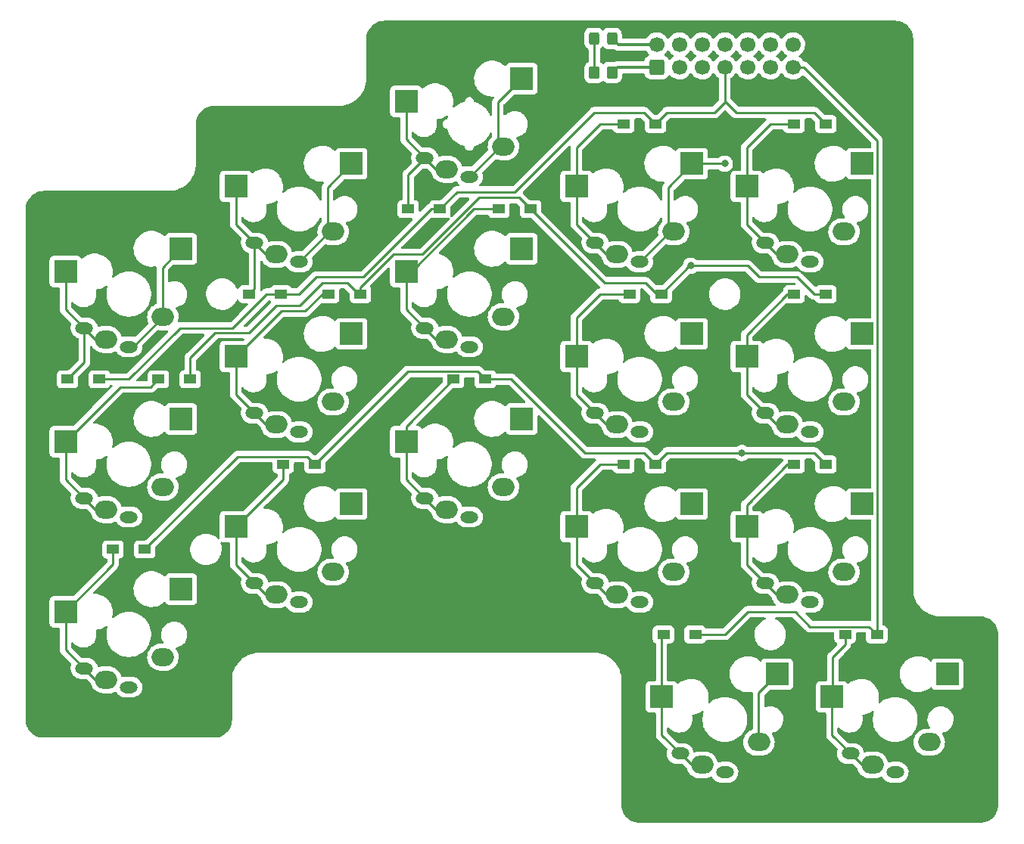
<source format=gbl>
%TF.GenerationSoftware,KiCad,Pcbnew,(6.0.5-0)*%
%TF.CreationDate,2022-06-17T02:05:47+08:00*%
%TF.ProjectId,Pragmatic,50726167-6d61-4746-9963-2e6b69636164,3.1*%
%TF.SameCoordinates,PX7616b68PY48ab840*%
%TF.FileFunction,Copper,L2,Bot*%
%TF.FilePolarity,Positive*%
%FSLAX46Y46*%
G04 Gerber Fmt 4.6, Leading zero omitted, Abs format (unit mm)*
G04 Created by KiCad (PCBNEW (6.0.5-0)) date 2022-06-17 02:05:47*
%MOMM*%
%LPD*%
G01*
G04 APERTURE LIST*
G04 Aperture macros list*
%AMRoundRect*
0 Rectangle with rounded corners*
0 $1 Rounding radius*
0 $2 $3 $4 $5 $6 $7 $8 $9 X,Y pos of 4 corners*
0 Add a 4 corners polygon primitive as box body*
4,1,4,$2,$3,$4,$5,$6,$7,$8,$9,$2,$3,0*
0 Add four circle primitives for the rounded corners*
1,1,$1+$1,$2,$3*
1,1,$1+$1,$4,$5*
1,1,$1+$1,$6,$7*
1,1,$1+$1,$8,$9*
0 Add four rect primitives between the rounded corners*
20,1,$1+$1,$2,$3,$4,$5,0*
20,1,$1+$1,$4,$5,$6,$7,0*
20,1,$1+$1,$6,$7,$8,$9,0*
20,1,$1+$1,$8,$9,$2,$3,0*%
G04 Aperture macros list end*
%TA.AperFunction,ComponentPad*%
%ADD10RoundRect,0.250000X0.600000X-0.600000X0.600000X0.600000X-0.600000X0.600000X-0.600000X-0.600000X0*%
%TD*%
%TA.AperFunction,ComponentPad*%
%ADD11C,1.700000*%
%TD*%
%TA.AperFunction,ComponentPad*%
%ADD12O,2.000000X1.300000*%
%TD*%
%TA.AperFunction,ComponentPad*%
%ADD13O,2.500000X2.000000*%
%TD*%
%TA.AperFunction,SMDPad,CuDef*%
%ADD14R,2.550000X2.500000*%
%TD*%
%TA.AperFunction,SMDPad,CuDef*%
%ADD15R,1.400000X1.000000*%
%TD*%
%TA.AperFunction,SMDPad,CuDef*%
%ADD16RoundRect,0.250000X0.325000X0.450000X-0.325000X0.450000X-0.325000X-0.450000X0.325000X-0.450000X0*%
%TD*%
%TA.AperFunction,SMDPad,CuDef*%
%ADD17RoundRect,0.250000X0.350000X0.450000X-0.350000X0.450000X-0.350000X-0.450000X0.350000X-0.450000X0*%
%TD*%
%TA.AperFunction,ViaPad*%
%ADD18C,0.800000*%
%TD*%
%TA.AperFunction,Conductor*%
%ADD19C,0.250000*%
%TD*%
%TA.AperFunction,Conductor*%
%ADD20C,0.355600*%
%TD*%
G04 APERTURE END LIST*
D10*
%TO.P,J1,1,Pin_1*%
%TO.N,VCC*%
X-7620000Y25400000D03*
D11*
%TO.P,J1,2,Pin_2*%
%TO.N,GND*%
X-7620000Y27940000D03*
%TO.P,J1,3,Pin_3*%
%TO.N,unconnected-(J1-Pad3)*%
X-5080000Y25400000D03*
%TO.P,J1,4,Pin_4*%
%TO.N,unconnected-(J1-Pad4)*%
X-5080000Y27940000D03*
%TO.P,J1,5,Pin_5*%
%TO.N,unconnected-(J1-Pad5)*%
X-2540000Y25400000D03*
%TO.P,J1,6,Pin_6*%
%TO.N,Col2*%
X-2540000Y27940000D03*
%TO.P,J1,7,Pin_7*%
%TO.N,Row3*%
X0Y25400000D03*
%TO.P,J1,8,Pin_8*%
%TO.N,Col3*%
X0Y27940000D03*
%TO.P,J1,9,Pin_9*%
%TO.N,Row4*%
X2540000Y25400000D03*
%TO.P,J1,10,Pin_10*%
%TO.N,Col4*%
X2540000Y27940000D03*
%TO.P,J1,11,Pin_11*%
%TO.N,Row5*%
X5080000Y25400000D03*
%TO.P,J1,12,Pin_12*%
%TO.N,Col5*%
X5080000Y27940000D03*
%TO.P,J1,13,Pin_13*%
%TO.N,Row6*%
X7620000Y25400000D03*
%TO.P,J1,14,Pin_14*%
%TO.N,Col6*%
X7620000Y27940000D03*
%TD*%
D12*
%TO.P,SW1,1,1*%
%TO.N,Net-(D1-Pad2)*%
X-71675000Y-3800000D03*
D13*
X-69215000Y-5080000D03*
D14*
X-73760000Y2540000D03*
D13*
%TO.P,SW1,2,2*%
%TO.N,Col2*%
X-62865000Y-2540000D03*
D14*
X-60833000Y5080000D03*
D12*
X-66675000Y-5900000D03*
%TD*%
D13*
%TO.P,SW7,1,1*%
%TO.N,Net-(D7-Pad2)*%
X-69215000Y-24130000D03*
D14*
X-73760000Y-16510000D03*
D12*
X-71675000Y-22850000D03*
%TO.P,SW7,2,2*%
%TO.N,Col2*%
X-66675000Y-24950000D03*
D13*
X-62865000Y-21590000D03*
D14*
X-60833000Y-13970000D03*
%TD*%
D13*
%TO.P,SW8,1,1*%
%TO.N,Net-(D8-Pad2)*%
X-50165000Y-14605000D03*
D14*
X-54710000Y-6985000D03*
D12*
X-52625000Y-13325000D03*
D14*
%TO.P,SW8,2,2*%
%TO.N,Col3*%
X-41783000Y-4445000D03*
D13*
X-43815000Y-12065000D03*
D12*
X-47625000Y-15425000D03*
%TD*%
%TO.P,SW2,1,1*%
%TO.N,Net-(D2-Pad2)*%
X-52625000Y5725000D03*
D13*
X-50165000Y4445000D03*
D14*
X-54710000Y12065000D03*
%TO.P,SW2,2,2*%
%TO.N,Col3*%
X-41783000Y14605000D03*
D13*
X-43815000Y6985000D03*
D12*
X-47625000Y3625000D03*
%TD*%
D14*
%TO.P,SW3,1,1*%
%TO.N,Net-(D3-Pad2)*%
X-35660000Y21590000D03*
D13*
X-31115000Y13970000D03*
D12*
X-33575000Y15250000D03*
D14*
%TO.P,SW3,2,2*%
%TO.N,Col4*%
X-22733000Y24130000D03*
D13*
X-24765000Y16510000D03*
D12*
X-28575000Y13150000D03*
%TD*%
D14*
%TO.P,SW4,1,1*%
%TO.N,Net-(D4-Pad2)*%
X-16610000Y12065000D03*
D12*
X-14525000Y5725000D03*
D13*
X-12065000Y4445000D03*
D12*
%TO.P,SW4,2,2*%
%TO.N,Col5*%
X-9525000Y3625000D03*
D13*
X-5715000Y6985000D03*
D14*
X-3683000Y14605000D03*
%TD*%
D12*
%TO.P,SW5,1,1*%
%TO.N,Net-(D5-Pad2)*%
X4525000Y5725000D03*
D13*
X6985000Y4445000D03*
D14*
X2440000Y12065000D03*
D12*
%TO.P,SW5,2,2*%
%TO.N,Col6*%
X9525000Y3625000D03*
D14*
X15367000Y14605000D03*
D13*
X13335000Y6985000D03*
%TD*%
D14*
%TO.P,SW9,1,1*%
%TO.N,Net-(D9-Pad2)*%
X-35660000Y2540000D03*
D12*
X-33575000Y-3800000D03*
D13*
X-31115000Y-5080000D03*
D12*
%TO.P,SW9,2,2*%
%TO.N,Col4*%
X-28575000Y-5900000D03*
D14*
X-22733000Y5080000D03*
D13*
X-24765000Y-2540000D03*
%TD*%
D14*
%TO.P,SW10,1,1*%
%TO.N,Net-(D10-Pad2)*%
X-16610000Y-6985000D03*
D13*
X-12065000Y-14605000D03*
D12*
X-14525000Y-13325000D03*
D14*
%TO.P,SW10,2,2*%
%TO.N,Col5*%
X-3683000Y-4445000D03*
D12*
X-9525000Y-15425000D03*
D13*
X-5715000Y-12065000D03*
%TD*%
%TO.P,SW11,1,1*%
%TO.N,Net-(D11-Pad2)*%
X6985000Y-14605000D03*
D14*
X2440000Y-6985000D03*
D12*
X4525000Y-13325000D03*
%TO.P,SW11,2,2*%
%TO.N,Col6*%
X9525000Y-15425000D03*
D14*
X15367000Y-4445000D03*
D13*
X13335000Y-12065000D03*
%TD*%
%TO.P,SW13,1,1*%
%TO.N,Net-(D13-Pad2)*%
X-69215000Y-43180000D03*
D14*
X-73760000Y-35560000D03*
D12*
X-71675000Y-41900000D03*
D13*
%TO.P,SW13,2,2*%
%TO.N,Col2*%
X-62865000Y-40640000D03*
D12*
X-66675000Y-44000000D03*
D14*
X-60833000Y-33020000D03*
%TD*%
D12*
%TO.P,SW14,1,1*%
%TO.N,Net-(D14-Pad2)*%
X-52625000Y-32375000D03*
D14*
X-54710000Y-26035000D03*
D13*
X-50165000Y-33655000D03*
%TO.P,SW14,2,2*%
%TO.N,Col3*%
X-43815000Y-31115000D03*
D12*
X-47625000Y-34475000D03*
D14*
X-41783000Y-23495000D03*
%TD*%
D12*
%TO.P,SW15,1,1*%
%TO.N,Net-(D15-Pad2)*%
X-33575000Y-22850000D03*
D14*
X-35660000Y-16510000D03*
D13*
X-31115000Y-24130000D03*
D12*
%TO.P,SW15,2,2*%
%TO.N,Col4*%
X-28575000Y-24950000D03*
D13*
X-24765000Y-21590000D03*
D14*
X-22733000Y-13970000D03*
%TD*%
D12*
%TO.P,SW16,1,1*%
%TO.N,Net-(D16-Pad2)*%
X-14525000Y-32375000D03*
D13*
X-12065000Y-33655000D03*
D14*
X-16610000Y-26035000D03*
%TO.P,SW16,2,2*%
%TO.N,Col5*%
X-3683000Y-23495000D03*
D13*
X-5715000Y-31115000D03*
D12*
X-9525000Y-34475000D03*
%TD*%
%TO.P,SW17,1,1*%
%TO.N,Net-(D17-Pad2)*%
X4525000Y-32375000D03*
D14*
X2440000Y-26035000D03*
D13*
X6985000Y-33655000D03*
D12*
%TO.P,SW17,2,2*%
%TO.N,Col6*%
X9525000Y-34475000D03*
D14*
X15367000Y-23495000D03*
D13*
X13335000Y-31115000D03*
%TD*%
%TO.P,SW22,1,1*%
%TO.N,Net-(D22-Pad2)*%
X-2540000Y-52705000D03*
D14*
X-7085000Y-45085000D03*
D12*
X-5000000Y-51425000D03*
D14*
%TO.P,SW22,2,2*%
%TO.N,Col5*%
X5842000Y-42545000D03*
D13*
X3810000Y-50165000D03*
D12*
X0Y-53525000D03*
%TD*%
%TO.P,SW23,1,1*%
%TO.N,Net-(D23-Pad2)*%
X14050000Y-51425000D03*
D14*
X11965000Y-45085000D03*
D13*
X16510000Y-52705000D03*
D12*
%TO.P,SW23,2,2*%
%TO.N,Col6*%
X19050000Y-53525000D03*
D14*
X24892000Y-42545000D03*
D13*
X22860000Y-50165000D03*
%TD*%
D15*
%TO.P,D1,1,K*%
%TO.N,Row3*%
X-69980000Y-9525000D03*
%TO.P,D1,2,A*%
%TO.N,Net-(D1-Pad2)*%
X-73530000Y-9525000D03*
%TD*%
%TO.P,D7,1,K*%
%TO.N,Row4*%
X-59820000Y-9525000D03*
%TO.P,D7,2,A*%
%TO.N,Net-(D7-Pad2)*%
X-63370000Y-9525000D03*
%TD*%
%TO.P,D8,1,K*%
%TO.N,Row4*%
X-40770000Y0D03*
%TO.P,D8,2,A*%
%TO.N,Net-(D8-Pad2)*%
X-44320000Y0D03*
%TD*%
%TO.P,D2,1,K*%
%TO.N,Row3*%
X-49660000Y0D03*
%TO.P,D2,2,A*%
%TO.N,Net-(D2-Pad2)*%
X-53210000Y0D03*
%TD*%
%TO.P,D3,1,K*%
%TO.N,Row3*%
X-31880000Y9525000D03*
%TO.P,D3,2,A*%
%TO.N,Net-(D3-Pad2)*%
X-35430000Y9525000D03*
%TD*%
%TO.P,D4,1,K*%
%TO.N,Row3*%
X-7750000Y19050000D03*
%TO.P,D4,2,A*%
%TO.N,Net-(D4-Pad2)*%
X-11300000Y19050000D03*
%TD*%
%TO.P,D5,1,K*%
%TO.N,Row3*%
X11300000Y19050000D03*
%TO.P,D5,2,A*%
%TO.N,Net-(D5-Pad2)*%
X7750000Y19050000D03*
%TD*%
%TO.P,D9,1,K*%
%TO.N,Row4*%
X-21720000Y9525000D03*
%TO.P,D9,2,A*%
%TO.N,Net-(D9-Pad2)*%
X-25270000Y9525000D03*
%TD*%
%TO.P,D10,1,K*%
%TO.N,Row4*%
X-7115000Y0D03*
%TO.P,D10,2,A*%
%TO.N,Net-(D10-Pad2)*%
X-10665000Y0D03*
%TD*%
%TO.P,D11,1,K*%
%TO.N,Row4*%
X11300000Y0D03*
%TO.P,D11,2,A*%
%TO.N,Net-(D11-Pad2)*%
X7750000Y0D03*
%TD*%
%TO.P,D13,1,K*%
%TO.N,Row5*%
X-64900000Y-28575000D03*
%TO.P,D13,2,A*%
%TO.N,Net-(D13-Pad2)*%
X-68450000Y-28575000D03*
%TD*%
%TO.P,D14,1,K*%
%TO.N,Row5*%
X-45850000Y-19050000D03*
%TO.P,D14,2,A*%
%TO.N,Net-(D14-Pad2)*%
X-49400000Y-19050000D03*
%TD*%
%TO.P,D15,1,K*%
%TO.N,Row5*%
X-26800000Y-9525000D03*
%TO.P,D15,2,A*%
%TO.N,Net-(D15-Pad2)*%
X-30350000Y-9525000D03*
%TD*%
%TO.P,D16,1,K*%
%TO.N,Row5*%
X-7750000Y-19050000D03*
%TO.P,D16,2,A*%
%TO.N,Net-(D16-Pad2)*%
X-11300000Y-19050000D03*
%TD*%
%TO.P,D17,1,K*%
%TO.N,Row5*%
X11300000Y-19050000D03*
%TO.P,D17,2,A*%
%TO.N,Net-(D17-Pad2)*%
X7750000Y-19050000D03*
%TD*%
%TO.P,D22,1,K*%
%TO.N,Row6*%
X-3305000Y-38100000D03*
%TO.P,D22,2,A*%
%TO.N,Net-(D22-Pad2)*%
X-6855000Y-38100000D03*
%TD*%
%TO.P,D23,1,K*%
%TO.N,Row6*%
X17015000Y-38100000D03*
%TO.P,D23,2,A*%
%TO.N,Net-(D23-Pad2)*%
X13465000Y-38100000D03*
%TD*%
D16*
%TO.P,D37,1,K*%
%TO.N,GND*%
X-12605000Y28625000D03*
%TO.P,D37,2,A*%
%TO.N,Net-(D37-Pad2)*%
X-14655000Y28625000D03*
%TD*%
D17*
%TO.P,R1,1*%
%TO.N,VCC*%
X-12605000Y24815000D03*
%TO.P,R1,2*%
%TO.N,Net-(D37-Pad2)*%
X-14605000Y24815000D03*
%TD*%
D18*
%TO.N,Col3*%
X-41783000Y-23495000D03*
X-41783000Y-4445000D03*
%TO.N,Col2*%
X-60833000Y-33020000D03*
X-60833000Y-13970000D03*
%TO.N,Row4*%
X-3809999Y3175001D03*
%TO.N,Row5*%
X1905000Y-17780000D03*
%TO.N,Col6*%
X15367000Y-4445000D03*
X15367000Y14605000D03*
X24892000Y-42545000D03*
X15367000Y-23495000D03*
%TO.N,Col5*%
X-3683000Y-4445000D03*
X-3810000Y-24130000D03*
X0Y14605000D03*
%TO.N,Col4*%
X-22733000Y-13970000D03*
X-22733000Y5080000D03*
%TD*%
D19*
%TO.N,Net-(D1-Pad2)*%
X-73760000Y2540000D02*
X-73760000Y-1700000D01*
X-71675000Y-3800000D02*
X-70395000Y-5080000D01*
X-73760000Y-1700000D02*
X-71650000Y-3810000D01*
X-70395000Y-5080000D02*
X-69215000Y-5080000D01*
X-71650000Y-3810000D02*
X-71650000Y-7645000D01*
X-71650000Y-7645000D02*
X-73530000Y-9525000D01*
%TO.N,Net-(D2-Pad2)*%
X-54710000Y12065000D02*
X-54710000Y7825000D01*
X-52600000Y5715000D02*
X-52600000Y610000D01*
X-54710000Y7825000D02*
X-52600000Y5715000D01*
X-52600000Y610000D02*
X-53210000Y0D01*
X-51345000Y4445000D02*
X-50165000Y4445000D01*
X-52625000Y5725000D02*
X-51345000Y4445000D01*
%TO.N,Net-(D7-Pad2)*%
X-67653511Y-10403511D02*
X-73760000Y-16510000D01*
X-64248511Y-10403511D02*
X-67653511Y-10403511D01*
X-73760000Y-16510000D02*
X-73760000Y-20750000D01*
X-73760000Y-20750000D02*
X-71650000Y-22860000D01*
X-70395000Y-24130000D02*
X-69215000Y-24130000D01*
X-63370000Y-9525000D02*
X-64248511Y-10403511D01*
X-71675000Y-22850000D02*
X-70395000Y-24130000D01*
%TO.N,Net-(D8-Pad2)*%
X-44320000Y0D02*
X-45020000Y0D01*
X-46925000Y-1905000D02*
X-49630000Y-1905000D01*
X-49630000Y-1905000D02*
X-54710000Y-6985000D01*
X-52625000Y-13325000D02*
X-51345000Y-14605000D01*
X-54710000Y-11225000D02*
X-52600000Y-13335000D01*
X-54710000Y-6985000D02*
X-54710000Y-11225000D01*
X-45020000Y0D02*
X-46925000Y-1905000D01*
X-51345000Y-14605000D02*
X-50165000Y-14605000D01*
D20*
%TO.N,VCC*%
X-7620000Y25400000D02*
X-12020000Y25400000D01*
X-12020000Y25400000D02*
X-12605000Y24815000D01*
D19*
%TO.N,Col3*%
X-44450000Y11938000D02*
X-44450000Y6750000D01*
X-44450000Y6750000D02*
X-47600000Y3600000D01*
X-41783000Y14605000D02*
X-44450000Y11938000D01*
%TO.N,Col2*%
X-62865000Y-2540000D02*
X-62919521Y-2485479D01*
X-62919521Y-2485479D02*
X-62919521Y2993479D01*
X-66225000Y-5900000D02*
X-62865000Y-2540000D01*
X-62919521Y2993479D02*
X-60833000Y5080000D01*
X-66675000Y-5900000D02*
X-66225000Y-5900000D01*
%TO.N,Row3*%
X-7750000Y19050000D02*
X-9020000Y20320000D01*
X11300000Y19050000D02*
X10030000Y20320000D01*
X-66675000Y-9525000D02*
X-69980000Y-9525000D01*
X-32830000Y9525000D02*
X-40450000Y1905000D01*
X0Y21498038D02*
X0Y25400000D01*
X-55062978Y-3810000D02*
X-60960000Y-3810000D01*
X-60960000Y-3810000D02*
X-66675000Y-9525000D01*
X-6480000Y20320000D02*
X-1178038Y20320000D01*
X-23495000Y11430000D02*
X-29975000Y11430000D01*
X10030000Y20320000D02*
X1270000Y20320000D01*
X-51252978Y0D02*
X-55062978Y-3810000D01*
X-1178038Y20320000D02*
X0Y21498038D01*
X-9020000Y20320000D02*
X-14605000Y20320000D01*
X-31880000Y9525000D02*
X-32830000Y9525000D01*
X-45720000Y1905000D02*
X-47625000Y0D01*
X-40450000Y1905000D02*
X-45720000Y1905000D01*
X-49660000Y0D02*
X-51252978Y0D01*
X-29975000Y11430000D02*
X-31880000Y9525000D01*
X-14605000Y20320000D02*
X-23495000Y11430000D01*
X-7750000Y19050000D02*
X-6480000Y20320000D01*
X-47625000Y0D02*
X-49660000Y0D01*
X1270000Y20320000D02*
X0Y21590000D01*
D20*
%TO.N,GND*%
X-11920000Y27940000D02*
X-12605000Y28625000D01*
X-7620000Y27940000D02*
X-11920000Y27940000D01*
D19*
%TO.N,Row4*%
X-59820000Y-7115000D02*
X-59820000Y-9525000D01*
X3810000Y1905000D02*
X2539999Y3175001D01*
X-40770000Y750000D02*
X-40770000Y0D01*
X-7620000Y0D02*
X-8890000Y1270000D01*
X-27493046Y10795000D02*
X-33843046Y4445000D01*
X-7115000Y0D02*
X-3939999Y3175001D01*
X-47547022Y-1270000D02*
X-50165000Y-1270000D01*
X-45007022Y1270000D02*
X-47547022Y-1270000D01*
X-8890000Y1270000D02*
X-13465000Y1270000D01*
X-50165000Y-1270000D02*
X-53208511Y-4313511D01*
X-3939999Y3175001D02*
X-3809999Y3175001D01*
X-42240000Y1270000D02*
X-45007022Y1270000D01*
X-53208511Y-4313511D02*
X-57018511Y-4313511D01*
X2539999Y3175001D02*
X-3809999Y3175001D01*
X-13465000Y1270000D02*
X-21720000Y9525000D01*
X-21720000Y9525000D02*
X-22990000Y10795000D01*
X-37075000Y4445000D02*
X-40770000Y750000D01*
X-40970000Y0D02*
X-42240000Y1270000D01*
X11300000Y0D02*
X9995000Y0D01*
X9995000Y0D02*
X8090000Y1905000D01*
X-57018511Y-4313511D02*
X-59820000Y-7115000D01*
X-33843046Y4445000D02*
X-37075000Y4445000D01*
X8090000Y1905000D02*
X3810000Y1905000D01*
X-22990000Y10795000D02*
X-27493046Y10795000D01*
%TO.N,Row5*%
X-9020000Y-17780000D02*
X-15640978Y-17780000D01*
X-26800000Y-9525000D02*
X-27678511Y-8646489D01*
X-7750000Y-19050000D02*
X-9020000Y-17780000D01*
X-54496489Y-18171489D02*
X-64900000Y-28575000D01*
X-23895978Y-9525000D02*
X-26800000Y-9525000D01*
X-27678511Y-8646489D02*
X-35446489Y-8646489D01*
X-15640978Y-17780000D02*
X-23895978Y-9525000D01*
X11300000Y-19050000D02*
X10030000Y-17780000D01*
X-7750000Y-19050000D02*
X-6480000Y-17780000D01*
X-46728511Y-18171489D02*
X-54496489Y-18171489D01*
X-35446489Y-8646489D02*
X-45850000Y-19050000D01*
X-6480000Y-17780000D02*
X1905000Y-17780000D01*
X-45850000Y-19050000D02*
X-46728511Y-18171489D01*
X10030000Y-17780000D02*
X1905000Y-17780000D01*
%TO.N,Row6*%
X-3305000Y-38100000D02*
X0Y-38100000D01*
X2540000Y-35560000D02*
X7872500Y-35560000D01*
X0Y-38100000D02*
X2540000Y-35560000D01*
X9533989Y-37221489D02*
X16136489Y-37221489D01*
X16136489Y-37221489D02*
X17015000Y-38100000D01*
X17020511Y-38094489D02*
X17020511Y17201570D01*
X7872500Y-35560000D02*
X9533989Y-37221489D01*
X8822081Y25400000D02*
X7620000Y25400000D01*
X17020511Y17201570D02*
X8822081Y25400000D01*
%TO.N,Col5*%
X3755479Y-44631521D02*
X5842000Y-42545000D01*
X3755479Y-49819521D02*
X3755479Y-44631521D01*
X-6350000Y6750000D02*
X-9500000Y3600000D01*
X-3683000Y14605000D02*
X-6350000Y11938000D01*
X0Y14605000D02*
X-3683000Y14605000D01*
X-6350000Y11938000D02*
X-6350000Y6750000D01*
%TO.N,Col4*%
X-22733000Y24130000D02*
X-25400000Y21463000D01*
X-25400000Y21463000D02*
X-25400000Y16275000D01*
X-25400000Y16275000D02*
X-28550000Y13125000D01*
%TO.N,Net-(D37-Pad2)*%
X-14605000Y28575000D02*
X-14605000Y24815000D01*
%TO.N,Net-(D3-Pad2)*%
X-33575000Y15250000D02*
X-32295000Y13970000D01*
X-35430000Y13360000D02*
X-33550000Y15240000D01*
X-35660000Y21590000D02*
X-35660000Y17350000D01*
X-32295000Y13970000D02*
X-31115000Y13970000D01*
X-35430000Y9525000D02*
X-35430000Y13360000D01*
X-35660000Y17350000D02*
X-33550000Y15240000D01*
%TO.N,Net-(D4-Pad2)*%
X-11300000Y19050000D02*
X-13970000Y19050000D01*
X-16610000Y12065000D02*
X-16610000Y7825000D01*
X-13245000Y4445000D02*
X-12065000Y4445000D01*
X-14525000Y5725000D02*
X-13245000Y4445000D01*
X-13970000Y19050000D02*
X-16610000Y16410000D01*
X-16610000Y7825000D02*
X-14500000Y5715000D01*
X-16610000Y16410000D02*
X-16610000Y12065000D01*
%TO.N,Net-(D5-Pad2)*%
X5805000Y4445000D02*
X6985000Y4445000D01*
X2440000Y7825000D02*
X4550000Y5715000D01*
X4525000Y5725000D02*
X5805000Y4445000D01*
X2440000Y12065000D02*
X2440000Y7825000D01*
X7750000Y19050000D02*
X5080000Y19050000D01*
X5080000Y19050000D02*
X2440000Y16410000D01*
X2440000Y16410000D02*
X2440000Y12065000D01*
%TO.N,Net-(D9-Pad2)*%
X-35660000Y2540000D02*
X-35660000Y-1700000D01*
X-35660000Y-1700000D02*
X-33550000Y-3810000D01*
X-25270000Y9525000D02*
X-28050974Y9525000D01*
X-32295000Y-5080000D02*
X-31115000Y-5080000D01*
X-33575000Y-3800000D02*
X-32295000Y-5080000D01*
X-28050974Y9525000D02*
X-35035974Y2540000D01*
%TO.N,Net-(D10-Pad2)*%
X-16610000Y-2640000D02*
X-13970000Y0D01*
X-12065000Y-14605000D02*
X-13245000Y-14605000D01*
X-14500000Y-13335000D02*
X-16610000Y-11225000D01*
X-13245000Y-14605000D02*
X-14525000Y-13325000D01*
X-16610000Y-6985000D02*
X-16610000Y-2640000D01*
X-16610000Y-11225000D02*
X-16610000Y-6985000D01*
X-13970000Y0D02*
X-10665000Y0D01*
%TO.N,Net-(D11-Pad2)*%
X7750000Y0D02*
X6985000Y0D01*
X6985000Y0D02*
X2440000Y-4545000D01*
X4525000Y-13325000D02*
X5805000Y-14605000D01*
X5805000Y-14605000D02*
X6985000Y-14605000D01*
X2440000Y-4545000D02*
X2440000Y-6985000D01*
X2440000Y-11225000D02*
X4550000Y-13335000D01*
X2440000Y-6985000D02*
X2440000Y-11225000D01*
%TO.N,Net-(D13-Pad2)*%
X-71675000Y-41900000D02*
X-70395000Y-43180000D01*
X-68450000Y-30250000D02*
X-73760000Y-35560000D01*
X-68450000Y-28575000D02*
X-68450000Y-30250000D01*
X-73760000Y-35560000D02*
X-73760000Y-39800000D01*
X-70395000Y-43180000D02*
X-69215000Y-43180000D01*
X-73760000Y-39800000D02*
X-71650000Y-41910000D01*
%TO.N,Net-(D14-Pad2)*%
X-51345000Y-33655000D02*
X-50165000Y-33655000D01*
X-49400000Y-19050000D02*
X-49400000Y-20725000D01*
X-49400000Y-20725000D02*
X-54710000Y-26035000D01*
X-54710000Y-26035000D02*
X-54710000Y-30275000D01*
X-54710000Y-30275000D02*
X-52600000Y-32385000D01*
X-52625000Y-32375000D02*
X-51345000Y-33655000D01*
%TO.N,Net-(D15-Pad2)*%
X-35660000Y-20750000D02*
X-35660000Y-16510000D01*
X-35660000Y-14835000D02*
X-30350000Y-9525000D01*
X-35660000Y-16510000D02*
X-35660000Y-14835000D01*
X-32295000Y-24130000D02*
X-31115000Y-24130000D01*
X-33575000Y-22850000D02*
X-32295000Y-24130000D01*
X-33550000Y-22860000D02*
X-35660000Y-20750000D01*
%TO.N,Net-(D16-Pad2)*%
X-14525000Y-32375000D02*
X-13245000Y-33655000D01*
X-16610000Y-21690000D02*
X-13970000Y-19050000D01*
X-14500000Y-32385000D02*
X-16610000Y-30275000D01*
X-13970000Y-19050000D02*
X-11300000Y-19050000D01*
X-16610000Y-30275000D02*
X-16610000Y-26035000D01*
X-16610000Y-26035000D02*
X-16610000Y-21690000D01*
X-13245000Y-33655000D02*
X-12065000Y-33655000D01*
%TO.N,Net-(D17-Pad2)*%
X5805000Y-33655000D02*
X6985000Y-33655000D01*
X6985000Y-19050000D02*
X2440000Y-23595000D01*
X7620000Y-19050000D02*
X6985000Y-19050000D01*
X2440000Y-30275000D02*
X4550000Y-32385000D01*
X2440000Y-26035000D02*
X2440000Y-30275000D01*
X2440000Y-23595000D02*
X2440000Y-26035000D01*
X4525000Y-32375000D02*
X5805000Y-33655000D01*
%TO.N,Net-(D22-Pad2)*%
X-5000000Y-51425000D02*
X-3720000Y-52705000D01*
X-3720000Y-52705000D02*
X-2540000Y-52705000D01*
X-7085000Y-45085000D02*
X-7085000Y-49325000D01*
X-7085000Y-45085000D02*
X-7085000Y-38330000D01*
X-7085000Y-49325000D02*
X-4975000Y-51435000D01*
%TO.N,Net-(D23-Pad2)*%
X12065000Y-40640000D02*
X12065000Y-44985000D01*
X11965000Y-49325000D02*
X14075000Y-51435000D01*
X11965000Y-45085000D02*
X11965000Y-49325000D01*
X13465000Y-39240000D02*
X12065000Y-40640000D01*
X13465000Y-38100000D02*
X13465000Y-39240000D01*
X14050000Y-51425000D02*
X15330000Y-52705000D01*
X15330000Y-52705000D02*
X16510000Y-52705000D01*
%TD*%
%TA.AperFunction,NonConductor*%
G36*
X-6267974Y27264856D02*
G01*
X-6240125Y27233006D01*
X-6180013Y27134912D01*
X-6033750Y26966062D01*
X-5861874Y26823368D01*
X-5839040Y26810025D01*
X-5788555Y26780524D01*
X-5739831Y26728886D01*
X-5726760Y26659103D01*
X-5753491Y26593331D01*
X-5793945Y26559973D01*
X-5806393Y26553493D01*
X-5810526Y26550390D01*
X-5810529Y26550388D01*
X-5980900Y26422470D01*
X-5985035Y26419365D01*
X-6076219Y26323946D01*
X-6118973Y26279207D01*
X-6180497Y26243777D01*
X-6251410Y26247234D01*
X-6309196Y26288480D01*
X-6324167Y26312806D01*
X-6326135Y26317006D01*
X-6328450Y26323946D01*
X-6421522Y26474348D01*
X-6546697Y26599305D01*
X-6561834Y26608636D01*
X-6662774Y26670856D01*
X-6697262Y26692115D01*
X-6704215Y26694421D01*
X-6705096Y26694832D01*
X-6758382Y26741748D01*
X-6777844Y26810025D01*
X-6757304Y26877985D01*
X-6739471Y26898156D01*
X-6740140Y26898827D01*
X-6585565Y27052863D01*
X-6581904Y27056511D01*
X-6522406Y27139311D01*
X-6451547Y27237923D01*
X-6450224Y27236972D01*
X-6403355Y27280143D01*
X-6333420Y27292375D01*
X-6267974Y27264856D01*
G37*
%TD.AperFunction*%
%TA.AperFunction,NonConductor*%
G36*
X1352026Y27264856D02*
G01*
X1379875Y27233006D01*
X1439987Y27134912D01*
X1586250Y26966062D01*
X1758126Y26823368D01*
X1780960Y26810025D01*
X1831445Y26780524D01*
X1880169Y26728886D01*
X1893240Y26659103D01*
X1866509Y26593331D01*
X1826055Y26559973D01*
X1813607Y26553493D01*
X1809474Y26550390D01*
X1809471Y26550388D01*
X1639100Y26422470D01*
X1634965Y26419365D01*
X1631393Y26415627D01*
X1548580Y26328968D01*
X1480629Y26257862D01*
X1373201Y26100379D01*
X1318293Y26055379D01*
X1247768Y26047208D01*
X1184021Y26078462D01*
X1163324Y26102946D01*
X1082822Y26227383D01*
X1082820Y26227386D01*
X1080014Y26231723D01*
X929670Y26396949D01*
X925619Y26400148D01*
X925615Y26400152D01*
X758414Y26532200D01*
X758410Y26532202D01*
X754359Y26535402D01*
X713053Y26558204D01*
X663084Y26608636D01*
X648312Y26678079D01*
X673428Y26744484D01*
X700780Y26771091D01*
X755363Y26810025D01*
X879860Y26898827D01*
X1038096Y27056511D01*
X1097594Y27139311D01*
X1168453Y27237923D01*
X1169776Y27236972D01*
X1216645Y27280143D01*
X1286580Y27292375D01*
X1352026Y27264856D01*
G37*
%TD.AperFunction*%
%TA.AperFunction,NonConductor*%
G36*
X6432026Y27264856D02*
G01*
X6459875Y27233006D01*
X6519987Y27134912D01*
X6666250Y26966062D01*
X6838126Y26823368D01*
X6860960Y26810025D01*
X6911445Y26780524D01*
X6960169Y26728886D01*
X6973240Y26659103D01*
X6946509Y26593331D01*
X6906055Y26559973D01*
X6893607Y26553493D01*
X6889474Y26550390D01*
X6889471Y26550388D01*
X6719100Y26422470D01*
X6714965Y26419365D01*
X6711393Y26415627D01*
X6628580Y26328968D01*
X6560629Y26257862D01*
X6453201Y26100379D01*
X6398293Y26055379D01*
X6327768Y26047208D01*
X6264021Y26078462D01*
X6243324Y26102946D01*
X6162822Y26227383D01*
X6162820Y26227386D01*
X6160014Y26231723D01*
X6009670Y26396949D01*
X6005619Y26400148D01*
X6005615Y26400152D01*
X5838414Y26532200D01*
X5838410Y26532202D01*
X5834359Y26535402D01*
X5793053Y26558204D01*
X5743084Y26608636D01*
X5728312Y26678079D01*
X5753428Y26744484D01*
X5780780Y26771091D01*
X5835363Y26810025D01*
X5959860Y26898827D01*
X6118096Y27056511D01*
X6177594Y27139311D01*
X6248453Y27237923D01*
X6249776Y27236972D01*
X6296645Y27280143D01*
X6366580Y27292375D01*
X6432026Y27264856D01*
G37*
%TD.AperFunction*%
%TA.AperFunction,NonConductor*%
G36*
X-3727974Y27264856D02*
G01*
X-3700125Y27233006D01*
X-3640013Y27134912D01*
X-3493750Y26966062D01*
X-3321874Y26823368D01*
X-3299040Y26810025D01*
X-3248555Y26780524D01*
X-3199831Y26728886D01*
X-3186760Y26659103D01*
X-3213491Y26593331D01*
X-3253945Y26559973D01*
X-3266393Y26553493D01*
X-3270526Y26550390D01*
X-3270529Y26550388D01*
X-3440900Y26422470D01*
X-3445035Y26419365D01*
X-3448607Y26415627D01*
X-3531420Y26328968D01*
X-3599371Y26257862D01*
X-3706799Y26100379D01*
X-3761707Y26055379D01*
X-3832232Y26047208D01*
X-3895979Y26078462D01*
X-3916676Y26102946D01*
X-3997178Y26227383D01*
X-3997180Y26227386D01*
X-3999986Y26231723D01*
X-4150330Y26396949D01*
X-4154381Y26400148D01*
X-4154385Y26400152D01*
X-4321586Y26532200D01*
X-4321590Y26532202D01*
X-4325641Y26535402D01*
X-4366947Y26558204D01*
X-4416916Y26608636D01*
X-4431688Y26678079D01*
X-4406572Y26744484D01*
X-4379220Y26771091D01*
X-4324637Y26810025D01*
X-4200140Y26898827D01*
X-4041904Y27056511D01*
X-3982406Y27139311D01*
X-3911547Y27237923D01*
X-3910224Y27236972D01*
X-3863355Y27280143D01*
X-3793420Y27292375D01*
X-3727974Y27264856D01*
G37*
%TD.AperFunction*%
%TA.AperFunction,NonConductor*%
G36*
X-1187974Y27264856D02*
G01*
X-1160125Y27233006D01*
X-1100013Y27134912D01*
X-953750Y26966062D01*
X-781874Y26823368D01*
X-759040Y26810025D01*
X-708555Y26780524D01*
X-659831Y26728886D01*
X-646760Y26659103D01*
X-673491Y26593331D01*
X-713945Y26559973D01*
X-726393Y26553493D01*
X-730526Y26550390D01*
X-730529Y26550388D01*
X-900900Y26422470D01*
X-905035Y26419365D01*
X-908607Y26415627D01*
X-991420Y26328968D01*
X-1059371Y26257862D01*
X-1166799Y26100379D01*
X-1221707Y26055379D01*
X-1292232Y26047208D01*
X-1355979Y26078462D01*
X-1376676Y26102946D01*
X-1457178Y26227383D01*
X-1457180Y26227386D01*
X-1459986Y26231723D01*
X-1610330Y26396949D01*
X-1614381Y26400148D01*
X-1614385Y26400152D01*
X-1781586Y26532200D01*
X-1781590Y26532202D01*
X-1785641Y26535402D01*
X-1826947Y26558204D01*
X-1876916Y26608636D01*
X-1891688Y26678079D01*
X-1866572Y26744484D01*
X-1839220Y26771091D01*
X-1784637Y26810025D01*
X-1660140Y26898827D01*
X-1501904Y27056511D01*
X-1442406Y27139311D01*
X-1371547Y27237923D01*
X-1370224Y27236972D01*
X-1323355Y27280143D01*
X-1253420Y27292375D01*
X-1187974Y27264856D01*
G37*
%TD.AperFunction*%
%TA.AperFunction,NonConductor*%
G36*
X3892026Y27264856D02*
G01*
X3919875Y27233006D01*
X3979987Y27134912D01*
X4126250Y26966062D01*
X4298126Y26823368D01*
X4320960Y26810025D01*
X4371445Y26780524D01*
X4420169Y26728886D01*
X4433240Y26659103D01*
X4406509Y26593331D01*
X4366055Y26559973D01*
X4353607Y26553493D01*
X4349474Y26550390D01*
X4349471Y26550388D01*
X4179100Y26422470D01*
X4174965Y26419365D01*
X4171393Y26415627D01*
X4088580Y26328968D01*
X4020629Y26257862D01*
X3913201Y26100379D01*
X3858293Y26055379D01*
X3787768Y26047208D01*
X3724021Y26078462D01*
X3703324Y26102946D01*
X3622822Y26227383D01*
X3622820Y26227386D01*
X3620014Y26231723D01*
X3469670Y26396949D01*
X3465619Y26400148D01*
X3465615Y26400152D01*
X3298414Y26532200D01*
X3298410Y26532202D01*
X3294359Y26535402D01*
X3253053Y26558204D01*
X3203084Y26608636D01*
X3188312Y26678079D01*
X3213428Y26744484D01*
X3240780Y26771091D01*
X3295363Y26810025D01*
X3419860Y26898827D01*
X3578096Y27056511D01*
X3637594Y27139311D01*
X3708453Y27237923D01*
X3709776Y27236972D01*
X3756645Y27280143D01*
X3826580Y27292375D01*
X3892026Y27264856D01*
G37*
%TD.AperFunction*%
%TA.AperFunction,NonConductor*%
G36*
X-13538635Y27714024D02*
G01*
X-13532078Y27706470D01*
X-13528478Y27700652D01*
X-13403303Y27575695D01*
X-13397073Y27571855D01*
X-13397072Y27571854D01*
X-13348276Y27541776D01*
X-13252738Y27482885D01*
X-13188499Y27461578D01*
X-13091389Y27429368D01*
X-13091387Y27429368D01*
X-13084861Y27427203D01*
X-13078025Y27426503D01*
X-13078022Y27426502D01*
X-13034969Y27422091D01*
X-12980400Y27416500D01*
X-12408597Y27416500D01*
X-12336154Y27393592D01*
X-12332074Y27390725D01*
X-12326771Y27386787D01*
X-12284114Y27353340D01*
X-12284109Y27353337D01*
X-12278134Y27348652D01*
X-12271210Y27345525D01*
X-12267112Y27343044D01*
X-12257127Y27337349D01*
X-12252911Y27335089D01*
X-12246694Y27330719D01*
X-12212855Y27317525D01*
X-12189125Y27308273D01*
X-12183046Y27305717D01*
X-12163881Y27297064D01*
X-12126739Y27280294D01*
X-12119265Y27278909D01*
X-12114690Y27277475D01*
X-12103644Y27274328D01*
X-12099002Y27273136D01*
X-12091930Y27270379D01*
X-12030679Y27262315D01*
X-12024176Y27261285D01*
X-11963410Y27250023D01*
X-11955830Y27250460D01*
X-11955829Y27250460D01*
X-11903264Y27253491D01*
X-11896011Y27253700D01*
X-8863370Y27253700D01*
X-8795249Y27233698D01*
X-8755937Y27193535D01*
X-8722709Y27139312D01*
X-8720013Y27134912D01*
X-8573750Y26966062D01*
X-8503656Y26907869D01*
X-8464021Y26848967D01*
X-8462523Y26777986D01*
X-8499637Y26717463D01*
X-8530688Y26696825D01*
X-8537004Y26693866D01*
X-8543946Y26691550D01*
X-8694348Y26598478D01*
X-8819305Y26473303D01*
X-8823145Y26467073D01*
X-8823146Y26467072D01*
X-8907534Y26330169D01*
X-8912115Y26322738D01*
X-8943742Y26227383D01*
X-8961902Y26172633D01*
X-9002332Y26114273D01*
X-9067896Y26087036D01*
X-9081495Y26086300D01*
X-11991856Y26086300D01*
X-12000426Y26086592D01*
X-12048606Y26089877D01*
X-12048610Y26089877D01*
X-12056182Y26090393D01*
X-12063659Y26089088D01*
X-12063660Y26089088D01*
X-12075417Y26087036D01*
X-12117053Y26079769D01*
X-12123571Y26078808D01*
X-12184908Y26071385D01*
X-12192013Y26068700D01*
X-12196623Y26067568D01*
X-12207771Y26064519D01*
X-12212339Y26063139D01*
X-12219819Y26061834D01*
X-12276397Y26036998D01*
X-12282474Y26034518D01*
X-12290103Y26031635D01*
X-12334644Y26023500D01*
X-13005400Y26023500D01*
X-13008646Y26023163D01*
X-13008650Y26023163D01*
X-13104308Y26013238D01*
X-13104312Y26013237D01*
X-13111166Y26012526D01*
X-13117702Y26010345D01*
X-13117704Y26010345D01*
X-13197688Y25983660D01*
X-13278946Y25956550D01*
X-13429348Y25863478D01*
X-13434521Y25858296D01*
X-13515784Y25776891D01*
X-13578066Y25742812D01*
X-13648886Y25747815D01*
X-13693975Y25776736D01*
X-13776517Y25859134D01*
X-13781697Y25864305D01*
X-13796340Y25873331D01*
X-13911616Y25944389D01*
X-13959110Y25997162D01*
X-13971500Y26051649D01*
X-13971500Y27434631D01*
X-13951498Y27502752D01*
X-13911807Y27541772D01*
X-13855652Y27576522D01*
X-13730695Y27701697D01*
X-13728094Y27705916D01*
X-13670970Y27746417D01*
X-13600047Y27749649D01*
X-13538635Y27714024D01*
G37*
%TD.AperFunction*%
%TA.AperFunction,NonConductor*%
G36*
X-31006865Y20017585D02*
G01*
X-30957384Y19966671D01*
X-30943285Y19897088D01*
X-30951671Y19861488D01*
X-30963988Y19830378D01*
X-30965443Y19826702D01*
X-30966424Y19822881D01*
X-30966425Y19822878D01*
X-30976715Y19782801D01*
X-31009867Y19653678D01*
X-31010440Y19651448D01*
X-31046755Y19590441D01*
X-31114620Y19558055D01*
X-31210294Y19544354D01*
X-31210297Y19544353D01*
X-31219187Y19543080D01*
X-31227363Y19539363D01*
X-31227365Y19539362D01*
X-31343610Y19486508D01*
X-31343612Y19486507D01*
X-31351782Y19482792D01*
X-31462127Y19387713D01*
X-31541352Y19265485D01*
X-31583086Y19125934D01*
X-31583976Y18980279D01*
X-31543949Y18840229D01*
X-31466224Y18717042D01*
X-31357049Y18620622D01*
X-31348926Y18616808D01*
X-31348924Y18616807D01*
X-31285013Y18586801D01*
X-31225200Y18558719D01*
X-31216335Y18557339D01*
X-31216333Y18557338D01*
X-31114614Y18541500D01*
X-31114917Y18539553D01*
X-31056307Y18517308D01*
X-31014088Y18460229D01*
X-31010354Y18448211D01*
X-30966429Y18277133D01*
X-30966423Y18277113D01*
X-30965443Y18273298D01*
X-30963990Y18269629D01*
X-30963990Y18269628D01*
X-30854983Y17994309D01*
X-30849247Y17979821D01*
X-30847341Y17976353D01*
X-30847340Y17976352D01*
X-30727383Y17758153D01*
X-30697184Y17703221D01*
X-30511654Y17447860D01*
X-30295582Y17217767D01*
X-30292531Y17215243D01*
X-30292530Y17215242D01*
X-30272981Y17199070D01*
X-30052375Y17016568D01*
X-29890205Y16913652D01*
X-29793607Y16852349D01*
X-29785869Y16847438D01*
X-29782290Y16845754D01*
X-29782283Y16845750D01*
X-29503856Y16714733D01*
X-29503852Y16714731D01*
X-29500266Y16713044D01*
X-29496494Y16711818D01*
X-29496493Y16711818D01*
X-29370713Y16670950D01*
X-29200072Y16615505D01*
X-29183609Y16612365D01*
X-29120445Y16579954D01*
X-29084829Y16518538D01*
X-29082498Y16506489D01*
X-29068080Y16405813D01*
X-29064363Y16397637D01*
X-29064362Y16397635D01*
X-29020073Y16300229D01*
X-29007792Y16273218D01*
X-28912713Y16162873D01*
X-28790485Y16083648D01*
X-28650934Y16041914D01*
X-28641958Y16041859D01*
X-28641957Y16041859D01*
X-28580644Y16041485D01*
X-28505279Y16041024D01*
X-28365229Y16081051D01*
X-28351668Y16089607D01*
X-28264985Y16144300D01*
X-28242042Y16158776D01*
X-28145622Y16267951D01*
X-28130467Y16300229D01*
X-28095416Y16374886D01*
X-28083719Y16399800D01*
X-28080236Y16422165D01*
X-28066862Y16508061D01*
X-28036617Y16572294D01*
X-27976447Y16609978D01*
X-27965975Y16612444D01*
X-27949928Y16615505D01*
X-27779287Y16670950D01*
X-27653507Y16711818D01*
X-27653506Y16711818D01*
X-27649734Y16713044D01*
X-27646148Y16714731D01*
X-27646144Y16714733D01*
X-27367717Y16845750D01*
X-27367710Y16845754D01*
X-27364131Y16847438D01*
X-27356392Y16852349D01*
X-27259795Y16913652D01*
X-27097625Y17016568D01*
X-26877019Y17199070D01*
X-26857470Y17215242D01*
X-26857469Y17215243D01*
X-26854418Y17217767D01*
X-26638346Y17447860D01*
X-26452816Y17703221D01*
X-26422616Y17758153D01*
X-26302660Y17976352D01*
X-26302659Y17976353D01*
X-26300753Y17979821D01*
X-26295016Y17994309D01*
X-26276652Y18040693D01*
X-26232977Y18096667D01*
X-26165974Y18120143D01*
X-26096916Y18103667D01*
X-26047727Y18052471D01*
X-26033500Y17994309D01*
X-26033500Y17680043D01*
X-26053502Y17611922D01*
X-26076171Y17585532D01*
X-26103655Y17561302D01*
X-26106865Y17557394D01*
X-26106866Y17557393D01*
X-26227860Y17410091D01*
X-26257734Y17373722D01*
X-26277201Y17340275D01*
X-26352125Y17211542D01*
X-26379841Y17163922D01*
X-26381654Y17159199D01*
X-26460795Y16953027D01*
X-26466833Y16937298D01*
X-26467867Y16932348D01*
X-26467868Y16932345D01*
X-26513938Y16711818D01*
X-26516474Y16699680D01*
X-26527486Y16457183D01*
X-26526905Y16452163D01*
X-26526905Y16452159D01*
X-26500709Y16225762D01*
X-26499585Y16216044D01*
X-26498207Y16211174D01*
X-26498206Y16211169D01*
X-26487793Y16174370D01*
X-26488491Y16103377D01*
X-26519937Y16050967D01*
X-28225500Y14345405D01*
X-28287812Y14311379D01*
X-28314595Y14308500D01*
X-28979013Y14308500D01*
X-29064645Y14300632D01*
X-29131270Y14294510D01*
X-29131273Y14294509D01*
X-29137024Y14293981D01*
X-29142586Y14292412D01*
X-29142588Y14292412D01*
X-29249131Y14262364D01*
X-29320123Y14263124D01*
X-29379435Y14302145D01*
X-29404571Y14349326D01*
X-29445130Y14492658D01*
X-29445133Y14492667D01*
X-29446510Y14497532D01*
X-29448644Y14502108D01*
X-29448646Y14502114D01*
X-29546962Y14712954D01*
X-29546964Y14712958D01*
X-29549099Y14717536D01*
X-29685544Y14918307D01*
X-29852332Y15094681D01*
X-29856359Y15097760D01*
X-30041154Y15239047D01*
X-30041158Y15239050D01*
X-30045174Y15242120D01*
X-30155939Y15301512D01*
X-30254648Y15354439D01*
X-30259109Y15356831D01*
X-30488631Y15435862D01*
X-30620840Y15458698D01*
X-30723926Y15476504D01*
X-30723932Y15476505D01*
X-30727836Y15477179D01*
X-30731797Y15477359D01*
X-30731798Y15477359D01*
X-30755506Y15478436D01*
X-30755525Y15478436D01*
X-30756925Y15478500D01*
X-31426001Y15478500D01*
X-31428509Y15478298D01*
X-31428514Y15478298D01*
X-31601924Y15464346D01*
X-31601929Y15464345D01*
X-31606965Y15463940D01*
X-31611873Y15462734D01*
X-31611876Y15462734D01*
X-31837793Y15407244D01*
X-31837796Y15407243D01*
X-31842706Y15406037D01*
X-31913910Y15375813D01*
X-31984428Y15367607D01*
X-32048190Y15398831D01*
X-32084949Y15459570D01*
X-32087320Y15470458D01*
X-32100203Y15545436D01*
X-32100204Y15545439D01*
X-32101181Y15551126D01*
X-32174875Y15750884D01*
X-32283739Y15933866D01*
X-32424125Y16093946D01*
X-32591333Y16225762D01*
X-32596444Y16228451D01*
X-32596447Y16228453D01*
X-32699961Y16282915D01*
X-32779762Y16324900D01*
X-32785283Y16326614D01*
X-32785287Y16326616D01*
X-32977579Y16386324D01*
X-32977578Y16386324D01*
X-32983102Y16388039D01*
X-33155982Y16408500D01*
X-33770406Y16408500D01*
X-33838527Y16428502D01*
X-33859501Y16445405D01*
X-34989595Y17575500D01*
X-35023621Y17637812D01*
X-35026500Y17664595D01*
X-35026500Y18069736D01*
X-35006498Y18137857D01*
X-34952842Y18184350D01*
X-34882568Y18194454D01*
X-34817988Y18164960D01*
X-34799740Y18145389D01*
X-34765199Y18099385D01*
X-34749402Y18078345D01*
X-34576010Y17912648D01*
X-34377883Y17777495D01*
X-34245930Y17716244D01*
X-34167942Y17680043D01*
X-34160344Y17676516D01*
X-34000774Y17632264D01*
X-33964797Y17622287D01*
X-33929232Y17612424D01*
X-33836072Y17602468D01*
X-33736778Y17591856D01*
X-33736770Y17591856D01*
X-33733443Y17591500D01*
X-33594197Y17591500D01*
X-33591624Y17591712D01*
X-33591613Y17591712D01*
X-33421124Y17605729D01*
X-33421118Y17605730D01*
X-33415973Y17606153D01*
X-33286489Y17638677D01*
X-33188375Y17663321D01*
X-33188371Y17663322D01*
X-33183364Y17664580D01*
X-33178634Y17666636D01*
X-33178627Y17666639D01*
X-32968159Y17758153D01*
X-32968156Y17758155D01*
X-32963422Y17760213D01*
X-32959088Y17763017D01*
X-32959084Y17763019D01*
X-32766396Y17887675D01*
X-32766393Y17887677D01*
X-32762053Y17890485D01*
X-32740899Y17909733D01*
X-32588487Y18048418D01*
X-32588486Y18048420D01*
X-32584665Y18051896D01*
X-32581466Y18055947D01*
X-32581462Y18055951D01*
X-32439226Y18236054D01*
X-32436021Y18240112D01*
X-32320113Y18450078D01*
X-32240055Y18676155D01*
X-32232772Y18717042D01*
X-32198902Y18907184D01*
X-32198901Y18907190D01*
X-32197996Y18912273D01*
X-32195495Y19116957D01*
X-32195129Y19146919D01*
X-32195129Y19146921D01*
X-32195066Y19152089D01*
X-32231343Y19389163D01*
X-32244476Y19429343D01*
X-32246627Y19500306D01*
X-32210071Y19561168D01*
X-32146414Y19592605D01*
X-32133501Y19594181D01*
X-32109172Y19595882D01*
X-32109166Y19595883D01*
X-32104788Y19596189D01*
X-31830030Y19654591D01*
X-31825901Y19656094D01*
X-31825897Y19656095D01*
X-31570219Y19749154D01*
X-31570215Y19749156D01*
X-31566074Y19750663D01*
X-31318058Y19882536D01*
X-31309704Y19888605D01*
X-31202256Y19966671D01*
X-31142883Y20009807D01*
X-31076016Y20033666D01*
X-31006865Y20017585D01*
G37*
%TD.AperFunction*%
%TA.AperFunction,NonConductor*%
G36*
X-33296473Y14071498D02*
G01*
X-33275499Y14054595D01*
X-32854102Y13633198D01*
X-32821958Y13578411D01*
X-32802939Y13511201D01*
X-32783490Y13442468D01*
X-32781356Y13437892D01*
X-32781354Y13437886D01*
X-32686981Y13235502D01*
X-32680901Y13222464D01*
X-32678060Y13218283D01*
X-32678059Y13218282D01*
X-32634275Y13153856D01*
X-32544456Y13021693D01*
X-32377668Y12845319D01*
X-32373642Y12842241D01*
X-32373641Y12842240D01*
X-32188846Y12700953D01*
X-32188842Y12700950D01*
X-32184826Y12697880D01*
X-31970891Y12583169D01*
X-31741369Y12504138D01*
X-31642022Y12486978D01*
X-31506074Y12463496D01*
X-31506068Y12463495D01*
X-31502164Y12462821D01*
X-31498203Y12462641D01*
X-31498202Y12462641D01*
X-31474494Y12461564D01*
X-31474475Y12461564D01*
X-31473075Y12461500D01*
X-30803999Y12461500D01*
X-30801491Y12461702D01*
X-30801486Y12461702D01*
X-30628076Y12475654D01*
X-30628071Y12475655D01*
X-30623035Y12476060D01*
X-30618127Y12477266D01*
X-30618124Y12477266D01*
X-30392208Y12532756D01*
X-30387294Y12533963D01*
X-30382642Y12535938D01*
X-30382638Y12535939D01*
X-30168499Y12626836D01*
X-30168498Y12626836D01*
X-30163844Y12628812D01*
X-30127123Y12651937D01*
X-30058823Y12671310D01*
X-29990889Y12650681D01*
X-29951698Y12609739D01*
X-29943821Y12596500D01*
X-29866261Y12466134D01*
X-29725875Y12306054D01*
X-29703544Y12288450D01*
X-29662431Y12230570D01*
X-29659137Y12159650D01*
X-29694708Y12098207D01*
X-29757850Y12065749D01*
X-29781550Y12063500D01*
X-29896233Y12063500D01*
X-29907416Y12064027D01*
X-29914909Y12065702D01*
X-29922835Y12065453D01*
X-29922836Y12065453D01*
X-29982999Y12063562D01*
X-29986957Y12063500D01*
X-30014856Y12063500D01*
X-30018846Y12062996D01*
X-30030680Y12062064D01*
X-30074889Y12060674D01*
X-30082503Y12058462D01*
X-30082508Y12058461D01*
X-30094341Y12055023D01*
X-30113704Y12051012D01*
X-30133797Y12048474D01*
X-30141164Y12045557D01*
X-30141169Y12045556D01*
X-30174908Y12032198D01*
X-30186135Y12028354D01*
X-30228593Y12016018D01*
X-30235419Y12011981D01*
X-30246028Y12005707D01*
X-30263776Y11997012D01*
X-30282617Y11989552D01*
X-30289033Y11984890D01*
X-30289034Y11984890D01*
X-30318387Y11963564D01*
X-30328307Y11957048D01*
X-30359535Y11938580D01*
X-30359538Y11938578D01*
X-30366362Y11934542D01*
X-30380683Y11920221D01*
X-30395716Y11907381D01*
X-30412107Y11895472D01*
X-30417158Y11889366D01*
X-30440298Y11861395D01*
X-30448288Y11852616D01*
X-31730500Y10570405D01*
X-31792812Y10536379D01*
X-31819595Y10533500D01*
X-32628134Y10533500D01*
X-32690316Y10526745D01*
X-32826705Y10475615D01*
X-32943261Y10388261D01*
X-33030615Y10271705D01*
X-33033767Y10263297D01*
X-33075365Y10152336D01*
X-33118007Y10095572D01*
X-33131154Y10087111D01*
X-33137617Y10084552D01*
X-33144032Y10079891D01*
X-33173375Y10058573D01*
X-33183293Y10052057D01*
X-33199126Y10042693D01*
X-33221363Y10029542D01*
X-33235687Y10015218D01*
X-33250719Y10002379D01*
X-33267107Y9990472D01*
X-33279653Y9975306D01*
X-33295288Y9956407D01*
X-33303278Y9947627D01*
X-34006405Y9244500D01*
X-34068717Y9210474D01*
X-34139532Y9215539D01*
X-34196368Y9258086D01*
X-34221179Y9324606D01*
X-34221500Y9333595D01*
X-34221500Y10073134D01*
X-34228255Y10135316D01*
X-34279385Y10271705D01*
X-34366739Y10388261D01*
X-34483295Y10475615D01*
X-34619684Y10526745D01*
X-34681866Y10533500D01*
X-34681742Y10534639D01*
X-34744234Y10556711D01*
X-34787768Y10612794D01*
X-34796500Y10658884D01*
X-34796500Y13045406D01*
X-34776498Y13113527D01*
X-34759595Y13134501D01*
X-33839501Y14054595D01*
X-33777189Y14088621D01*
X-33750406Y14091500D01*
X-33364594Y14091500D01*
X-33296473Y14071498D01*
G37*
%TD.AperFunction*%
%TA.AperFunction,NonConductor*%
G36*
X-28623519Y10776498D02*
G01*
X-28577026Y10722842D01*
X-28566922Y10652568D01*
X-28596416Y10587988D01*
X-28602545Y10581405D01*
X-30512310Y8671641D01*
X-30574622Y8637615D01*
X-30645438Y8642680D01*
X-30702273Y8685227D01*
X-30727084Y8751747D01*
X-30719387Y8804964D01*
X-30678255Y8914684D01*
X-30671500Y8976866D01*
X-30671500Y9785406D01*
X-30651498Y9853526D01*
X-30634595Y9874501D01*
X-29749499Y10759596D01*
X-29687187Y10793621D01*
X-29660404Y10796500D01*
X-28691640Y10796500D01*
X-28623519Y10776498D01*
G37*
%TD.AperFunction*%
%TA.AperFunction,NonConductor*%
G36*
X-30826790Y8535649D02*
G01*
X-30792660Y8473394D01*
X-30797607Y8402570D01*
X-30826641Y8357310D01*
X-34068546Y5115405D01*
X-34130858Y5081379D01*
X-34157641Y5078500D01*
X-36076406Y5078500D01*
X-36144527Y5098502D01*
X-36191020Y5152158D01*
X-36201124Y5222432D01*
X-36171630Y5287012D01*
X-36165501Y5293595D01*
X-32926258Y8532838D01*
X-32863946Y8566864D01*
X-32792935Y8561725D01*
X-32690316Y8523255D01*
X-32628134Y8516500D01*
X-31131866Y8516500D01*
X-31069684Y8523255D01*
X-30959964Y8564387D01*
X-30889159Y8569570D01*
X-30826790Y8535649D01*
G37*
%TD.AperFunction*%
%TA.AperFunction,NonConductor*%
G36*
X-11956865Y10492585D02*
G01*
X-11907384Y10441671D01*
X-11893285Y10372088D01*
X-11901671Y10336488D01*
X-11913988Y10305378D01*
X-11915443Y10301702D01*
X-11993940Y9995975D01*
X-12033500Y9682821D01*
X-12033500Y9367179D01*
X-11993940Y9054025D01*
X-11915443Y8748298D01*
X-11913990Y8744629D01*
X-11913990Y8744628D01*
X-11804983Y8469309D01*
X-11799247Y8454821D01*
X-11797341Y8451353D01*
X-11797340Y8451352D01*
X-11677383Y8233153D01*
X-11647184Y8178221D01*
X-11461654Y7922860D01*
X-11245582Y7692767D01*
X-11002375Y7491568D01*
X-10735869Y7322438D01*
X-10732290Y7320754D01*
X-10732283Y7320750D01*
X-10453856Y7189733D01*
X-10453852Y7189731D01*
X-10450266Y7188044D01*
X-10446494Y7186818D01*
X-10446493Y7186818D01*
X-10409136Y7174680D01*
X-10150072Y7090505D01*
X-9840020Y7031359D01*
X-9603838Y7016500D01*
X-9446162Y7016500D01*
X-9209980Y7031359D01*
X-8899928Y7090505D01*
X-8640864Y7174680D01*
X-8603507Y7186818D01*
X-8603506Y7186818D01*
X-8599734Y7188044D01*
X-8596148Y7189731D01*
X-8596144Y7189733D01*
X-8317717Y7320750D01*
X-8317710Y7320754D01*
X-8314131Y7322438D01*
X-8047625Y7491568D01*
X-7804418Y7692767D01*
X-7588346Y7922860D01*
X-7402816Y8178221D01*
X-7372616Y8233153D01*
X-7252660Y8451352D01*
X-7252659Y8451353D01*
X-7250753Y8454821D01*
X-7245016Y8469309D01*
X-7226652Y8515693D01*
X-7182977Y8571667D01*
X-7115974Y8595143D01*
X-7046916Y8578667D01*
X-6997727Y8527471D01*
X-6983500Y8469309D01*
X-6983500Y8155043D01*
X-7003502Y8086922D01*
X-7026171Y8060532D01*
X-7053655Y8036302D01*
X-7056865Y8032394D01*
X-7056866Y8032393D01*
X-7177860Y7885091D01*
X-7207734Y7848722D01*
X-7329841Y7638922D01*
X-7331654Y7634199D01*
X-7410795Y7428027D01*
X-7416833Y7412298D01*
X-7417867Y7407348D01*
X-7417868Y7407345D01*
X-7463938Y7186818D01*
X-7466474Y7174680D01*
X-7477486Y6932183D01*
X-7476905Y6927163D01*
X-7476905Y6927159D01*
X-7450709Y6700762D01*
X-7449585Y6691044D01*
X-7448208Y6686177D01*
X-7448206Y6686169D01*
X-7437793Y6649370D01*
X-7438491Y6578377D01*
X-7469937Y6525967D01*
X-9175500Y4820405D01*
X-9237812Y4786379D01*
X-9264595Y4783500D01*
X-9929013Y4783500D01*
X-10014645Y4775632D01*
X-10081270Y4769510D01*
X-10081273Y4769509D01*
X-10087024Y4768981D01*
X-10092586Y4767412D01*
X-10092588Y4767412D01*
X-10199131Y4737364D01*
X-10270123Y4738124D01*
X-10329435Y4777145D01*
X-10354571Y4824326D01*
X-10395130Y4967658D01*
X-10395133Y4967667D01*
X-10396510Y4972532D01*
X-10398644Y4977108D01*
X-10398646Y4977114D01*
X-10496962Y5187954D01*
X-10496964Y5187958D01*
X-10499099Y5192536D01*
X-10635544Y5393307D01*
X-10802332Y5569681D01*
X-10806359Y5572760D01*
X-10991154Y5714047D01*
X-10991158Y5714050D01*
X-10995174Y5717120D01*
X-11105939Y5776512D01*
X-11204648Y5829439D01*
X-11209109Y5831831D01*
X-11438631Y5910862D01*
X-11570840Y5933698D01*
X-11673926Y5951504D01*
X-11673932Y5951505D01*
X-11677836Y5952179D01*
X-11681797Y5952359D01*
X-11681798Y5952359D01*
X-11705506Y5953436D01*
X-11705525Y5953436D01*
X-11706925Y5953500D01*
X-12376001Y5953500D01*
X-12378509Y5953298D01*
X-12378514Y5953298D01*
X-12551924Y5939346D01*
X-12551929Y5939345D01*
X-12556965Y5938940D01*
X-12561873Y5937734D01*
X-12561876Y5937734D01*
X-12787793Y5882244D01*
X-12787796Y5882243D01*
X-12792706Y5881037D01*
X-12863910Y5850813D01*
X-12934428Y5842607D01*
X-12998190Y5873831D01*
X-13034949Y5934570D01*
X-13037320Y5945458D01*
X-13050203Y6020436D01*
X-13050204Y6020439D01*
X-13051181Y6026126D01*
X-13124875Y6225884D01*
X-13233739Y6408866D01*
X-13374125Y6568946D01*
X-13541333Y6700762D01*
X-13546444Y6703451D01*
X-13546447Y6703453D01*
X-13649961Y6757915D01*
X-13729762Y6799900D01*
X-13735283Y6801614D01*
X-13735287Y6801616D01*
X-13927579Y6861324D01*
X-13927578Y6861324D01*
X-13933102Y6863039D01*
X-14105982Y6883500D01*
X-14720406Y6883500D01*
X-14788527Y6903502D01*
X-14809501Y6920405D01*
X-15939595Y8050500D01*
X-15973621Y8112812D01*
X-15976500Y8139595D01*
X-15976500Y8544736D01*
X-15956498Y8612857D01*
X-15902842Y8659350D01*
X-15832568Y8669454D01*
X-15767988Y8639960D01*
X-15749740Y8620389D01*
X-15709552Y8566864D01*
X-15699402Y8553345D01*
X-15526010Y8387648D01*
X-15327883Y8252495D01*
X-15213776Y8199528D01*
X-15117942Y8155043D01*
X-15110344Y8151516D01*
X-14879232Y8087424D01*
X-14786072Y8077468D01*
X-14686778Y8066856D01*
X-14686770Y8066856D01*
X-14683443Y8066500D01*
X-14544197Y8066500D01*
X-14541624Y8066712D01*
X-14541613Y8066712D01*
X-14371124Y8080729D01*
X-14371118Y8080730D01*
X-14365973Y8081153D01*
X-14239932Y8112812D01*
X-14138375Y8138321D01*
X-14138371Y8138322D01*
X-14133364Y8139580D01*
X-14128634Y8141636D01*
X-14128627Y8141639D01*
X-13918159Y8233153D01*
X-13918156Y8233155D01*
X-13913422Y8235213D01*
X-13909088Y8238017D01*
X-13909084Y8238019D01*
X-13716396Y8362675D01*
X-13716393Y8362677D01*
X-13712053Y8365485D01*
X-13704268Y8372568D01*
X-13538487Y8523418D01*
X-13538486Y8523420D01*
X-13534665Y8526896D01*
X-13531466Y8530947D01*
X-13531462Y8530951D01*
X-13389226Y8711054D01*
X-13386021Y8715112D01*
X-13270113Y8925078D01*
X-13225809Y9050190D01*
X-13191781Y9146280D01*
X-13191780Y9146284D01*
X-13190055Y9151155D01*
X-13185718Y9175500D01*
X-13148902Y9382184D01*
X-13148901Y9382190D01*
X-13147996Y9387273D01*
X-13145066Y9627089D01*
X-13181343Y9864163D01*
X-13194476Y9904343D01*
X-13196627Y9975306D01*
X-13160071Y10036168D01*
X-13096414Y10067605D01*
X-13083501Y10069181D01*
X-13059172Y10070882D01*
X-13059166Y10070883D01*
X-13054788Y10071189D01*
X-12780030Y10129591D01*
X-12775901Y10131094D01*
X-12775897Y10131095D01*
X-12520219Y10224154D01*
X-12520215Y10224156D01*
X-12516074Y10225663D01*
X-12268058Y10357536D01*
X-12092883Y10484807D01*
X-12026016Y10508666D01*
X-11956865Y10492585D01*
G37*
%TD.AperFunction*%
%TA.AperFunction,NonConductor*%
G36*
X-50056865Y10492585D02*
G01*
X-50007384Y10441671D01*
X-49993285Y10372088D01*
X-50001671Y10336488D01*
X-50013988Y10305378D01*
X-50015443Y10301702D01*
X-50093940Y9995975D01*
X-50133500Y9682821D01*
X-50133500Y9367179D01*
X-50093940Y9054025D01*
X-50015443Y8748298D01*
X-50013990Y8744629D01*
X-50013990Y8744628D01*
X-49904983Y8469309D01*
X-49899247Y8454821D01*
X-49897341Y8451353D01*
X-49897340Y8451352D01*
X-49777383Y8233153D01*
X-49747184Y8178221D01*
X-49561654Y7922860D01*
X-49345582Y7692767D01*
X-49102375Y7491568D01*
X-48835869Y7322438D01*
X-48832290Y7320754D01*
X-48832283Y7320750D01*
X-48553856Y7189733D01*
X-48553852Y7189731D01*
X-48550266Y7188044D01*
X-48546494Y7186818D01*
X-48546493Y7186818D01*
X-48509136Y7174680D01*
X-48250072Y7090505D01*
X-47940020Y7031359D01*
X-47703838Y7016500D01*
X-47546162Y7016500D01*
X-47309980Y7031359D01*
X-46999928Y7090505D01*
X-46740864Y7174680D01*
X-46703507Y7186818D01*
X-46703506Y7186818D01*
X-46699734Y7188044D01*
X-46696148Y7189731D01*
X-46696144Y7189733D01*
X-46417717Y7320750D01*
X-46417710Y7320754D01*
X-46414131Y7322438D01*
X-46147625Y7491568D01*
X-45904418Y7692767D01*
X-45688346Y7922860D01*
X-45502816Y8178221D01*
X-45472616Y8233153D01*
X-45352660Y8451352D01*
X-45352659Y8451353D01*
X-45350753Y8454821D01*
X-45345016Y8469309D01*
X-45326652Y8515693D01*
X-45282977Y8571667D01*
X-45215974Y8595143D01*
X-45146916Y8578667D01*
X-45097727Y8527471D01*
X-45083500Y8469309D01*
X-45083500Y8155043D01*
X-45103502Y8086922D01*
X-45126171Y8060532D01*
X-45153655Y8036302D01*
X-45156865Y8032394D01*
X-45156866Y8032393D01*
X-45277860Y7885091D01*
X-45307734Y7848722D01*
X-45429841Y7638922D01*
X-45431654Y7634199D01*
X-45510795Y7428027D01*
X-45516833Y7412298D01*
X-45517867Y7407348D01*
X-45517868Y7407345D01*
X-45563938Y7186818D01*
X-45566474Y7174680D01*
X-45577486Y6932183D01*
X-45576905Y6927163D01*
X-45576905Y6927159D01*
X-45550709Y6700762D01*
X-45549585Y6691044D01*
X-45548208Y6686177D01*
X-45548206Y6686169D01*
X-45537793Y6649370D01*
X-45538491Y6578377D01*
X-45569937Y6525967D01*
X-47275500Y4820405D01*
X-47337812Y4786379D01*
X-47364595Y4783500D01*
X-48029013Y4783500D01*
X-48114645Y4775632D01*
X-48181270Y4769510D01*
X-48181273Y4769509D01*
X-48187024Y4768981D01*
X-48192586Y4767412D01*
X-48192588Y4767412D01*
X-48299131Y4737364D01*
X-48370123Y4738124D01*
X-48429435Y4777145D01*
X-48454571Y4824326D01*
X-48495130Y4967658D01*
X-48495133Y4967667D01*
X-48496510Y4972532D01*
X-48498644Y4977108D01*
X-48498646Y4977114D01*
X-48596962Y5187954D01*
X-48596964Y5187958D01*
X-48599099Y5192536D01*
X-48735544Y5393307D01*
X-48902332Y5569681D01*
X-48906359Y5572760D01*
X-49091154Y5714047D01*
X-49091158Y5714050D01*
X-49095174Y5717120D01*
X-49205939Y5776512D01*
X-49304648Y5829439D01*
X-49309109Y5831831D01*
X-49538631Y5910862D01*
X-49670840Y5933698D01*
X-49773926Y5951504D01*
X-49773932Y5951505D01*
X-49777836Y5952179D01*
X-49781797Y5952359D01*
X-49781798Y5952359D01*
X-49805506Y5953436D01*
X-49805525Y5953436D01*
X-49806925Y5953500D01*
X-50476001Y5953500D01*
X-50478509Y5953298D01*
X-50478514Y5953298D01*
X-50651924Y5939346D01*
X-50651929Y5939345D01*
X-50656965Y5938940D01*
X-50661873Y5937734D01*
X-50661876Y5937734D01*
X-50887793Y5882244D01*
X-50887796Y5882243D01*
X-50892706Y5881037D01*
X-50963910Y5850813D01*
X-51034428Y5842607D01*
X-51098190Y5873831D01*
X-51134949Y5934570D01*
X-51137320Y5945458D01*
X-51150203Y6020436D01*
X-51150204Y6020439D01*
X-51151181Y6026126D01*
X-51224875Y6225884D01*
X-51333739Y6408866D01*
X-51474125Y6568946D01*
X-51641333Y6700762D01*
X-51646444Y6703451D01*
X-51646447Y6703453D01*
X-51749961Y6757915D01*
X-51829762Y6799900D01*
X-51835283Y6801614D01*
X-51835287Y6801616D01*
X-52027579Y6861324D01*
X-52027578Y6861324D01*
X-52033102Y6863039D01*
X-52205982Y6883500D01*
X-52820406Y6883500D01*
X-52888527Y6903502D01*
X-52909501Y6920405D01*
X-54039595Y8050500D01*
X-54073621Y8112812D01*
X-54076500Y8139595D01*
X-54076500Y8544736D01*
X-54056498Y8612857D01*
X-54002842Y8659350D01*
X-53932568Y8669454D01*
X-53867988Y8639960D01*
X-53849740Y8620389D01*
X-53809552Y8566864D01*
X-53799402Y8553345D01*
X-53626010Y8387648D01*
X-53427883Y8252495D01*
X-53313776Y8199528D01*
X-53217942Y8155043D01*
X-53210344Y8151516D01*
X-52979232Y8087424D01*
X-52886072Y8077468D01*
X-52786778Y8066856D01*
X-52786770Y8066856D01*
X-52783443Y8066500D01*
X-52644197Y8066500D01*
X-52641624Y8066712D01*
X-52641613Y8066712D01*
X-52471124Y8080729D01*
X-52471118Y8080730D01*
X-52465973Y8081153D01*
X-52339932Y8112812D01*
X-52238375Y8138321D01*
X-52238371Y8138322D01*
X-52233364Y8139580D01*
X-52228634Y8141636D01*
X-52228627Y8141639D01*
X-52018159Y8233153D01*
X-52018156Y8233155D01*
X-52013422Y8235213D01*
X-52009088Y8238017D01*
X-52009084Y8238019D01*
X-51816396Y8362675D01*
X-51816393Y8362677D01*
X-51812053Y8365485D01*
X-51804268Y8372568D01*
X-51638487Y8523418D01*
X-51638486Y8523420D01*
X-51634665Y8526896D01*
X-51631466Y8530947D01*
X-51631462Y8530951D01*
X-51489226Y8711054D01*
X-51486021Y8715112D01*
X-51370113Y8925078D01*
X-51325809Y9050190D01*
X-51291781Y9146280D01*
X-51291780Y9146284D01*
X-51290055Y9151155D01*
X-51285718Y9175500D01*
X-51248902Y9382184D01*
X-51248901Y9382190D01*
X-51247996Y9387273D01*
X-51245066Y9627089D01*
X-51281343Y9864163D01*
X-51294476Y9904343D01*
X-51296627Y9975306D01*
X-51260071Y10036168D01*
X-51196414Y10067605D01*
X-51183501Y10069181D01*
X-51159172Y10070882D01*
X-51159166Y10070883D01*
X-51154788Y10071189D01*
X-50880030Y10129591D01*
X-50875901Y10131094D01*
X-50875897Y10131095D01*
X-50620219Y10224154D01*
X-50620215Y10224156D01*
X-50616074Y10225663D01*
X-50368058Y10357536D01*
X-50192883Y10484807D01*
X-50126016Y10508666D01*
X-50056865Y10492585D01*
G37*
%TD.AperFunction*%
%TA.AperFunction,NonConductor*%
G36*
X-50895805Y-642897D02*
G01*
X-50838969Y-685444D01*
X-50821855Y-716723D01*
X-50810615Y-746705D01*
X-50759174Y-815342D01*
X-50734327Y-881849D01*
X-50749380Y-951231D01*
X-50770906Y-980002D01*
X-52105864Y-2314959D01*
X-53434011Y-3643106D01*
X-53496323Y-3677132D01*
X-53523106Y-3680011D01*
X-53732895Y-3680011D01*
X-53801016Y-3660009D01*
X-53847509Y-3606353D01*
X-53857613Y-3536079D01*
X-53828119Y-3471499D01*
X-53821990Y-3464916D01*
X-51028932Y-671858D01*
X-50966620Y-637832D01*
X-50895805Y-642897D01*
G37*
%TD.AperFunction*%
%TA.AperFunction,NonConductor*%
G36*
X19020018Y30605000D02*
G01*
X19034851Y30602690D01*
X19034855Y30602690D01*
X19043724Y30601309D01*
X19052626Y30602473D01*
X19052629Y30602473D01*
X19060012Y30603439D01*
X19084591Y30604233D01*
X19111442Y30602473D01*
X19306922Y30589660D01*
X19323262Y30587509D01*
X19445478Y30563199D01*
X19567696Y30538888D01*
X19583606Y30534625D01*
X19819600Y30454516D01*
X19834826Y30448209D01*
X20058342Y30337984D01*
X20072616Y30329743D01*
X20279829Y30191287D01*
X20292905Y30181254D01*
X20480278Y30016932D01*
X20491932Y30005278D01*
X20656254Y29817905D01*
X20666287Y29804829D01*
X20804743Y29597616D01*
X20812984Y29583342D01*
X20923209Y29359826D01*
X20929515Y29344602D01*
X21009625Y29108606D01*
X21013889Y29092693D01*
X21062509Y28848262D01*
X21064660Y28831922D01*
X21078763Y28616764D01*
X21077733Y28593650D01*
X21077690Y28590146D01*
X21076309Y28581276D01*
X21077473Y28572374D01*
X21077473Y28572372D01*
X21080436Y28549717D01*
X21081500Y28533379D01*
X21081500Y-32970633D01*
X21080000Y-32990018D01*
X21077690Y-33004851D01*
X21077690Y-33004855D01*
X21076309Y-33013724D01*
X21077441Y-33022378D01*
X21077470Y-33022930D01*
X21077450Y-33024566D01*
X21077698Y-33027277D01*
X21093616Y-33331019D01*
X21094039Y-33339092D01*
X21094554Y-33342343D01*
X21140281Y-33631054D01*
X21144024Y-33654689D01*
X21226725Y-33963331D01*
X21341234Y-34261638D01*
X21486298Y-34546342D01*
X21660327Y-34814323D01*
X21662405Y-34816889D01*
X21852390Y-35051500D01*
X21861414Y-35062644D01*
X22087356Y-35288586D01*
X22335677Y-35489673D01*
X22603658Y-35663702D01*
X22888362Y-35808766D01*
X23186669Y-35923275D01*
X23495311Y-36005976D01*
X23498561Y-36006491D01*
X23498567Y-36006492D01*
X23732334Y-36043516D01*
X23810908Y-36055961D01*
X23814191Y-36056133D01*
X23814200Y-36056134D01*
X23958753Y-36063709D01*
X24096872Y-36070948D01*
X24111183Y-36072522D01*
X24117448Y-36073576D01*
X24123724Y-36073652D01*
X24125140Y-36073670D01*
X24125143Y-36073670D01*
X24130000Y-36073729D01*
X24157624Y-36069773D01*
X24175486Y-36068500D01*
X28525633Y-36068500D01*
X28545018Y-36070000D01*
X28559851Y-36072310D01*
X28559855Y-36072310D01*
X28568724Y-36073691D01*
X28577626Y-36072527D01*
X28577629Y-36072527D01*
X28585012Y-36071561D01*
X28609591Y-36070767D01*
X28636366Y-36072522D01*
X28831922Y-36085340D01*
X28848262Y-36087491D01*
X28911607Y-36100091D01*
X29092696Y-36136112D01*
X29108606Y-36140375D01*
X29344600Y-36220484D01*
X29359826Y-36226791D01*
X29583342Y-36337016D01*
X29597616Y-36345257D01*
X29804829Y-36483713D01*
X29817905Y-36493746D01*
X30005278Y-36658068D01*
X30016932Y-36669722D01*
X30181254Y-36857095D01*
X30191287Y-36870171D01*
X30329743Y-37077384D01*
X30337984Y-37091658D01*
X30448209Y-37315174D01*
X30454515Y-37330398D01*
X30534625Y-37566394D01*
X30538888Y-37582304D01*
X30546383Y-37619984D01*
X30587509Y-37826738D01*
X30589660Y-37843078D01*
X30603763Y-38058236D01*
X30602733Y-38081350D01*
X30602690Y-38084854D01*
X30601309Y-38093724D01*
X30602473Y-38102626D01*
X30602473Y-38102628D01*
X30605436Y-38125283D01*
X30606500Y-38141621D01*
X30606500Y-57100633D01*
X30605000Y-57120018D01*
X30602690Y-57134851D01*
X30602690Y-57134855D01*
X30601309Y-57143724D01*
X30602473Y-57152626D01*
X30602473Y-57152629D01*
X30603439Y-57160012D01*
X30604233Y-57184591D01*
X30589660Y-57406922D01*
X30587509Y-57423262D01*
X30538889Y-57667693D01*
X30534625Y-57683606D01*
X30500312Y-57784689D01*
X30454516Y-57919600D01*
X30448209Y-57934826D01*
X30337984Y-58158342D01*
X30329743Y-58172616D01*
X30191287Y-58379829D01*
X30181254Y-58392905D01*
X30016932Y-58580278D01*
X30005278Y-58591932D01*
X29817905Y-58756254D01*
X29804829Y-58766287D01*
X29597616Y-58904743D01*
X29583342Y-58912984D01*
X29359826Y-59023209D01*
X29344602Y-59029515D01*
X29108606Y-59109625D01*
X29092696Y-59113888D01*
X28970477Y-59138199D01*
X28848262Y-59162509D01*
X28831922Y-59164660D01*
X28683134Y-59174413D01*
X28616763Y-59178763D01*
X28593650Y-59177733D01*
X28590146Y-59177690D01*
X28581276Y-59176309D01*
X28572374Y-59177473D01*
X28572372Y-59177473D01*
X28558915Y-59179233D01*
X28549714Y-59180436D01*
X28533379Y-59181500D01*
X-9475633Y-59181500D01*
X-9495018Y-59180000D01*
X-9509851Y-59177690D01*
X-9509855Y-59177690D01*
X-9518724Y-59176309D01*
X-9527626Y-59177473D01*
X-9527629Y-59177473D01*
X-9535012Y-59178439D01*
X-9559591Y-59179233D01*
X-9604201Y-59176309D01*
X-9781922Y-59164660D01*
X-9798262Y-59162509D01*
X-9920477Y-59138199D01*
X-10042696Y-59113888D01*
X-10058606Y-59109625D01*
X-10294602Y-59029515D01*
X-10309826Y-59023209D01*
X-10533342Y-58912984D01*
X-10547616Y-58904743D01*
X-10754829Y-58766287D01*
X-10767905Y-58756254D01*
X-10955278Y-58591932D01*
X-10966932Y-58580278D01*
X-11131254Y-58392905D01*
X-11141287Y-58379829D01*
X-11279743Y-58172616D01*
X-11287984Y-58158342D01*
X-11398209Y-57934826D01*
X-11404516Y-57919600D01*
X-11450312Y-57784689D01*
X-11484625Y-57683606D01*
X-11488889Y-57667693D01*
X-11537509Y-57423262D01*
X-11539660Y-57406922D01*
X-11553524Y-57195407D01*
X-11552350Y-57172232D01*
X-11552666Y-57172204D01*
X-11552230Y-57167344D01*
X-11551424Y-57162552D01*
X-11551271Y-57150000D01*
X-11555227Y-57122376D01*
X-11556500Y-57104514D01*
X-11556500Y-46383134D01*
X-8868500Y-46383134D01*
X-8861745Y-46445316D01*
X-8810615Y-46581705D01*
X-8723261Y-46698261D01*
X-8606705Y-46785615D01*
X-8470316Y-46836745D01*
X-8408134Y-46843500D01*
X-7844500Y-46843500D01*
X-7776379Y-46863502D01*
X-7729886Y-46917158D01*
X-7718500Y-46969500D01*
X-7718500Y-49246233D01*
X-7719027Y-49257416D01*
X-7720702Y-49264909D01*
X-7720453Y-49272835D01*
X-7720453Y-49272836D01*
X-7718562Y-49332986D01*
X-7718500Y-49336945D01*
X-7718500Y-49364856D01*
X-7718003Y-49368790D01*
X-7718003Y-49368791D01*
X-7717995Y-49368856D01*
X-7717062Y-49380693D01*
X-7715673Y-49424889D01*
X-7710022Y-49444339D01*
X-7706013Y-49463700D01*
X-7703474Y-49483797D01*
X-7700555Y-49491168D01*
X-7700555Y-49491170D01*
X-7687196Y-49524912D01*
X-7683351Y-49536142D01*
X-7671018Y-49578593D01*
X-7666985Y-49585412D01*
X-7666983Y-49585417D01*
X-7660707Y-49596028D01*
X-7652012Y-49613776D01*
X-7644552Y-49632617D01*
X-7639890Y-49639033D01*
X-7639890Y-49639034D01*
X-7618564Y-49668387D01*
X-7612048Y-49678307D01*
X-7589542Y-49716362D01*
X-7575221Y-49730683D01*
X-7562381Y-49745716D01*
X-7550472Y-49762107D01*
X-7544366Y-49767158D01*
X-7516395Y-49790298D01*
X-7507616Y-49798288D01*
X-6451748Y-50854156D01*
X-6417722Y-50916468D01*
X-6423813Y-50989941D01*
X-6465551Y-51094559D01*
X-6466677Y-51100219D01*
X-6466678Y-51100223D01*
X-6503631Y-51286001D01*
X-6507089Y-51303385D01*
X-6507165Y-51309160D01*
X-6507165Y-51309164D01*
X-6508086Y-51379528D01*
X-6509876Y-51516284D01*
X-6508897Y-51521981D01*
X-6508897Y-51521982D01*
X-6482896Y-51673298D01*
X-6473819Y-51726126D01*
X-6400125Y-51925884D01*
X-6291261Y-52108866D01*
X-6150875Y-52268946D01*
X-5983667Y-52400762D01*
X-5978556Y-52403451D01*
X-5978553Y-52403453D01*
X-5911343Y-52438814D01*
X-5795238Y-52499900D01*
X-5789717Y-52501614D01*
X-5789713Y-52501616D01*
X-5645011Y-52546547D01*
X-5591898Y-52563039D01*
X-5419018Y-52583500D01*
X-4789594Y-52583500D01*
X-4721473Y-52603502D01*
X-4700499Y-52620405D01*
X-4279102Y-53041802D01*
X-4246958Y-53096589D01*
X-4208490Y-53232532D01*
X-4206356Y-53237108D01*
X-4206354Y-53237114D01*
X-4117334Y-53428018D01*
X-4105901Y-53452536D01*
X-3969456Y-53653307D01*
X-3802668Y-53829681D01*
X-3798642Y-53832759D01*
X-3798641Y-53832760D01*
X-3613846Y-53974047D01*
X-3613842Y-53974050D01*
X-3609826Y-53977120D01*
X-3395891Y-54091831D01*
X-3166369Y-54170862D01*
X-3067022Y-54188022D01*
X-2931074Y-54211504D01*
X-2931068Y-54211505D01*
X-2927164Y-54212179D01*
X-2923203Y-54212359D01*
X-2923202Y-54212359D01*
X-2899494Y-54213436D01*
X-2899475Y-54213436D01*
X-2898075Y-54213500D01*
X-2228999Y-54213500D01*
X-2226491Y-54213298D01*
X-2226486Y-54213298D01*
X-2053076Y-54199346D01*
X-2053071Y-54199345D01*
X-2048035Y-54198940D01*
X-2043127Y-54197734D01*
X-2043124Y-54197734D01*
X-1817208Y-54142244D01*
X-1812294Y-54141037D01*
X-1807642Y-54139062D01*
X-1807638Y-54139061D01*
X-1593499Y-54048164D01*
X-1593498Y-54048164D01*
X-1588844Y-54046188D01*
X-1552123Y-54023063D01*
X-1483823Y-54003690D01*
X-1415889Y-54024319D01*
X-1376698Y-54065261D01*
X-1291261Y-54208866D01*
X-1150875Y-54368946D01*
X-983667Y-54500762D01*
X-978556Y-54503451D01*
X-978553Y-54503453D01*
X-875039Y-54557915D01*
X-795238Y-54599900D01*
X-789717Y-54601614D01*
X-789713Y-54601616D01*
X-619377Y-54654506D01*
X-591898Y-54663039D01*
X-419018Y-54683500D01*
X404013Y-54683500D01*
X489645Y-54675632D01*
X556270Y-54669510D01*
X556273Y-54669509D01*
X562024Y-54668981D01*
X583093Y-54663039D01*
X761389Y-54612754D01*
X761391Y-54612753D01*
X766948Y-54611186D01*
X772123Y-54608634D01*
X772128Y-54608632D01*
X952727Y-54519570D01*
X957908Y-54517015D01*
X1128509Y-54389622D01*
X1273037Y-54233271D01*
X1386653Y-54053201D01*
X1465551Y-53855441D01*
X1505027Y-53656984D01*
X1505962Y-53652282D01*
X1505962Y-53652280D01*
X1507089Y-53646615D01*
X1509876Y-53433716D01*
X1473819Y-53223874D01*
X1400125Y-53024116D01*
X1291261Y-52841134D01*
X1150875Y-52681054D01*
X983667Y-52549238D01*
X978556Y-52546549D01*
X978553Y-52546547D01*
X805047Y-52455261D01*
X795238Y-52450100D01*
X789717Y-52448386D01*
X789713Y-52448384D01*
X597421Y-52388676D01*
X597422Y-52388676D01*
X591898Y-52386961D01*
X419018Y-52366500D01*
X-404013Y-52366500D01*
X-489645Y-52374368D01*
X-556270Y-52380490D01*
X-556273Y-52380491D01*
X-562024Y-52381019D01*
X-567586Y-52382588D01*
X-567588Y-52382588D01*
X-674131Y-52412636D01*
X-745123Y-52411876D01*
X-804435Y-52372855D01*
X-829571Y-52325674D01*
X-870130Y-52182342D01*
X-870133Y-52182333D01*
X-871510Y-52177468D01*
X-873644Y-52172892D01*
X-873646Y-52172886D01*
X-971962Y-51962046D01*
X-971964Y-51962042D01*
X-974099Y-51957464D01*
X-1110544Y-51756693D01*
X-1277332Y-51580319D01*
X-1281359Y-51577240D01*
X-1466154Y-51435953D01*
X-1466158Y-51435950D01*
X-1470174Y-51432880D01*
X-1580939Y-51373488D01*
X-1679648Y-51320561D01*
X-1684109Y-51318169D01*
X-1913631Y-51239138D01*
X-2045840Y-51216302D01*
X-2148926Y-51198496D01*
X-2148932Y-51198495D01*
X-2152836Y-51197821D01*
X-2156797Y-51197641D01*
X-2156798Y-51197641D01*
X-2180506Y-51196564D01*
X-2180525Y-51196564D01*
X-2181925Y-51196500D01*
X-2851001Y-51196500D01*
X-2853509Y-51196702D01*
X-2853514Y-51196702D01*
X-3026924Y-51210654D01*
X-3026929Y-51210655D01*
X-3031965Y-51211060D01*
X-3036873Y-51212266D01*
X-3036876Y-51212266D01*
X-3262793Y-51267756D01*
X-3262796Y-51267757D01*
X-3267706Y-51268963D01*
X-3338910Y-51299187D01*
X-3409428Y-51307393D01*
X-3473190Y-51276169D01*
X-3509949Y-51215430D01*
X-3512320Y-51204542D01*
X-3525203Y-51129564D01*
X-3525204Y-51129561D01*
X-3526181Y-51123874D01*
X-3599875Y-50924116D01*
X-3708739Y-50741134D01*
X-3849125Y-50581054D01*
X-4016333Y-50449238D01*
X-4021444Y-50446549D01*
X-4021447Y-50446547D01*
X-4196057Y-50354680D01*
X-4204762Y-50350100D01*
X-4210283Y-50348386D01*
X-4210287Y-50348384D01*
X-4402579Y-50288676D01*
X-4402578Y-50288676D01*
X-4408102Y-50286961D01*
X-4580982Y-50266500D01*
X-5195406Y-50266500D01*
X-5263527Y-50246498D01*
X-5284501Y-50229595D01*
X-6414595Y-49099500D01*
X-6448621Y-49037188D01*
X-6451500Y-49010405D01*
X-6451500Y-48605264D01*
X-6431498Y-48537143D01*
X-6377842Y-48490650D01*
X-6307568Y-48480546D01*
X-6242988Y-48510040D01*
X-6224741Y-48529610D01*
X-6174402Y-48596655D01*
X-6001010Y-48762352D01*
X-5802883Y-48897505D01*
X-5688776Y-48950472D01*
X-5635976Y-48974981D01*
X-5585344Y-48998484D01*
X-5354232Y-49062576D01*
X-5261072Y-49072532D01*
X-5161778Y-49083144D01*
X-5161770Y-49083144D01*
X-5158443Y-49083500D01*
X-5019197Y-49083500D01*
X-5016624Y-49083288D01*
X-5016613Y-49083288D01*
X-4846124Y-49069271D01*
X-4846118Y-49069270D01*
X-4840973Y-49068847D01*
X-4714932Y-49037188D01*
X-4613375Y-49011679D01*
X-4613371Y-49011678D01*
X-4608364Y-49010420D01*
X-4603634Y-49008364D01*
X-4603627Y-49008361D01*
X-4393159Y-48916847D01*
X-4393156Y-48916845D01*
X-4388422Y-48914787D01*
X-4384088Y-48911983D01*
X-4384084Y-48911981D01*
X-4191396Y-48787325D01*
X-4191393Y-48787323D01*
X-4187053Y-48784515D01*
X-4165899Y-48765267D01*
X-4013487Y-48626582D01*
X-4013486Y-48626580D01*
X-4009665Y-48623104D01*
X-4006466Y-48619053D01*
X-4006462Y-48619049D01*
X-3864226Y-48438946D01*
X-3861021Y-48434888D01*
X-3745113Y-48224922D01*
X-3700809Y-48099810D01*
X-3666781Y-48003720D01*
X-3666780Y-48003716D01*
X-3665055Y-47998845D01*
X-3664147Y-47993749D01*
X-3623902Y-47767816D01*
X-3623901Y-47767810D01*
X-3622996Y-47762727D01*
X-3620829Y-47585386D01*
X-3620129Y-47528081D01*
X-3620129Y-47528079D01*
X-3620066Y-47522911D01*
X-3656343Y-47285837D01*
X-3669476Y-47245657D01*
X-3671627Y-47174694D01*
X-3635071Y-47113832D01*
X-3571414Y-47082395D01*
X-3558501Y-47080819D01*
X-3534172Y-47079118D01*
X-3534166Y-47079117D01*
X-3529788Y-47078811D01*
X-3255030Y-47020409D01*
X-3250901Y-47018906D01*
X-3250897Y-47018905D01*
X-2995219Y-46925846D01*
X-2995215Y-46925844D01*
X-2991074Y-46924337D01*
X-2743058Y-46792464D01*
X-2567883Y-46665193D01*
X-2501016Y-46641334D01*
X-2431865Y-46657415D01*
X-2382384Y-46708329D01*
X-2368285Y-46777912D01*
X-2376671Y-46813512D01*
X-2388988Y-46844622D01*
X-2390443Y-46848298D01*
X-2468940Y-47154025D01*
X-2508500Y-47467179D01*
X-2508500Y-47782821D01*
X-2468940Y-48095975D01*
X-2390443Y-48401702D01*
X-2388990Y-48405371D01*
X-2388990Y-48405372D01*
X-2283796Y-48671060D01*
X-2274247Y-48695179D01*
X-2272341Y-48698647D01*
X-2272340Y-48698648D01*
X-2152383Y-48916847D01*
X-2122184Y-48971779D01*
X-1936654Y-49227140D01*
X-1720582Y-49457233D01*
X-1477375Y-49658432D01*
X-1210869Y-49827562D01*
X-1207290Y-49829246D01*
X-1207283Y-49829250D01*
X-928856Y-49960267D01*
X-928852Y-49960269D01*
X-925266Y-49961956D01*
X-921494Y-49963182D01*
X-921493Y-49963182D01*
X-884136Y-49975320D01*
X-625072Y-50059495D01*
X-315020Y-50118641D01*
X-78838Y-50133500D01*
X78838Y-50133500D01*
X315020Y-50118641D01*
X625072Y-50059495D01*
X884136Y-49975320D01*
X921493Y-49963182D01*
X921494Y-49963182D01*
X925266Y-49961956D01*
X928852Y-49960269D01*
X928856Y-49960267D01*
X1207283Y-49829250D01*
X1207290Y-49829246D01*
X1210869Y-49827562D01*
X1477375Y-49658432D01*
X1720582Y-49457233D01*
X1936654Y-49227140D01*
X2122184Y-48971779D01*
X2152384Y-48916847D01*
X2272340Y-48698648D01*
X2272341Y-48698647D01*
X2274247Y-48695179D01*
X2283797Y-48671060D01*
X2388990Y-48405372D01*
X2388990Y-48405371D01*
X2390443Y-48401702D01*
X2468940Y-48095975D01*
X2508500Y-47782821D01*
X2508500Y-47467179D01*
X2468940Y-47154025D01*
X2390443Y-46848298D01*
X2368337Y-46792464D01*
X2275702Y-46558495D01*
X2275700Y-46558490D01*
X2274247Y-46554821D01*
X2223589Y-46462675D01*
X2124093Y-46281693D01*
X2124091Y-46281690D01*
X2122184Y-46278221D01*
X1936654Y-46022860D01*
X1720582Y-45792767D01*
X1477375Y-45591568D01*
X1210869Y-45422438D01*
X1207290Y-45420754D01*
X1207283Y-45420750D01*
X928856Y-45289733D01*
X928852Y-45289731D01*
X925266Y-45288044D01*
X625072Y-45190505D01*
X315020Y-45131359D01*
X78838Y-45116500D01*
X-78838Y-45116500D01*
X-315020Y-45131359D01*
X-625072Y-45190505D01*
X-925266Y-45288044D01*
X-928852Y-45289731D01*
X-928856Y-45289733D01*
X-1207283Y-45420750D01*
X-1207290Y-45420754D01*
X-1210869Y-45422438D01*
X-1477375Y-45591568D01*
X-1480427Y-45594093D01*
X-1672099Y-45752658D01*
X-1737337Y-45780668D01*
X-1807362Y-45768961D01*
X-1859942Y-45721254D01*
X-1878382Y-45652695D01*
X-1874672Y-45625091D01*
X-1828247Y-45438893D01*
X-1828246Y-45438888D01*
X-1827183Y-45434624D01*
X-1825724Y-45420750D01*
X-1798281Y-45159636D01*
X-1798281Y-45159633D01*
X-1797822Y-45155267D01*
X-1797975Y-45150873D01*
X-1807471Y-44878939D01*
X-1807472Y-44878933D01*
X-1807625Y-44874542D01*
X-1810121Y-44860383D01*
X-1852660Y-44619137D01*
X-1856402Y-44597913D01*
X-1943203Y-44330765D01*
X-1946123Y-44324777D01*
X-2000313Y-44213672D01*
X-2066340Y-44078298D01*
X-2068795Y-44074659D01*
X-2068798Y-44074653D01*
X-2180724Y-43908716D01*
X-2223415Y-43845424D01*
X-2228553Y-43839717D01*
X-2408434Y-43639940D01*
X-2411371Y-43636678D01*
X-2626550Y-43456121D01*
X-2864764Y-43307269D01*
X-3104570Y-43200500D01*
X-3117361Y-43194805D01*
X-3117363Y-43194804D01*
X-3121375Y-43193018D01*
X-3391390Y-43115593D01*
X-3395740Y-43114982D01*
X-3395743Y-43114981D01*
X-3535036Y-43095405D01*
X-3669552Y-43076500D01*
X-3880146Y-43076500D01*
X-3882332Y-43076653D01*
X-3882336Y-43076653D01*
X-4085827Y-43090882D01*
X-4085832Y-43090883D01*
X-4090212Y-43091189D01*
X-4364970Y-43149591D01*
X-4369099Y-43151094D01*
X-4369103Y-43151095D01*
X-4624781Y-43244154D01*
X-4624785Y-43244156D01*
X-4628926Y-43245663D01*
X-4876942Y-43377536D01*
X-4880501Y-43380122D01*
X-4880503Y-43380123D01*
X-5100569Y-43540010D01*
X-5104192Y-43542642D01*
X-5107356Y-43545698D01*
X-5107359Y-43545700D01*
X-5169663Y-43605867D01*
X-5232559Y-43638799D01*
X-5303276Y-43632499D01*
X-5359040Y-43589215D01*
X-5359385Y-43588295D01*
X-5446739Y-43471739D01*
X-5563295Y-43384385D01*
X-5699684Y-43333255D01*
X-5761866Y-43326500D01*
X-6325500Y-43326500D01*
X-6393621Y-43306498D01*
X-6440114Y-43252842D01*
X-6451500Y-43200500D01*
X-6451500Y-42474733D01*
X527822Y-42474733D01*
X527975Y-42479121D01*
X527975Y-42479127D01*
X537348Y-42747517D01*
X537625Y-42755458D01*
X538387Y-42759781D01*
X538388Y-42759788D01*
X567235Y-42923384D01*
X586402Y-43032087D01*
X673203Y-43299235D01*
X675131Y-43303188D01*
X675133Y-43303193D01*
X730313Y-43416328D01*
X796340Y-43551702D01*
X798795Y-43555341D01*
X798798Y-43555347D01*
X850838Y-43632499D01*
X953415Y-43784576D01*
X956360Y-43787847D01*
X956361Y-43787848D01*
X1003064Y-43839717D01*
X1141371Y-43993322D01*
X1144733Y-43996143D01*
X1144734Y-43996144D01*
X1177904Y-44023977D01*
X1356550Y-44173879D01*
X1594764Y-44322731D01*
X1851375Y-44436982D01*
X1855603Y-44438194D01*
X1855602Y-44438194D01*
X2098171Y-44507749D01*
X2121390Y-44514407D01*
X2125740Y-44515018D01*
X2125743Y-44515019D01*
X2183699Y-44523164D01*
X2399552Y-44553500D01*
X2610146Y-44553500D01*
X2612332Y-44553347D01*
X2612336Y-44553347D01*
X2815827Y-44539118D01*
X2815832Y-44539117D01*
X2820212Y-44538811D01*
X2966346Y-44507749D01*
X3037137Y-44513151D01*
X3093769Y-44555968D01*
X3117984Y-44619137D01*
X3121420Y-44655481D01*
X3121979Y-44667340D01*
X3121979Y-48628720D01*
X3101977Y-48696841D01*
X3045211Y-48744704D01*
X2858844Y-48823812D01*
X2854560Y-48826510D01*
X2657712Y-48950472D01*
X2657709Y-48950474D01*
X2653433Y-48953167D01*
X2649639Y-48956512D01*
X2475142Y-49110350D01*
X2475139Y-49110353D01*
X2471345Y-49113698D01*
X2468135Y-49117606D01*
X2468134Y-49117607D01*
X2347140Y-49264909D01*
X2317266Y-49301278D01*
X2195159Y-49511078D01*
X2193346Y-49515801D01*
X2114205Y-49721973D01*
X2108167Y-49737702D01*
X2107133Y-49742652D01*
X2107132Y-49742655D01*
X2061062Y-49963182D01*
X2058526Y-49975320D01*
X2047514Y-50217817D01*
X2048095Y-50222837D01*
X2048095Y-50222841D01*
X2074291Y-50449238D01*
X2075415Y-50458956D01*
X2076791Y-50463820D01*
X2076792Y-50463823D01*
X2118432Y-50610976D01*
X2141510Y-50692532D01*
X2143644Y-50697108D01*
X2143646Y-50697114D01*
X2200446Y-50818922D01*
X2244099Y-50912536D01*
X2380544Y-51113307D01*
X2547332Y-51289681D01*
X2551358Y-51292759D01*
X2551359Y-51292760D01*
X2736154Y-51434047D01*
X2736158Y-51434050D01*
X2740174Y-51437120D01*
X2954109Y-51551831D01*
X3183631Y-51630862D01*
X3282978Y-51648022D01*
X3418926Y-51671504D01*
X3418932Y-51671505D01*
X3422836Y-51672179D01*
X3426797Y-51672359D01*
X3426798Y-51672359D01*
X3450506Y-51673436D01*
X3450525Y-51673436D01*
X3451925Y-51673500D01*
X4121001Y-51673500D01*
X4123509Y-51673298D01*
X4123514Y-51673298D01*
X4296924Y-51659346D01*
X4296929Y-51659345D01*
X4301965Y-51658940D01*
X4306873Y-51657734D01*
X4306876Y-51657734D01*
X4532792Y-51602244D01*
X4537706Y-51601037D01*
X4542358Y-51599062D01*
X4542362Y-51599061D01*
X4678171Y-51541413D01*
X4761156Y-51506188D01*
X4867037Y-51439511D01*
X4962288Y-51379528D01*
X4962291Y-51379526D01*
X4966567Y-51376833D01*
X5065422Y-51289681D01*
X5144858Y-51219650D01*
X5144861Y-51219647D01*
X5148655Y-51216302D01*
X5163281Y-51198496D01*
X5299526Y-51032628D01*
X5299528Y-51032625D01*
X5302734Y-51028722D01*
X5424841Y-50818922D01*
X5478656Y-50678729D01*
X5510020Y-50597022D01*
X5510021Y-50597018D01*
X5511833Y-50592298D01*
X5542282Y-50446547D01*
X5560440Y-50359631D01*
X5560440Y-50359627D01*
X5561474Y-50354680D01*
X5572486Y-50112183D01*
X5557235Y-49980373D01*
X5545167Y-49876071D01*
X5545166Y-49876067D01*
X5544585Y-49871044D01*
X5505517Y-49732978D01*
X5483009Y-49653439D01*
X5478490Y-49637468D01*
X5476356Y-49632892D01*
X5476354Y-49632886D01*
X5378038Y-49422046D01*
X5378036Y-49422042D01*
X5375901Y-49417464D01*
X5340148Y-49364856D01*
X5266567Y-49256585D01*
X5244821Y-49189001D01*
X5263065Y-49120388D01*
X5315508Y-49072532D01*
X5340084Y-49063558D01*
X5546625Y-49011679D01*
X5546629Y-49011678D01*
X5551636Y-49010420D01*
X5556366Y-49008364D01*
X5556373Y-49008361D01*
X5766841Y-48916847D01*
X5766844Y-48916845D01*
X5771578Y-48914787D01*
X5775912Y-48911983D01*
X5775916Y-48911981D01*
X5968604Y-48787325D01*
X5968607Y-48787323D01*
X5972947Y-48784515D01*
X5994101Y-48765267D01*
X6146513Y-48626582D01*
X6146514Y-48626580D01*
X6150335Y-48623104D01*
X6153534Y-48619053D01*
X6153538Y-48619049D01*
X6295774Y-48438946D01*
X6298979Y-48434888D01*
X6414887Y-48224922D01*
X6459191Y-48099810D01*
X6493219Y-48003720D01*
X6493220Y-48003716D01*
X6494945Y-47998845D01*
X6495853Y-47993749D01*
X6536098Y-47767816D01*
X6536099Y-47767810D01*
X6537004Y-47762727D01*
X6539171Y-47585386D01*
X6539871Y-47528081D01*
X6539871Y-47528079D01*
X6539934Y-47522911D01*
X6503657Y-47285837D01*
X6429146Y-47057871D01*
X6360418Y-46925846D01*
X6320792Y-46849725D01*
X6320791Y-46849724D01*
X6318403Y-46845136D01*
X6312744Y-46837598D01*
X6177507Y-46657480D01*
X6177505Y-46657477D01*
X6174402Y-46653345D01*
X6001010Y-46487648D01*
X5802883Y-46352495D01*
X5642875Y-46278221D01*
X5590030Y-46253691D01*
X5590028Y-46253690D01*
X5585344Y-46251516D01*
X5354232Y-46187424D01*
X5248038Y-46176075D01*
X5161778Y-46166856D01*
X5161770Y-46166856D01*
X5158443Y-46166500D01*
X5019197Y-46166500D01*
X5016624Y-46166712D01*
X5016613Y-46166712D01*
X4846124Y-46180729D01*
X4846118Y-46180730D01*
X4840973Y-46181153D01*
X4724669Y-46210366D01*
X4613375Y-46238321D01*
X4613371Y-46238322D01*
X4608364Y-46239580D01*
X4603634Y-46241636D01*
X4603627Y-46241639D01*
X4565221Y-46258339D01*
X4494775Y-46267159D01*
X4430743Y-46236492D01*
X4393455Y-46176075D01*
X4388979Y-46142789D01*
X4388979Y-44946115D01*
X4408981Y-44877994D01*
X4425884Y-44857020D01*
X4942499Y-44340405D01*
X5004811Y-44306379D01*
X5031594Y-44303500D01*
X7165134Y-44303500D01*
X7227316Y-44296745D01*
X7363705Y-44245615D01*
X7480261Y-44158261D01*
X7567615Y-44041705D01*
X7618745Y-43905316D01*
X7625500Y-43843134D01*
X7625500Y-41246866D01*
X7618745Y-41184684D01*
X7567615Y-41048295D01*
X7480261Y-40931739D01*
X7363705Y-40844385D01*
X7227316Y-40793255D01*
X7165134Y-40786500D01*
X4518866Y-40786500D01*
X4456684Y-40793255D01*
X4320295Y-40844385D01*
X4203739Y-40931739D01*
X4198358Y-40938919D01*
X4121771Y-41041109D01*
X4116385Y-41048295D01*
X4115137Y-41051625D01*
X4066808Y-41099844D01*
X3997417Y-41114857D01*
X3925557Y-41085710D01*
X3814268Y-40992326D01*
X3726822Y-40918950D01*
X3726818Y-40918947D01*
X3723450Y-40916121D01*
X3485236Y-40767269D01*
X3266486Y-40669875D01*
X3232639Y-40654805D01*
X3232637Y-40654804D01*
X3228625Y-40653018D01*
X3009349Y-40590142D01*
X2962837Y-40576805D01*
X2962836Y-40576805D01*
X2958610Y-40575593D01*
X2954260Y-40574982D01*
X2954257Y-40574981D01*
X2847446Y-40559970D01*
X2680448Y-40536500D01*
X2469854Y-40536500D01*
X2467668Y-40536653D01*
X2467664Y-40536653D01*
X2264173Y-40550882D01*
X2264168Y-40550883D01*
X2259788Y-40551189D01*
X1985030Y-40609591D01*
X1980901Y-40611094D01*
X1980897Y-40611095D01*
X1725219Y-40704154D01*
X1725215Y-40704156D01*
X1721074Y-40705663D01*
X1473058Y-40837536D01*
X1469499Y-40840122D01*
X1469497Y-40840123D01*
X1311941Y-40954594D01*
X1245808Y-41002642D01*
X1043748Y-41197769D01*
X870812Y-41419118D01*
X868616Y-41422922D01*
X868611Y-41422929D01*
X773131Y-41588307D01*
X730364Y-41662381D01*
X625138Y-41922824D01*
X624073Y-41927097D01*
X624072Y-41927099D01*
X564944Y-42164250D01*
X557183Y-42195376D01*
X556724Y-42199744D01*
X556723Y-42199749D01*
X531783Y-42437046D01*
X527822Y-42474733D01*
X-6451500Y-42474733D01*
X-6451500Y-39234500D01*
X-6431498Y-39166379D01*
X-6377842Y-39119886D01*
X-6325500Y-39108500D01*
X-6106866Y-39108500D01*
X-6044684Y-39101745D01*
X-5908295Y-39050615D01*
X-5791739Y-38963261D01*
X-5704385Y-38846705D01*
X-5653255Y-38710316D01*
X-5646500Y-38648134D01*
X-5646500Y-37551866D01*
X-5653255Y-37489684D01*
X-5704385Y-37353295D01*
X-5791739Y-37236739D01*
X-5908295Y-37149385D01*
X-6044684Y-37098255D01*
X-6106866Y-37091500D01*
X-7603134Y-37091500D01*
X-7665316Y-37098255D01*
X-7801705Y-37149385D01*
X-7918261Y-37236739D01*
X-8005615Y-37353295D01*
X-8056745Y-37489684D01*
X-8063500Y-37551866D01*
X-8063500Y-38648134D01*
X-8056745Y-38710316D01*
X-8005615Y-38846705D01*
X-7918261Y-38963261D01*
X-7911081Y-38968642D01*
X-7808887Y-39045233D01*
X-7808884Y-39045235D01*
X-7801705Y-39050615D01*
X-7793302Y-39053765D01*
X-7785426Y-39058077D01*
X-7787063Y-39061068D01*
X-7743487Y-39093820D01*
X-7718804Y-39160388D01*
X-7718500Y-39169135D01*
X-7718500Y-43200500D01*
X-7738502Y-43268621D01*
X-7792158Y-43315114D01*
X-7844500Y-43326500D01*
X-8408134Y-43326500D01*
X-8470316Y-43333255D01*
X-8606705Y-43384385D01*
X-8723261Y-43471739D01*
X-8810615Y-43588295D01*
X-8861745Y-43724684D01*
X-8868500Y-43786866D01*
X-8868500Y-46383134D01*
X-11556500Y-46383134D01*
X-11556500Y-43233250D01*
X-11554754Y-43212345D01*
X-11552230Y-43197344D01*
X-11552230Y-43197341D01*
X-11551424Y-43192552D01*
X-11551271Y-43180000D01*
X-11551960Y-43175185D01*
X-11551961Y-43175177D01*
X-11552116Y-43174096D01*
X-11553216Y-43162827D01*
X-11553322Y-43160792D01*
X-11565404Y-42930261D01*
X-11568866Y-42864201D01*
X-11568867Y-42864193D01*
X-11569039Y-42860908D01*
X-11602778Y-42647886D01*
X-11618508Y-42548567D01*
X-11618509Y-42548561D01*
X-11619024Y-42545311D01*
X-11701725Y-42236669D01*
X-11705046Y-42228016D01*
X-11771339Y-42055319D01*
X-11816234Y-41938362D01*
X-11961298Y-41653658D01*
X-12135327Y-41385677D01*
X-12271335Y-41217722D01*
X-12334339Y-41139918D01*
X-12334342Y-41139914D01*
X-12336414Y-41137356D01*
X-12562356Y-40911414D01*
X-12638478Y-40849771D01*
X-12808111Y-40712405D01*
X-12810677Y-40710327D01*
X-13078658Y-40536298D01*
X-13363362Y-40391234D01*
X-13624176Y-40291117D01*
X-13658579Y-40277911D01*
X-13658581Y-40277910D01*
X-13661669Y-40276725D01*
X-13970311Y-40194024D01*
X-13973561Y-40193509D01*
X-13973567Y-40193508D01*
X-14224424Y-40153777D01*
X-14285908Y-40144039D01*
X-14289191Y-40143867D01*
X-14289200Y-40143866D01*
X-14433753Y-40136291D01*
X-14571872Y-40129052D01*
X-14586183Y-40127478D01*
X-14592448Y-40126424D01*
X-14598724Y-40126348D01*
X-14600140Y-40126330D01*
X-14600143Y-40126330D01*
X-14605000Y-40126271D01*
X-14624426Y-40129053D01*
X-14632624Y-40130227D01*
X-14650486Y-40131500D01*
X-52016750Y-40131500D01*
X-52037655Y-40129754D01*
X-52052656Y-40127230D01*
X-52052659Y-40127230D01*
X-52057448Y-40126424D01*
X-52063525Y-40126350D01*
X-52065135Y-40126330D01*
X-52065139Y-40126330D01*
X-52070000Y-40126271D01*
X-52074815Y-40126960D01*
X-52074823Y-40126961D01*
X-52075904Y-40127116D01*
X-52087170Y-40128216D01*
X-52149837Y-40131500D01*
X-52385799Y-40143866D01*
X-52385807Y-40143867D01*
X-52389092Y-40144039D01*
X-52450576Y-40153777D01*
X-52701433Y-40193508D01*
X-52701439Y-40193509D01*
X-52704689Y-40194024D01*
X-53013331Y-40276725D01*
X-53016419Y-40277910D01*
X-53016421Y-40277911D01*
X-53050824Y-40291117D01*
X-53311638Y-40391234D01*
X-53596342Y-40536298D01*
X-53864323Y-40710327D01*
X-53866889Y-40712405D01*
X-54036521Y-40849771D01*
X-54112644Y-40911414D01*
X-54338586Y-41137356D01*
X-54340658Y-41139914D01*
X-54340661Y-41139918D01*
X-54403665Y-41217722D01*
X-54539673Y-41385677D01*
X-54713702Y-41653658D01*
X-54858766Y-41938362D01*
X-54903661Y-42055319D01*
X-54969953Y-42228016D01*
X-54973275Y-42236669D01*
X-55055976Y-42545311D01*
X-55056491Y-42548561D01*
X-55056492Y-42548567D01*
X-55072222Y-42647886D01*
X-55105961Y-42860908D01*
X-55106133Y-42864191D01*
X-55106134Y-42864200D01*
X-55121340Y-43154360D01*
X-55122293Y-43163539D01*
X-55122309Y-43164850D01*
X-55123691Y-43173724D01*
X-55119564Y-43205283D01*
X-55118500Y-43221621D01*
X-55118500Y-47575633D01*
X-55120000Y-47595018D01*
X-55122310Y-47609851D01*
X-55122310Y-47609855D01*
X-55123691Y-47618724D01*
X-55122527Y-47627626D01*
X-55122527Y-47627629D01*
X-55121561Y-47635012D01*
X-55120767Y-47659591D01*
X-55135340Y-47881922D01*
X-55137491Y-47898262D01*
X-55150599Y-47964163D01*
X-55182340Y-48123737D01*
X-55186111Y-48142693D01*
X-55190375Y-48158606D01*
X-55211230Y-48220044D01*
X-55270484Y-48394600D01*
X-55276791Y-48409826D01*
X-55387016Y-48633342D01*
X-55395257Y-48647616D01*
X-55533713Y-48854829D01*
X-55543746Y-48867905D01*
X-55708068Y-49055278D01*
X-55719722Y-49066932D01*
X-55907095Y-49231254D01*
X-55920171Y-49241287D01*
X-56127384Y-49379743D01*
X-56141658Y-49387984D01*
X-56365174Y-49498209D01*
X-56380398Y-49504515D01*
X-56616394Y-49584625D01*
X-56632304Y-49588888D01*
X-56711106Y-49604563D01*
X-56876738Y-49637509D01*
X-56893078Y-49639660D01*
X-57041866Y-49649413D01*
X-57108237Y-49653763D01*
X-57131350Y-49652733D01*
X-57134854Y-49652690D01*
X-57143724Y-49651309D01*
X-57152626Y-49652473D01*
X-57152628Y-49652473D01*
X-57166085Y-49654233D01*
X-57175286Y-49655436D01*
X-57191621Y-49656500D01*
X-76150633Y-49656500D01*
X-76170018Y-49655000D01*
X-76184851Y-49652690D01*
X-76184855Y-49652690D01*
X-76193724Y-49651309D01*
X-76202626Y-49652473D01*
X-76202629Y-49652473D01*
X-76210012Y-49653439D01*
X-76234591Y-49654233D01*
X-76279201Y-49651309D01*
X-76456922Y-49639660D01*
X-76473262Y-49637509D01*
X-76638894Y-49604563D01*
X-76717696Y-49588888D01*
X-76733606Y-49584625D01*
X-76969602Y-49504515D01*
X-76984826Y-49498209D01*
X-77208342Y-49387984D01*
X-77222616Y-49379743D01*
X-77429829Y-49241287D01*
X-77442905Y-49231254D01*
X-77630278Y-49066932D01*
X-77641932Y-49055278D01*
X-77806254Y-48867905D01*
X-77816287Y-48854829D01*
X-77954743Y-48647616D01*
X-77962984Y-48633342D01*
X-78073209Y-48409826D01*
X-78079516Y-48394600D01*
X-78138770Y-48220044D01*
X-78159625Y-48158606D01*
X-78163889Y-48142693D01*
X-78167659Y-48123737D01*
X-78199401Y-47964163D01*
X-78212509Y-47898262D01*
X-78214660Y-47881922D01*
X-78228524Y-47670407D01*
X-78227350Y-47647232D01*
X-78227666Y-47647204D01*
X-78227230Y-47642344D01*
X-78226424Y-47637552D01*
X-78226271Y-47625000D01*
X-78230227Y-47597376D01*
X-78231500Y-47579514D01*
X-78231500Y-36858134D01*
X-75543500Y-36858134D01*
X-75536745Y-36920316D01*
X-75485615Y-37056705D01*
X-75398261Y-37173261D01*
X-75281705Y-37260615D01*
X-75145316Y-37311745D01*
X-75083134Y-37318500D01*
X-74519500Y-37318500D01*
X-74451379Y-37338502D01*
X-74404886Y-37392158D01*
X-74393500Y-37444500D01*
X-74393500Y-39721233D01*
X-74394027Y-39732416D01*
X-74395702Y-39739909D01*
X-74395453Y-39747835D01*
X-74395453Y-39747836D01*
X-74393562Y-39807986D01*
X-74393500Y-39811945D01*
X-74393500Y-39839856D01*
X-74393003Y-39843790D01*
X-74393003Y-39843791D01*
X-74392995Y-39843856D01*
X-74392062Y-39855693D01*
X-74390673Y-39899889D01*
X-74385022Y-39919339D01*
X-74381013Y-39938700D01*
X-74378474Y-39958797D01*
X-74375555Y-39966168D01*
X-74375555Y-39966170D01*
X-74362196Y-39999912D01*
X-74358351Y-40011142D01*
X-74346018Y-40053593D01*
X-74341985Y-40060412D01*
X-74341983Y-40060417D01*
X-74335707Y-40071028D01*
X-74327012Y-40088776D01*
X-74319552Y-40107617D01*
X-74314890Y-40114033D01*
X-74314890Y-40114034D01*
X-74293564Y-40143387D01*
X-74287048Y-40153307D01*
X-74264542Y-40191362D01*
X-74250221Y-40205683D01*
X-74237381Y-40220716D01*
X-74225472Y-40237107D01*
X-74219366Y-40242158D01*
X-74191395Y-40265298D01*
X-74182616Y-40273288D01*
X-73126748Y-41329156D01*
X-73092722Y-41391468D01*
X-73098813Y-41464941D01*
X-73140551Y-41569559D01*
X-73141677Y-41575219D01*
X-73141678Y-41575223D01*
X-73178631Y-41761001D01*
X-73182089Y-41778385D01*
X-73182165Y-41784160D01*
X-73182165Y-41784164D01*
X-73183086Y-41854528D01*
X-73184876Y-41991284D01*
X-73183897Y-41996981D01*
X-73183897Y-41996982D01*
X-73155155Y-42164250D01*
X-73148819Y-42201126D01*
X-73075125Y-42400884D01*
X-72966261Y-42583866D01*
X-72825875Y-42743946D01*
X-72658667Y-42875762D01*
X-72653556Y-42878451D01*
X-72653553Y-42878453D01*
X-72586343Y-42913814D01*
X-72470238Y-42974900D01*
X-72464717Y-42976614D01*
X-72464713Y-42976616D01*
X-72320011Y-43021547D01*
X-72266898Y-43038039D01*
X-72094018Y-43058500D01*
X-71464594Y-43058500D01*
X-71396473Y-43078502D01*
X-71375499Y-43095405D01*
X-70954102Y-43516802D01*
X-70921958Y-43571589D01*
X-70902939Y-43638799D01*
X-70883490Y-43707532D01*
X-70881356Y-43712108D01*
X-70881354Y-43712114D01*
X-70786981Y-43914498D01*
X-70780901Y-43927536D01*
X-70778060Y-43931717D01*
X-70778059Y-43931718D01*
X-70734275Y-43996144D01*
X-70644456Y-44128307D01*
X-70477668Y-44304681D01*
X-70473642Y-44307759D01*
X-70473641Y-44307760D01*
X-70288846Y-44449047D01*
X-70288842Y-44449050D01*
X-70284826Y-44452120D01*
X-70070891Y-44566831D01*
X-69841369Y-44645862D01*
X-69751435Y-44661396D01*
X-69606074Y-44686504D01*
X-69606068Y-44686505D01*
X-69602164Y-44687179D01*
X-69598203Y-44687359D01*
X-69598202Y-44687359D01*
X-69574494Y-44688436D01*
X-69574475Y-44688436D01*
X-69573075Y-44688500D01*
X-68903999Y-44688500D01*
X-68901491Y-44688298D01*
X-68901486Y-44688298D01*
X-68728076Y-44674346D01*
X-68728071Y-44674345D01*
X-68723035Y-44673940D01*
X-68718127Y-44672734D01*
X-68718124Y-44672734D01*
X-68492208Y-44617244D01*
X-68487294Y-44616037D01*
X-68482642Y-44614062D01*
X-68482638Y-44614061D01*
X-68268499Y-44523164D01*
X-68268498Y-44523164D01*
X-68263844Y-44521188D01*
X-68227123Y-44498063D01*
X-68158823Y-44478690D01*
X-68090889Y-44499319D01*
X-68051698Y-44540261D01*
X-68043821Y-44553500D01*
X-67966261Y-44683866D01*
X-67825875Y-44843946D01*
X-67658667Y-44975762D01*
X-67653556Y-44978451D01*
X-67653553Y-44978453D01*
X-67550039Y-45032915D01*
X-67470238Y-45074900D01*
X-67464717Y-45076614D01*
X-67464713Y-45076616D01*
X-67336265Y-45116500D01*
X-67266898Y-45138039D01*
X-67094018Y-45158500D01*
X-66270987Y-45158500D01*
X-66185355Y-45150632D01*
X-66118730Y-45144510D01*
X-66118727Y-45144509D01*
X-66112976Y-45143981D01*
X-66091907Y-45138039D01*
X-65913611Y-45087754D01*
X-65913609Y-45087753D01*
X-65908052Y-45086186D01*
X-65902877Y-45083634D01*
X-65902872Y-45083632D01*
X-65722273Y-44994570D01*
X-65717092Y-44992015D01*
X-65546491Y-44864622D01*
X-65401963Y-44708271D01*
X-65288347Y-44528201D01*
X-65209449Y-44330441D01*
X-65207452Y-44320404D01*
X-65169038Y-44127282D01*
X-65169038Y-44127280D01*
X-65167911Y-44121615D01*
X-65167462Y-44087358D01*
X-65166412Y-44007077D01*
X-65165124Y-43908716D01*
X-65176393Y-43843134D01*
X-65200203Y-43704564D01*
X-65200204Y-43704561D01*
X-65201181Y-43698874D01*
X-65274875Y-43499116D01*
X-65383739Y-43316134D01*
X-65524125Y-43156054D01*
X-65691333Y-43024238D01*
X-65696444Y-43021549D01*
X-65696447Y-43021547D01*
X-65869953Y-42930261D01*
X-65879762Y-42925100D01*
X-65885283Y-42923386D01*
X-65885287Y-42923384D01*
X-66077579Y-42863676D01*
X-66077578Y-42863676D01*
X-66083102Y-42861961D01*
X-66255982Y-42841500D01*
X-67079013Y-42841500D01*
X-67164645Y-42849368D01*
X-67231270Y-42855490D01*
X-67231273Y-42855491D01*
X-67237024Y-42856019D01*
X-67242586Y-42857588D01*
X-67242588Y-42857588D01*
X-67349131Y-42887636D01*
X-67420123Y-42886876D01*
X-67479435Y-42847855D01*
X-67504571Y-42800674D01*
X-67545130Y-42657342D01*
X-67545133Y-42657333D01*
X-67546510Y-42652468D01*
X-67548644Y-42647892D01*
X-67548646Y-42647886D01*
X-67646962Y-42437046D01*
X-67646964Y-42437042D01*
X-67649099Y-42432464D01*
X-67785544Y-42231693D01*
X-67952332Y-42055319D01*
X-67956359Y-42052240D01*
X-68141154Y-41910953D01*
X-68141158Y-41910950D01*
X-68145174Y-41907880D01*
X-68255939Y-41848488D01*
X-68354648Y-41795561D01*
X-68359109Y-41793169D01*
X-68588631Y-41714138D01*
X-68720840Y-41691302D01*
X-68823926Y-41673496D01*
X-68823932Y-41673495D01*
X-68827836Y-41672821D01*
X-68831797Y-41672641D01*
X-68831798Y-41672641D01*
X-68855506Y-41671564D01*
X-68855525Y-41671564D01*
X-68856925Y-41671500D01*
X-69526001Y-41671500D01*
X-69528509Y-41671702D01*
X-69528514Y-41671702D01*
X-69701924Y-41685654D01*
X-69701929Y-41685655D01*
X-69706965Y-41686060D01*
X-69711873Y-41687266D01*
X-69711876Y-41687266D01*
X-69937793Y-41742756D01*
X-69937796Y-41742757D01*
X-69942706Y-41743963D01*
X-70013910Y-41774187D01*
X-70084428Y-41782393D01*
X-70148190Y-41751169D01*
X-70184949Y-41690430D01*
X-70187320Y-41679542D01*
X-70200203Y-41604564D01*
X-70200204Y-41604561D01*
X-70201181Y-41598874D01*
X-70274875Y-41399116D01*
X-70383739Y-41216134D01*
X-70524125Y-41056054D01*
X-70691333Y-40924238D01*
X-70696444Y-40921549D01*
X-70696447Y-40921547D01*
X-70802977Y-40865499D01*
X-70879762Y-40825100D01*
X-70885283Y-40823386D01*
X-70885287Y-40823384D01*
X-71077579Y-40763676D01*
X-71077578Y-40763676D01*
X-71083102Y-40761961D01*
X-71255982Y-40741500D01*
X-71870406Y-40741500D01*
X-71938527Y-40721498D01*
X-71959501Y-40704595D01*
X-71971279Y-40692817D01*
X-64627486Y-40692817D01*
X-64626905Y-40697837D01*
X-64626905Y-40697841D01*
X-64600709Y-40924238D01*
X-64599585Y-40933956D01*
X-64598209Y-40938820D01*
X-64598208Y-40938823D01*
X-64556643Y-41085709D01*
X-64533490Y-41167532D01*
X-64531356Y-41172108D01*
X-64531354Y-41172114D01*
X-64474554Y-41293922D01*
X-64430901Y-41387536D01*
X-64294456Y-41588307D01*
X-64127668Y-41764681D01*
X-64123642Y-41767759D01*
X-64123641Y-41767760D01*
X-63938846Y-41909047D01*
X-63938842Y-41909050D01*
X-63934826Y-41912120D01*
X-63930368Y-41914510D01*
X-63930367Y-41914511D01*
X-63876674Y-41943301D01*
X-63720891Y-42026831D01*
X-63491369Y-42105862D01*
X-63392022Y-42123022D01*
X-63256074Y-42146504D01*
X-63256068Y-42146505D01*
X-63252164Y-42147179D01*
X-63248203Y-42147359D01*
X-63248202Y-42147359D01*
X-63224494Y-42148436D01*
X-63224475Y-42148436D01*
X-63223075Y-42148500D01*
X-62553999Y-42148500D01*
X-62551491Y-42148298D01*
X-62551486Y-42148298D01*
X-62378076Y-42134346D01*
X-62378071Y-42134345D01*
X-62373035Y-42133940D01*
X-62368127Y-42132734D01*
X-62368124Y-42132734D01*
X-62142208Y-42077244D01*
X-62137294Y-42076037D01*
X-62132642Y-42074062D01*
X-62132638Y-42074061D01*
X-61996829Y-42016413D01*
X-61913844Y-41981188D01*
X-61807963Y-41914511D01*
X-61712712Y-41854528D01*
X-61712709Y-41854526D01*
X-61708433Y-41851833D01*
X-61609578Y-41764681D01*
X-61530142Y-41694650D01*
X-61530139Y-41694647D01*
X-61526345Y-41691302D01*
X-61511719Y-41673496D01*
X-61375474Y-41507628D01*
X-61375472Y-41507625D01*
X-61372266Y-41503722D01*
X-61250159Y-41293922D01*
X-61218632Y-41211790D01*
X-61164980Y-41072022D01*
X-61164979Y-41072018D01*
X-61163167Y-41067298D01*
X-61161724Y-41060393D01*
X-61114560Y-40834631D01*
X-61114560Y-40834627D01*
X-61113526Y-40829680D01*
X-61102514Y-40587183D01*
X-61103319Y-40580224D01*
X-61129833Y-40351071D01*
X-61129834Y-40351067D01*
X-61130415Y-40346044D01*
X-61140982Y-40308699D01*
X-61192578Y-40126365D01*
X-61196510Y-40112468D01*
X-61198644Y-40107892D01*
X-61198646Y-40107886D01*
X-61296962Y-39897046D01*
X-61296964Y-39897042D01*
X-61299099Y-39892464D01*
X-61336718Y-39837110D01*
X-61408433Y-39731585D01*
X-61430179Y-39664001D01*
X-61411935Y-39595388D01*
X-61359492Y-39547532D01*
X-61334916Y-39538558D01*
X-61128375Y-39486679D01*
X-61128371Y-39486678D01*
X-61123364Y-39485420D01*
X-61118634Y-39483364D01*
X-61118627Y-39483361D01*
X-60908159Y-39391847D01*
X-60908156Y-39391845D01*
X-60903422Y-39389787D01*
X-60899088Y-39386983D01*
X-60899084Y-39386981D01*
X-60706396Y-39262325D01*
X-60706393Y-39262323D01*
X-60702053Y-39259515D01*
X-60680899Y-39240267D01*
X-60528487Y-39101582D01*
X-60528486Y-39101580D01*
X-60524665Y-39098104D01*
X-60521466Y-39094053D01*
X-60521462Y-39094049D01*
X-60379226Y-38913946D01*
X-60376021Y-38909888D01*
X-60260113Y-38699922D01*
X-60215809Y-38574810D01*
X-60181781Y-38478720D01*
X-60181780Y-38478716D01*
X-60180055Y-38473845D01*
X-60177946Y-38462007D01*
X-60138902Y-38242816D01*
X-60138901Y-38242810D01*
X-60137996Y-38237727D01*
X-60135066Y-37997911D01*
X-60171343Y-37760837D01*
X-60245854Y-37532871D01*
X-60314582Y-37400846D01*
X-60354208Y-37324725D01*
X-60354209Y-37324724D01*
X-60356597Y-37320136D01*
X-60360322Y-37315174D01*
X-60497493Y-37132480D01*
X-60497495Y-37132477D01*
X-60500598Y-37128345D01*
X-60673990Y-36962648D01*
X-60872117Y-36827495D01*
X-61032125Y-36753221D01*
X-61084970Y-36728691D01*
X-61084972Y-36728690D01*
X-61089656Y-36726516D01*
X-61320768Y-36662424D01*
X-61424479Y-36651340D01*
X-61513222Y-36641856D01*
X-61513230Y-36641856D01*
X-61516557Y-36641500D01*
X-61655803Y-36641500D01*
X-61658376Y-36641712D01*
X-61658387Y-36641712D01*
X-61828876Y-36655729D01*
X-61828882Y-36655730D01*
X-61834027Y-36656153D01*
X-61950332Y-36685367D01*
X-62061625Y-36713321D01*
X-62061629Y-36713322D01*
X-62066636Y-36714580D01*
X-62071366Y-36716636D01*
X-62071373Y-36716639D01*
X-62281841Y-36808153D01*
X-62281844Y-36808155D01*
X-62286578Y-36810213D01*
X-62290912Y-36813017D01*
X-62290916Y-36813019D01*
X-62483604Y-36937675D01*
X-62483607Y-36937677D01*
X-62487947Y-36940485D01*
X-62491770Y-36943964D01*
X-62491773Y-36943966D01*
X-62660396Y-37097402D01*
X-62665335Y-37101896D01*
X-62668534Y-37105947D01*
X-62668538Y-37105951D01*
X-62729647Y-37183329D01*
X-62813979Y-37290112D01*
X-62929887Y-37500078D01*
X-62949436Y-37555283D01*
X-63007998Y-37720658D01*
X-63009945Y-37726155D01*
X-63010852Y-37731248D01*
X-63010853Y-37731251D01*
X-63049992Y-37950980D01*
X-63052004Y-37962273D01*
X-63054934Y-38202089D01*
X-63018657Y-38439163D01*
X-62944146Y-38667129D01*
X-62936413Y-38681983D01*
X-62855041Y-38838297D01*
X-62833403Y-38879864D01*
X-62795873Y-38929849D01*
X-62770969Y-38996332D01*
X-62785962Y-39065728D01*
X-62836092Y-39116001D01*
X-62896635Y-39131500D01*
X-63176001Y-39131500D01*
X-63178509Y-39131702D01*
X-63178514Y-39131702D01*
X-63351924Y-39145654D01*
X-63351929Y-39145655D01*
X-63356965Y-39146060D01*
X-63361873Y-39147266D01*
X-63361876Y-39147266D01*
X-63587792Y-39202756D01*
X-63592706Y-39203963D01*
X-63597358Y-39205938D01*
X-63597362Y-39205939D01*
X-63723578Y-39259515D01*
X-63816156Y-39298812D01*
X-63892646Y-39346981D01*
X-64017288Y-39425472D01*
X-64017291Y-39425474D01*
X-64021567Y-39428167D01*
X-64025361Y-39431512D01*
X-64199858Y-39585350D01*
X-64199861Y-39585353D01*
X-64203655Y-39588698D01*
X-64206865Y-39592606D01*
X-64206866Y-39592607D01*
X-64327860Y-39739909D01*
X-64357734Y-39776278D01*
X-64479841Y-39986078D01*
X-64481654Y-39990801D01*
X-64562146Y-40200493D01*
X-64566833Y-40212702D01*
X-64567867Y-40217652D01*
X-64567868Y-40217655D01*
X-64615000Y-40443266D01*
X-64616474Y-40450320D01*
X-64627486Y-40692817D01*
X-71971279Y-40692817D01*
X-73089595Y-39574500D01*
X-73123621Y-39512188D01*
X-73126500Y-39485405D01*
X-73126500Y-39080264D01*
X-73106498Y-39012143D01*
X-73052842Y-38965650D01*
X-72982568Y-38955546D01*
X-72917988Y-38985040D01*
X-72899740Y-39004611D01*
X-72865199Y-39050615D01*
X-72849402Y-39071655D01*
X-72826208Y-39093820D01*
X-72704501Y-39210125D01*
X-72676010Y-39237352D01*
X-72671738Y-39240266D01*
X-72671737Y-39240267D01*
X-72652288Y-39253534D01*
X-72477883Y-39372505D01*
X-72425682Y-39396736D01*
X-72273485Y-39467384D01*
X-72260344Y-39473484D01*
X-72029232Y-39537576D01*
X-71936072Y-39547532D01*
X-71836778Y-39558144D01*
X-71836770Y-39558144D01*
X-71833443Y-39558500D01*
X-71694197Y-39558500D01*
X-71691624Y-39558288D01*
X-71691613Y-39558288D01*
X-71521124Y-39544271D01*
X-71521118Y-39544270D01*
X-71515973Y-39543847D01*
X-71389932Y-39512188D01*
X-71288375Y-39486679D01*
X-71288371Y-39486678D01*
X-71283364Y-39485420D01*
X-71278634Y-39483364D01*
X-71278627Y-39483361D01*
X-71068159Y-39391847D01*
X-71068156Y-39391845D01*
X-71063422Y-39389787D01*
X-71059088Y-39386983D01*
X-71059084Y-39386981D01*
X-70866396Y-39262325D01*
X-70866393Y-39262323D01*
X-70862053Y-39259515D01*
X-70840899Y-39240267D01*
X-70688487Y-39101582D01*
X-70688486Y-39101580D01*
X-70684665Y-39098104D01*
X-70681466Y-39094053D01*
X-70681462Y-39094049D01*
X-70539226Y-38913946D01*
X-70536021Y-38909888D01*
X-70420113Y-38699922D01*
X-70375809Y-38574810D01*
X-70341781Y-38478720D01*
X-70341780Y-38478716D01*
X-70340055Y-38473845D01*
X-70337946Y-38462007D01*
X-70298902Y-38242816D01*
X-70298901Y-38242810D01*
X-70297996Y-38237727D01*
X-70295066Y-37997911D01*
X-70331343Y-37760837D01*
X-70344476Y-37720657D01*
X-70346627Y-37649694D01*
X-70310071Y-37588832D01*
X-70246414Y-37557395D01*
X-70233501Y-37555819D01*
X-70209172Y-37554118D01*
X-70209166Y-37554117D01*
X-70204788Y-37553811D01*
X-69930030Y-37495409D01*
X-69925901Y-37493906D01*
X-69925897Y-37493905D01*
X-69670219Y-37400846D01*
X-69670215Y-37400844D01*
X-69666074Y-37399337D01*
X-69418058Y-37267464D01*
X-69381857Y-37241163D01*
X-69302256Y-37183329D01*
X-69242883Y-37140193D01*
X-69176016Y-37116334D01*
X-69106865Y-37132415D01*
X-69057384Y-37183329D01*
X-69043285Y-37252912D01*
X-69051671Y-37288512D01*
X-69063988Y-37319622D01*
X-69065443Y-37323298D01*
X-69143940Y-37629025D01*
X-69183500Y-37942179D01*
X-69183500Y-38257821D01*
X-69143940Y-38570975D01*
X-69065443Y-38876702D01*
X-69063990Y-38880371D01*
X-69063990Y-38880372D01*
X-68958796Y-39146060D01*
X-68949247Y-39170179D01*
X-68947341Y-39173647D01*
X-68947340Y-39173648D01*
X-68802706Y-39436734D01*
X-68797184Y-39446779D01*
X-68687631Y-39597566D01*
X-68627070Y-39680921D01*
X-68611654Y-39702140D01*
X-68395582Y-39932233D01*
X-68152375Y-40133432D01*
X-67885869Y-40302562D01*
X-67882290Y-40304246D01*
X-67882283Y-40304250D01*
X-67603856Y-40435267D01*
X-67603852Y-40435269D01*
X-67600266Y-40436956D01*
X-67596494Y-40438182D01*
X-67596493Y-40438182D01*
X-67559136Y-40450320D01*
X-67300072Y-40534495D01*
X-66990020Y-40593641D01*
X-66753838Y-40608500D01*
X-66596162Y-40608500D01*
X-66359980Y-40593641D01*
X-66049928Y-40534495D01*
X-65790864Y-40450320D01*
X-65753507Y-40438182D01*
X-65753506Y-40438182D01*
X-65749734Y-40436956D01*
X-65746148Y-40435269D01*
X-65746144Y-40435267D01*
X-65467717Y-40304250D01*
X-65467710Y-40304246D01*
X-65464131Y-40302562D01*
X-65197625Y-40133432D01*
X-64954418Y-39932233D01*
X-64738346Y-39702140D01*
X-64722929Y-39680921D01*
X-64662369Y-39597566D01*
X-64552816Y-39446779D01*
X-64547293Y-39436734D01*
X-64402660Y-39173648D01*
X-64402659Y-39173647D01*
X-64400753Y-39170179D01*
X-64391203Y-39146060D01*
X-64286010Y-38880372D01*
X-64286010Y-38880371D01*
X-64284557Y-38876702D01*
X-64206060Y-38570975D01*
X-64166500Y-38257821D01*
X-64166500Y-37942179D01*
X-64206060Y-37629025D01*
X-64284557Y-37323298D01*
X-64287446Y-37316000D01*
X-64399298Y-37033495D01*
X-64399300Y-37033490D01*
X-64400753Y-37029821D01*
X-64420400Y-36994084D01*
X-64550907Y-36756693D01*
X-64550909Y-36756690D01*
X-64552816Y-36753221D01*
X-64738346Y-36497860D01*
X-64954418Y-36267767D01*
X-65028376Y-36206583D01*
X-65189040Y-36073670D01*
X-65197625Y-36066568D01*
X-65464131Y-35897438D01*
X-65467710Y-35895754D01*
X-65467717Y-35895750D01*
X-65746144Y-35764733D01*
X-65746148Y-35764731D01*
X-65749734Y-35763044D01*
X-66049928Y-35665505D01*
X-66359980Y-35606359D01*
X-66596162Y-35591500D01*
X-66753838Y-35591500D01*
X-66990020Y-35606359D01*
X-67300072Y-35665505D01*
X-67600266Y-35763044D01*
X-67603852Y-35764731D01*
X-67603856Y-35764733D01*
X-67882283Y-35895750D01*
X-67882290Y-35895754D01*
X-67885869Y-35897438D01*
X-68152375Y-36066568D01*
X-68160960Y-36073670D01*
X-68347099Y-36227658D01*
X-68412337Y-36255668D01*
X-68482362Y-36243961D01*
X-68534942Y-36196254D01*
X-68553382Y-36127695D01*
X-68549672Y-36100091D01*
X-68503247Y-35913893D01*
X-68503246Y-35913888D01*
X-68502183Y-35909624D01*
X-68500724Y-35895750D01*
X-68473281Y-35634636D01*
X-68473281Y-35634633D01*
X-68472822Y-35630267D01*
X-68472975Y-35625873D01*
X-68482471Y-35353939D01*
X-68482472Y-35353933D01*
X-68482625Y-35349542D01*
X-68485121Y-35335383D01*
X-68527591Y-35094528D01*
X-68531402Y-35072913D01*
X-68618203Y-34805765D01*
X-68621123Y-34799777D01*
X-68675313Y-34688672D01*
X-68741340Y-34553298D01*
X-68743795Y-34549659D01*
X-68743798Y-34549653D01*
X-68855724Y-34383716D01*
X-68898415Y-34320424D01*
X-68903553Y-34314717D01*
X-69083434Y-34114940D01*
X-69086371Y-34111678D01*
X-69301550Y-33931121D01*
X-69539764Y-33782269D01*
X-69796375Y-33668018D01*
X-70066390Y-33590593D01*
X-70070740Y-33589982D01*
X-70070743Y-33589981D01*
X-70210036Y-33570405D01*
X-70344552Y-33551500D01*
X-70551405Y-33551500D01*
X-70619526Y-33531498D01*
X-70666019Y-33477842D01*
X-70676123Y-33407568D01*
X-70646629Y-33342988D01*
X-70640500Y-33336405D01*
X-70253828Y-32949733D01*
X-66147178Y-32949733D01*
X-66147025Y-32954121D01*
X-66147025Y-32954127D01*
X-66137652Y-33222517D01*
X-66137375Y-33230458D01*
X-66136613Y-33234781D01*
X-66136612Y-33234788D01*
X-66118220Y-33339092D01*
X-66088598Y-33507087D01*
X-66001797Y-33774235D01*
X-65999869Y-33778188D01*
X-65999867Y-33778193D01*
X-65944687Y-33891328D01*
X-65878660Y-34026702D01*
X-65876205Y-34030341D01*
X-65876202Y-34030347D01*
X-65858825Y-34056109D01*
X-65721585Y-34259576D01*
X-65718640Y-34262847D01*
X-65718639Y-34262848D01*
X-65671936Y-34314717D01*
X-65533629Y-34468322D01*
X-65530267Y-34471143D01*
X-65530266Y-34471144D01*
X-65497096Y-34498977D01*
X-65318450Y-34648879D01*
X-65080236Y-34797731D01*
X-64946516Y-34857267D01*
X-64842817Y-34903437D01*
X-64823625Y-34911982D01*
X-64772994Y-34926500D01*
X-64606228Y-34974319D01*
X-64553610Y-34989407D01*
X-64549260Y-34990018D01*
X-64549257Y-34990019D01*
X-64491301Y-34998164D01*
X-64275448Y-35028500D01*
X-64064854Y-35028500D01*
X-64062668Y-35028347D01*
X-64062664Y-35028347D01*
X-63859173Y-35014118D01*
X-63859168Y-35014117D01*
X-63854788Y-35013811D01*
X-63580030Y-34955409D01*
X-63575901Y-34953906D01*
X-63575897Y-34953905D01*
X-63320219Y-34860846D01*
X-63320215Y-34860844D01*
X-63316074Y-34859337D01*
X-63068058Y-34727464D01*
X-62963104Y-34651211D01*
X-62844371Y-34564947D01*
X-62844368Y-34564944D01*
X-62840808Y-34562358D01*
X-62835518Y-34557250D01*
X-62757675Y-34482077D01*
X-62694779Y-34449145D01*
X-62624062Y-34455445D01*
X-62567978Y-34498977D01*
X-62561287Y-34509577D01*
X-62558615Y-34516705D01*
X-62471261Y-34633261D01*
X-62354705Y-34720615D01*
X-62218316Y-34771745D01*
X-62156134Y-34778500D01*
X-59509866Y-34778500D01*
X-59447684Y-34771745D01*
X-59311295Y-34720615D01*
X-59194739Y-34633261D01*
X-59107385Y-34516705D01*
X-59056255Y-34380316D01*
X-59049500Y-34318134D01*
X-59049500Y-31721866D01*
X-59056255Y-31659684D01*
X-59107385Y-31523295D01*
X-59194739Y-31406739D01*
X-59311295Y-31319385D01*
X-59447684Y-31268255D01*
X-59509866Y-31261500D01*
X-62156134Y-31261500D01*
X-62218316Y-31268255D01*
X-62354705Y-31319385D01*
X-62471261Y-31406739D01*
X-62476642Y-31413919D01*
X-62553229Y-31516109D01*
X-62558615Y-31523295D01*
X-62559863Y-31526625D01*
X-62608192Y-31574844D01*
X-62677583Y-31589857D01*
X-62749443Y-31560710D01*
X-62924380Y-31413919D01*
X-62948178Y-31393950D01*
X-62948182Y-31393947D01*
X-62951550Y-31391121D01*
X-63189764Y-31242269D01*
X-63446375Y-31128018D01*
X-63658345Y-31067237D01*
X-63712163Y-31051805D01*
X-63712164Y-31051805D01*
X-63716390Y-31050593D01*
X-63720740Y-31049982D01*
X-63720743Y-31049981D01*
X-63823690Y-31035513D01*
X-63994552Y-31011500D01*
X-64205146Y-31011500D01*
X-64207332Y-31011653D01*
X-64207336Y-31011653D01*
X-64410827Y-31025882D01*
X-64410832Y-31025883D01*
X-64415212Y-31026189D01*
X-64689970Y-31084591D01*
X-64694099Y-31086094D01*
X-64694103Y-31086095D01*
X-64949781Y-31179154D01*
X-64949785Y-31179156D01*
X-64953926Y-31180663D01*
X-65201942Y-31312536D01*
X-65205501Y-31315122D01*
X-65205503Y-31315123D01*
X-65341484Y-31413919D01*
X-65429192Y-31477642D01*
X-65631252Y-31672769D01*
X-65804188Y-31894118D01*
X-65806384Y-31897922D01*
X-65806389Y-31897929D01*
X-65901869Y-32063307D01*
X-65944636Y-32137381D01*
X-66049862Y-32397824D01*
X-66050927Y-32402097D01*
X-66050928Y-32402099D01*
X-66106129Y-32623500D01*
X-66117817Y-32670376D01*
X-66118276Y-32674744D01*
X-66118277Y-32674749D01*
X-66143217Y-32912046D01*
X-66147178Y-32949733D01*
X-70253828Y-32949733D01*
X-68057747Y-30753652D01*
X-68049461Y-30746112D01*
X-68042982Y-30742000D01*
X-67996356Y-30692348D01*
X-67993602Y-30689507D01*
X-67973865Y-30669770D01*
X-67971385Y-30666573D01*
X-67963680Y-30657551D01*
X-67938841Y-30631100D01*
X-67933414Y-30625321D01*
X-67929595Y-30618375D01*
X-67929593Y-30618372D01*
X-67923652Y-30607566D01*
X-67912801Y-30591047D01*
X-67906471Y-30582886D01*
X-67900386Y-30575041D01*
X-67897241Y-30567772D01*
X-67897238Y-30567768D01*
X-67882826Y-30534463D01*
X-67877609Y-30523813D01*
X-67856305Y-30485060D01*
X-67851267Y-30465437D01*
X-67844863Y-30446734D01*
X-67839967Y-30435420D01*
X-67839967Y-30435419D01*
X-67836819Y-30428145D01*
X-67835580Y-30420322D01*
X-67835577Y-30420312D01*
X-67829901Y-30384476D01*
X-67827495Y-30372856D01*
X-67818472Y-30337711D01*
X-67818472Y-30337710D01*
X-67816500Y-30330030D01*
X-67816500Y-30309776D01*
X-67814949Y-30290065D01*
X-67813020Y-30277886D01*
X-67811780Y-30270057D01*
X-67812600Y-30261377D01*
X-67815941Y-30226039D01*
X-67816500Y-30214181D01*
X-67816500Y-29708884D01*
X-67796498Y-29640763D01*
X-67742842Y-29594270D01*
X-67701793Y-29584174D01*
X-67701866Y-29583500D01*
X-67639684Y-29576745D01*
X-67503295Y-29525615D01*
X-67386739Y-29438261D01*
X-67299385Y-29321705D01*
X-67248255Y-29185316D01*
X-67241500Y-29123134D01*
X-67241500Y-28026866D01*
X-67248255Y-27964684D01*
X-67299385Y-27828295D01*
X-67386739Y-27711739D01*
X-67503295Y-27624385D01*
X-67639684Y-27573255D01*
X-67701866Y-27566500D01*
X-69198134Y-27566500D01*
X-69260316Y-27573255D01*
X-69396705Y-27624385D01*
X-69513261Y-27711739D01*
X-69600615Y-27828295D01*
X-69651745Y-27964684D01*
X-69658500Y-28026866D01*
X-69658500Y-29123134D01*
X-69651745Y-29185316D01*
X-69600615Y-29321705D01*
X-69513261Y-29438261D01*
X-69396705Y-29525615D01*
X-69260316Y-29576745D01*
X-69201531Y-29583131D01*
X-69198134Y-29583500D01*
X-69198258Y-29584639D01*
X-69135766Y-29606711D01*
X-69092232Y-29662794D01*
X-69083500Y-29708884D01*
X-69083500Y-29935406D01*
X-69103502Y-30003527D01*
X-69120405Y-30024501D01*
X-72860500Y-33764595D01*
X-72922812Y-33798621D01*
X-72949595Y-33801500D01*
X-75083134Y-33801500D01*
X-75145316Y-33808255D01*
X-75281705Y-33859385D01*
X-75398261Y-33946739D01*
X-75485615Y-34063295D01*
X-75536745Y-34199684D01*
X-75543500Y-34261866D01*
X-75543500Y-36858134D01*
X-78231500Y-36858134D01*
X-78231500Y-17808134D01*
X-75543500Y-17808134D01*
X-75536745Y-17870316D01*
X-75485615Y-18006705D01*
X-75398261Y-18123261D01*
X-75281705Y-18210615D01*
X-75145316Y-18261745D01*
X-75083134Y-18268500D01*
X-74519500Y-18268500D01*
X-74451379Y-18288502D01*
X-74404886Y-18342158D01*
X-74393500Y-18394500D01*
X-74393500Y-20671233D01*
X-74394027Y-20682416D01*
X-74395702Y-20689909D01*
X-74395453Y-20697835D01*
X-74395453Y-20697836D01*
X-74393562Y-20757986D01*
X-74393500Y-20761945D01*
X-74393500Y-20789856D01*
X-74393003Y-20793790D01*
X-74393003Y-20793791D01*
X-74392995Y-20793856D01*
X-74392062Y-20805693D01*
X-74390673Y-20849889D01*
X-74385022Y-20869339D01*
X-74381013Y-20888700D01*
X-74378474Y-20908797D01*
X-74375555Y-20916168D01*
X-74375555Y-20916170D01*
X-74362196Y-20949912D01*
X-74358351Y-20961142D01*
X-74346018Y-21003593D01*
X-74341985Y-21010412D01*
X-74341983Y-21010417D01*
X-74335707Y-21021028D01*
X-74327012Y-21038776D01*
X-74319552Y-21057617D01*
X-74314890Y-21064033D01*
X-74314890Y-21064034D01*
X-74293564Y-21093387D01*
X-74287048Y-21103307D01*
X-74264542Y-21141362D01*
X-74250221Y-21155683D01*
X-74237381Y-21170716D01*
X-74225472Y-21187107D01*
X-74205321Y-21203777D01*
X-74191395Y-21215298D01*
X-74182616Y-21223288D01*
X-73126748Y-22279156D01*
X-73092722Y-22341468D01*
X-73098813Y-22414941D01*
X-73140551Y-22519559D01*
X-73141677Y-22525219D01*
X-73141678Y-22525223D01*
X-73178631Y-22711001D01*
X-73182089Y-22728385D01*
X-73182165Y-22734160D01*
X-73182165Y-22734164D01*
X-73183086Y-22804528D01*
X-73184876Y-22941284D01*
X-73183897Y-22946981D01*
X-73183897Y-22946982D01*
X-73157088Y-23103000D01*
X-73148819Y-23151126D01*
X-73075125Y-23350884D01*
X-72966261Y-23533866D01*
X-72825875Y-23693946D01*
X-72658667Y-23825762D01*
X-72653556Y-23828451D01*
X-72653553Y-23828453D01*
X-72628806Y-23841473D01*
X-72470238Y-23924900D01*
X-72464717Y-23926614D01*
X-72464713Y-23926616D01*
X-72320011Y-23971547D01*
X-72266898Y-23988039D01*
X-72094018Y-24008500D01*
X-71464594Y-24008500D01*
X-71396473Y-24028502D01*
X-71375499Y-24045405D01*
X-70954102Y-24466802D01*
X-70921958Y-24521589D01*
X-70902939Y-24588799D01*
X-70883490Y-24657532D01*
X-70881356Y-24662108D01*
X-70881354Y-24662114D01*
X-70786981Y-24864498D01*
X-70780901Y-24877536D01*
X-70778060Y-24881717D01*
X-70778059Y-24881718D01*
X-70734275Y-24946144D01*
X-70644456Y-25078307D01*
X-70477668Y-25254681D01*
X-70473642Y-25257759D01*
X-70473641Y-25257760D01*
X-70288846Y-25399047D01*
X-70288842Y-25399050D01*
X-70284826Y-25402120D01*
X-70070891Y-25516831D01*
X-69841369Y-25595862D01*
X-69742022Y-25613022D01*
X-69606074Y-25636504D01*
X-69606068Y-25636505D01*
X-69602164Y-25637179D01*
X-69598203Y-25637359D01*
X-69598202Y-25637359D01*
X-69574494Y-25638436D01*
X-69574475Y-25638436D01*
X-69573075Y-25638500D01*
X-68903999Y-25638500D01*
X-68901491Y-25638298D01*
X-68901486Y-25638298D01*
X-68728076Y-25624346D01*
X-68728071Y-25624345D01*
X-68723035Y-25623940D01*
X-68718127Y-25622734D01*
X-68718124Y-25622734D01*
X-68492208Y-25567244D01*
X-68487294Y-25566037D01*
X-68482642Y-25564062D01*
X-68482638Y-25564061D01*
X-68268499Y-25473164D01*
X-68268498Y-25473164D01*
X-68263844Y-25471188D01*
X-68227123Y-25448063D01*
X-68158823Y-25428690D01*
X-68090889Y-25449319D01*
X-68051698Y-25490261D01*
X-68043821Y-25503500D01*
X-67966261Y-25633866D01*
X-67825875Y-25793946D01*
X-67658667Y-25925762D01*
X-67653556Y-25928451D01*
X-67653553Y-25928453D01*
X-67550039Y-25982915D01*
X-67470238Y-26024900D01*
X-67464717Y-26026614D01*
X-67464713Y-26026616D01*
X-67336265Y-26066500D01*
X-67266898Y-26088039D01*
X-67094018Y-26108500D01*
X-66270987Y-26108500D01*
X-66185355Y-26100632D01*
X-66118730Y-26094510D01*
X-66118727Y-26094509D01*
X-66112976Y-26093981D01*
X-66091907Y-26088039D01*
X-65913611Y-26037754D01*
X-65913609Y-26037753D01*
X-65908052Y-26036186D01*
X-65902877Y-26033634D01*
X-65902872Y-26033632D01*
X-65722273Y-25944570D01*
X-65717092Y-25942015D01*
X-65546491Y-25814622D01*
X-65401963Y-25658271D01*
X-65288347Y-25478201D01*
X-65209449Y-25280441D01*
X-65208068Y-25273502D01*
X-65169038Y-25077282D01*
X-65169038Y-25077280D01*
X-65167911Y-25071615D01*
X-65167462Y-25037358D01*
X-65166412Y-24957077D01*
X-65165124Y-24858716D01*
X-65176393Y-24793134D01*
X-65200203Y-24654564D01*
X-65200204Y-24654561D01*
X-65201181Y-24648874D01*
X-65274875Y-24449116D01*
X-65383739Y-24266134D01*
X-65524125Y-24106054D01*
X-65691333Y-23974238D01*
X-65696444Y-23971549D01*
X-65696447Y-23971547D01*
X-65869953Y-23880261D01*
X-65879762Y-23875100D01*
X-65885283Y-23873386D01*
X-65885287Y-23873384D01*
X-66077579Y-23813676D01*
X-66077578Y-23813676D01*
X-66083102Y-23811961D01*
X-66255982Y-23791500D01*
X-67079013Y-23791500D01*
X-67164645Y-23799368D01*
X-67231270Y-23805490D01*
X-67231273Y-23805491D01*
X-67237024Y-23806019D01*
X-67242586Y-23807588D01*
X-67242588Y-23807588D01*
X-67349131Y-23837636D01*
X-67420123Y-23836876D01*
X-67479435Y-23797855D01*
X-67504571Y-23750674D01*
X-67545130Y-23607342D01*
X-67545133Y-23607333D01*
X-67546510Y-23602468D01*
X-67548644Y-23597892D01*
X-67548646Y-23597886D01*
X-67646962Y-23387046D01*
X-67646964Y-23387042D01*
X-67649099Y-23382464D01*
X-67669123Y-23352999D01*
X-67782698Y-23185881D01*
X-67785544Y-23181693D01*
X-67952332Y-23005319D01*
X-67956359Y-23002240D01*
X-68141154Y-22860953D01*
X-68141158Y-22860950D01*
X-68145174Y-22857880D01*
X-68255939Y-22798488D01*
X-68354648Y-22745561D01*
X-68359109Y-22743169D01*
X-68588631Y-22664138D01*
X-68720840Y-22641302D01*
X-68823926Y-22623496D01*
X-68823932Y-22623495D01*
X-68827836Y-22622821D01*
X-68831797Y-22622641D01*
X-68831798Y-22622641D01*
X-68855506Y-22621564D01*
X-68855525Y-22621564D01*
X-68856925Y-22621500D01*
X-69526001Y-22621500D01*
X-69528509Y-22621702D01*
X-69528514Y-22621702D01*
X-69701924Y-22635654D01*
X-69701929Y-22635655D01*
X-69706965Y-22636060D01*
X-69711873Y-22637266D01*
X-69711876Y-22637266D01*
X-69937793Y-22692756D01*
X-69937796Y-22692757D01*
X-69942706Y-22693963D01*
X-70013910Y-22724187D01*
X-70084428Y-22732393D01*
X-70148190Y-22701169D01*
X-70184949Y-22640430D01*
X-70187320Y-22629542D01*
X-70200203Y-22554564D01*
X-70200204Y-22554561D01*
X-70201181Y-22548874D01*
X-70274875Y-22349116D01*
X-70383739Y-22166134D01*
X-70524125Y-22006054D01*
X-70691333Y-21874238D01*
X-70696444Y-21871549D01*
X-70696447Y-21871547D01*
X-70799961Y-21817085D01*
X-70879762Y-21775100D01*
X-70885283Y-21773386D01*
X-70885287Y-21773384D01*
X-71077579Y-21713676D01*
X-71077578Y-21713676D01*
X-71083102Y-21711961D01*
X-71255982Y-21691500D01*
X-71870406Y-21691500D01*
X-71938527Y-21671498D01*
X-71959501Y-21654595D01*
X-71971279Y-21642817D01*
X-64627486Y-21642817D01*
X-64626905Y-21647837D01*
X-64626905Y-21647841D01*
X-64600709Y-21874238D01*
X-64599585Y-21883956D01*
X-64598209Y-21888820D01*
X-64598208Y-21888823D01*
X-64556643Y-22035709D01*
X-64533490Y-22117532D01*
X-64531356Y-22122108D01*
X-64531354Y-22122114D01*
X-64474554Y-22243922D01*
X-64430901Y-22337536D01*
X-64294456Y-22538307D01*
X-64127668Y-22714681D01*
X-64123642Y-22717759D01*
X-64123641Y-22717760D01*
X-63938846Y-22859047D01*
X-63938842Y-22859050D01*
X-63934826Y-22862120D01*
X-63720891Y-22976831D01*
X-63491369Y-23055862D01*
X-63392022Y-23073022D01*
X-63256074Y-23096504D01*
X-63256068Y-23096505D01*
X-63252164Y-23097179D01*
X-63248203Y-23097359D01*
X-63248202Y-23097359D01*
X-63224494Y-23098436D01*
X-63224475Y-23098436D01*
X-63223075Y-23098500D01*
X-62553999Y-23098500D01*
X-62551491Y-23098298D01*
X-62551486Y-23098298D01*
X-62378076Y-23084346D01*
X-62378071Y-23084345D01*
X-62373035Y-23083940D01*
X-62368127Y-23082734D01*
X-62368124Y-23082734D01*
X-62142208Y-23027244D01*
X-62137294Y-23026037D01*
X-62132642Y-23024062D01*
X-62132638Y-23024061D01*
X-61996829Y-22966413D01*
X-61913844Y-22931188D01*
X-61807963Y-22864511D01*
X-61712712Y-22804528D01*
X-61712709Y-22804526D01*
X-61708433Y-22801833D01*
X-61609578Y-22714681D01*
X-61530142Y-22644650D01*
X-61530139Y-22644647D01*
X-61526345Y-22641302D01*
X-61511719Y-22623496D01*
X-61375474Y-22457628D01*
X-61375472Y-22457625D01*
X-61372266Y-22453722D01*
X-61250159Y-22243922D01*
X-61218632Y-22161790D01*
X-61164980Y-22022022D01*
X-61164979Y-22022018D01*
X-61163167Y-22017298D01*
X-61161724Y-22010393D01*
X-61114560Y-21784631D01*
X-61114560Y-21784627D01*
X-61113526Y-21779680D01*
X-61102514Y-21537183D01*
X-61103095Y-21532159D01*
X-61129833Y-21301071D01*
X-61129834Y-21301067D01*
X-61130415Y-21296044D01*
X-61137719Y-21270230D01*
X-61195134Y-21067331D01*
X-61196510Y-21062468D01*
X-61198644Y-21057892D01*
X-61198646Y-21057886D01*
X-61296962Y-20847046D01*
X-61296964Y-20847042D01*
X-61299099Y-20842464D01*
X-61334852Y-20789856D01*
X-61408433Y-20681585D01*
X-61430179Y-20614001D01*
X-61411935Y-20545388D01*
X-61359492Y-20497532D01*
X-61334916Y-20488558D01*
X-61128375Y-20436679D01*
X-61128371Y-20436678D01*
X-61123364Y-20435420D01*
X-61118634Y-20433364D01*
X-61118627Y-20433361D01*
X-60908159Y-20341847D01*
X-60908156Y-20341845D01*
X-60903422Y-20339787D01*
X-60899088Y-20336983D01*
X-60899084Y-20336981D01*
X-60706396Y-20212325D01*
X-60706393Y-20212323D01*
X-60702053Y-20209515D01*
X-60680899Y-20190267D01*
X-60528487Y-20051582D01*
X-60528486Y-20051580D01*
X-60524665Y-20048104D01*
X-60521466Y-20044053D01*
X-60521462Y-20044049D01*
X-60379226Y-19863946D01*
X-60376021Y-19859888D01*
X-60260113Y-19649922D01*
X-60215809Y-19524810D01*
X-60181781Y-19428720D01*
X-60181780Y-19428716D01*
X-60180055Y-19423845D01*
X-60179147Y-19418749D01*
X-60138902Y-19192816D01*
X-60138901Y-19192810D01*
X-60137996Y-19187727D01*
X-60135066Y-18947911D01*
X-60171343Y-18710837D01*
X-60245854Y-18482871D01*
X-60301661Y-18375666D01*
X-60354208Y-18274725D01*
X-60354209Y-18274724D01*
X-60356597Y-18270136D01*
X-60362256Y-18262598D01*
X-60497493Y-18082480D01*
X-60497495Y-18082477D01*
X-60500598Y-18078345D01*
X-60673990Y-17912648D01*
X-60872117Y-17777495D01*
X-61036137Y-17701359D01*
X-61084970Y-17678691D01*
X-61084972Y-17678690D01*
X-61089656Y-17676516D01*
X-61286688Y-17621875D01*
X-61315795Y-17613803D01*
X-61315796Y-17613803D01*
X-61320768Y-17612424D01*
X-61429255Y-17600830D01*
X-61513222Y-17591856D01*
X-61513230Y-17591856D01*
X-61516557Y-17591500D01*
X-61655803Y-17591500D01*
X-61658376Y-17591712D01*
X-61658387Y-17591712D01*
X-61828876Y-17605729D01*
X-61828882Y-17605730D01*
X-61834027Y-17606153D01*
X-61884086Y-17618727D01*
X-62061625Y-17663321D01*
X-62061629Y-17663322D01*
X-62066636Y-17664580D01*
X-62071366Y-17666636D01*
X-62071373Y-17666639D01*
X-62281841Y-17758153D01*
X-62281844Y-17758155D01*
X-62286578Y-17760213D01*
X-62290912Y-17763017D01*
X-62290916Y-17763019D01*
X-62483604Y-17887675D01*
X-62483607Y-17887677D01*
X-62487947Y-17890485D01*
X-62491770Y-17893964D01*
X-62491773Y-17893966D01*
X-62660396Y-18047402D01*
X-62665335Y-18051896D01*
X-62668534Y-18055947D01*
X-62668538Y-18055951D01*
X-62729647Y-18133329D01*
X-62813979Y-18240112D01*
X-62929887Y-18450078D01*
X-62949436Y-18505283D01*
X-63007998Y-18670658D01*
X-63009945Y-18676155D01*
X-63010852Y-18681248D01*
X-63010853Y-18681251D01*
X-63047724Y-18888247D01*
X-63052004Y-18912273D01*
X-63054934Y-19152089D01*
X-63018657Y-19389163D01*
X-62944146Y-19617129D01*
X-62941756Y-19621720D01*
X-62855041Y-19788297D01*
X-62833403Y-19829864D01*
X-62795873Y-19879849D01*
X-62770969Y-19946332D01*
X-62785962Y-20015728D01*
X-62836092Y-20066001D01*
X-62896635Y-20081500D01*
X-63176001Y-20081500D01*
X-63178509Y-20081702D01*
X-63178514Y-20081702D01*
X-63351924Y-20095654D01*
X-63351929Y-20095655D01*
X-63356965Y-20096060D01*
X-63361873Y-20097266D01*
X-63361876Y-20097266D01*
X-63526877Y-20137794D01*
X-63592706Y-20153963D01*
X-63597358Y-20155938D01*
X-63597362Y-20155939D01*
X-63723578Y-20209515D01*
X-63816156Y-20248812D01*
X-63820440Y-20251510D01*
X-64017288Y-20375472D01*
X-64017291Y-20375474D01*
X-64021567Y-20378167D01*
X-64025361Y-20381512D01*
X-64199858Y-20535350D01*
X-64199861Y-20535353D01*
X-64203655Y-20538698D01*
X-64206865Y-20542606D01*
X-64206866Y-20542607D01*
X-64327860Y-20689909D01*
X-64357734Y-20726278D01*
X-64377336Y-20759958D01*
X-64460673Y-20903145D01*
X-64479841Y-20936078D01*
X-64481654Y-20940801D01*
X-64560795Y-21146973D01*
X-64566833Y-21162702D01*
X-64567867Y-21167652D01*
X-64567868Y-21167655D01*
X-64613938Y-21388182D01*
X-64616474Y-21400320D01*
X-64627486Y-21642817D01*
X-71971279Y-21642817D01*
X-73089595Y-20524500D01*
X-73123621Y-20462188D01*
X-73126500Y-20435405D01*
X-73126500Y-20030264D01*
X-73106498Y-19962143D01*
X-73052842Y-19915650D01*
X-72982568Y-19905546D01*
X-72917988Y-19935040D01*
X-72899740Y-19954611D01*
X-72865199Y-20000615D01*
X-72849402Y-20021655D01*
X-72845664Y-20025227D01*
X-72727869Y-20137794D01*
X-72676010Y-20187352D01*
X-72477883Y-20322505D01*
X-72363776Y-20375472D01*
X-72310976Y-20399981D01*
X-72260344Y-20423484D01*
X-72029232Y-20487576D01*
X-71936072Y-20497532D01*
X-71836778Y-20508144D01*
X-71836770Y-20508144D01*
X-71833443Y-20508500D01*
X-71694197Y-20508500D01*
X-71691624Y-20508288D01*
X-71691613Y-20508288D01*
X-71521124Y-20494271D01*
X-71521118Y-20494270D01*
X-71515973Y-20493847D01*
X-71389932Y-20462188D01*
X-71288375Y-20436679D01*
X-71288371Y-20436678D01*
X-71283364Y-20435420D01*
X-71278634Y-20433364D01*
X-71278627Y-20433361D01*
X-71068159Y-20341847D01*
X-71068156Y-20341845D01*
X-71063422Y-20339787D01*
X-71059088Y-20336983D01*
X-71059084Y-20336981D01*
X-70866396Y-20212325D01*
X-70866393Y-20212323D01*
X-70862053Y-20209515D01*
X-70840899Y-20190267D01*
X-70688487Y-20051582D01*
X-70688486Y-20051580D01*
X-70684665Y-20048104D01*
X-70681466Y-20044053D01*
X-70681462Y-20044049D01*
X-70539226Y-19863946D01*
X-70536021Y-19859888D01*
X-70420113Y-19649922D01*
X-70375809Y-19524810D01*
X-70341781Y-19428720D01*
X-70341780Y-19428716D01*
X-70340055Y-19423845D01*
X-70339147Y-19418749D01*
X-70298902Y-19192816D01*
X-70298901Y-19192810D01*
X-70297996Y-19187727D01*
X-70295066Y-18947911D01*
X-70331343Y-18710837D01*
X-70344476Y-18670657D01*
X-70346627Y-18599694D01*
X-70310071Y-18538832D01*
X-70246414Y-18507395D01*
X-70233501Y-18505819D01*
X-70209172Y-18504118D01*
X-70209166Y-18504117D01*
X-70204788Y-18503811D01*
X-69930030Y-18445409D01*
X-69925901Y-18443906D01*
X-69925897Y-18443905D01*
X-69670219Y-18350846D01*
X-69670215Y-18350844D01*
X-69666074Y-18349337D01*
X-69418058Y-18217464D01*
X-69242883Y-18090193D01*
X-69176016Y-18066334D01*
X-69106865Y-18082415D01*
X-69057384Y-18133329D01*
X-69043285Y-18202912D01*
X-69051671Y-18238512D01*
X-69063988Y-18269622D01*
X-69065443Y-18273298D01*
X-69143940Y-18579025D01*
X-69183500Y-18892179D01*
X-69183500Y-19207821D01*
X-69143940Y-19520975D01*
X-69065443Y-19826702D01*
X-69063990Y-19830371D01*
X-69063990Y-19830372D01*
X-68950995Y-20115763D01*
X-68949247Y-20120179D01*
X-68947341Y-20123647D01*
X-68947340Y-20123648D01*
X-68827383Y-20341847D01*
X-68797184Y-20396779D01*
X-68611654Y-20652140D01*
X-68395582Y-20882233D01*
X-68392531Y-20884757D01*
X-68392530Y-20884758D01*
X-68324786Y-20940801D01*
X-68152375Y-21083432D01*
X-67990205Y-21186348D01*
X-67893607Y-21247651D01*
X-67885869Y-21252562D01*
X-67882290Y-21254246D01*
X-67882283Y-21254250D01*
X-67603856Y-21385267D01*
X-67603852Y-21385269D01*
X-67600266Y-21386956D01*
X-67596494Y-21388182D01*
X-67596493Y-21388182D01*
X-67470713Y-21429050D01*
X-67300072Y-21484495D01*
X-66990020Y-21543641D01*
X-66753838Y-21558500D01*
X-66596162Y-21558500D01*
X-66359980Y-21543641D01*
X-66049928Y-21484495D01*
X-65879287Y-21429050D01*
X-65753507Y-21388182D01*
X-65753506Y-21388182D01*
X-65749734Y-21386956D01*
X-65746148Y-21385269D01*
X-65746144Y-21385267D01*
X-65467717Y-21254250D01*
X-65467710Y-21254246D01*
X-65464131Y-21252562D01*
X-65456392Y-21247651D01*
X-65359795Y-21186348D01*
X-65197625Y-21083432D01*
X-65025214Y-20940801D01*
X-64957470Y-20884758D01*
X-64957469Y-20884757D01*
X-64954418Y-20882233D01*
X-64738346Y-20652140D01*
X-64552816Y-20396779D01*
X-64522616Y-20341847D01*
X-64402660Y-20123648D01*
X-64402659Y-20123647D01*
X-64400753Y-20120179D01*
X-64399004Y-20115763D01*
X-64286010Y-19830372D01*
X-64286010Y-19830371D01*
X-64284557Y-19826702D01*
X-64206060Y-19520975D01*
X-64166500Y-19207821D01*
X-64166500Y-18892179D01*
X-64206060Y-18579025D01*
X-64284557Y-18273298D01*
X-64291352Y-18256135D01*
X-64399298Y-17983495D01*
X-64399300Y-17983490D01*
X-64400753Y-17979821D01*
X-64451411Y-17887675D01*
X-64550907Y-17706693D01*
X-64550909Y-17706690D01*
X-64552816Y-17703221D01*
X-64738346Y-17447860D01*
X-64954418Y-17217767D01*
X-64960390Y-17212826D01*
X-65095403Y-17101134D01*
X-65197625Y-17016568D01*
X-65464131Y-16847438D01*
X-65467710Y-16845754D01*
X-65467717Y-16845750D01*
X-65746144Y-16714733D01*
X-65746148Y-16714731D01*
X-65749734Y-16713044D01*
X-66049928Y-16615505D01*
X-66359980Y-16556359D01*
X-66596162Y-16541500D01*
X-66753838Y-16541500D01*
X-66990020Y-16556359D01*
X-67300072Y-16615505D01*
X-67600266Y-16713044D01*
X-67603852Y-16714731D01*
X-67603856Y-16714733D01*
X-67882283Y-16845750D01*
X-67882290Y-16845754D01*
X-67885869Y-16847438D01*
X-68152375Y-17016568D01*
X-68155427Y-17019093D01*
X-68347099Y-17177658D01*
X-68412337Y-17205668D01*
X-68482362Y-17193961D01*
X-68534942Y-17146254D01*
X-68553382Y-17077695D01*
X-68549672Y-17050091D01*
X-68503247Y-16863893D01*
X-68503246Y-16863888D01*
X-68502183Y-16859624D01*
X-68500724Y-16845750D01*
X-68473281Y-16584636D01*
X-68473281Y-16584633D01*
X-68472822Y-16580267D01*
X-68472975Y-16575873D01*
X-68482471Y-16303939D01*
X-68482472Y-16303933D01*
X-68482625Y-16299542D01*
X-68485121Y-16285383D01*
X-68523238Y-16069213D01*
X-68531402Y-16022913D01*
X-68618203Y-15755765D01*
X-68621123Y-15749777D01*
X-68675313Y-15638672D01*
X-68741340Y-15503298D01*
X-68743795Y-15499659D01*
X-68743798Y-15499653D01*
X-68855724Y-15333716D01*
X-68898415Y-15270424D01*
X-68903553Y-15264717D01*
X-69083434Y-15064940D01*
X-69086371Y-15061678D01*
X-69301550Y-14881121D01*
X-69539764Y-14732269D01*
X-69796375Y-14618018D01*
X-70052583Y-14544552D01*
X-70062163Y-14541805D01*
X-70062164Y-14541805D01*
X-70066390Y-14540593D01*
X-70070740Y-14539982D01*
X-70070743Y-14539981D01*
X-70210036Y-14520405D01*
X-70344552Y-14501500D01*
X-70551406Y-14501500D01*
X-70619527Y-14481498D01*
X-70666020Y-14427842D01*
X-70676124Y-14357568D01*
X-70646630Y-14292988D01*
X-70640501Y-14286405D01*
X-70253829Y-13899733D01*
X-66147178Y-13899733D01*
X-66147025Y-13904121D01*
X-66147025Y-13904127D01*
X-66137652Y-14172517D01*
X-66137375Y-14180458D01*
X-66136613Y-14184781D01*
X-66136612Y-14184788D01*
X-66117533Y-14292988D01*
X-66088598Y-14457087D01*
X-66001797Y-14724235D01*
X-65999869Y-14728188D01*
X-65999867Y-14728193D01*
X-65944687Y-14841328D01*
X-65878660Y-14976702D01*
X-65876205Y-14980341D01*
X-65876202Y-14980347D01*
X-65824162Y-15057499D01*
X-65721585Y-15209576D01*
X-65718640Y-15212847D01*
X-65718639Y-15212848D01*
X-65671936Y-15264717D01*
X-65533629Y-15418322D01*
X-65530267Y-15421143D01*
X-65530266Y-15421144D01*
X-65497096Y-15448977D01*
X-65318450Y-15598879D01*
X-65080236Y-15747731D01*
X-64823625Y-15861982D01*
X-64819397Y-15863194D01*
X-64819398Y-15863194D01*
X-64606228Y-15924319D01*
X-64553610Y-15939407D01*
X-64549260Y-15940018D01*
X-64549257Y-15940019D01*
X-64491301Y-15948164D01*
X-64275448Y-15978500D01*
X-64064854Y-15978500D01*
X-64062668Y-15978347D01*
X-64062664Y-15978347D01*
X-63859173Y-15964118D01*
X-63859168Y-15964117D01*
X-63854788Y-15963811D01*
X-63580030Y-15905409D01*
X-63575901Y-15903906D01*
X-63575897Y-15903905D01*
X-63320219Y-15810846D01*
X-63320215Y-15810844D01*
X-63316074Y-15809337D01*
X-63068058Y-15677464D01*
X-62963104Y-15601211D01*
X-62844371Y-15514947D01*
X-62844368Y-15514944D01*
X-62840808Y-15512358D01*
X-62835518Y-15507250D01*
X-62757675Y-15432077D01*
X-62694779Y-15399145D01*
X-62624062Y-15405445D01*
X-62567978Y-15448977D01*
X-62561287Y-15459577D01*
X-62558615Y-15466705D01*
X-62471261Y-15583261D01*
X-62354705Y-15670615D01*
X-62218316Y-15721745D01*
X-62156134Y-15728500D01*
X-59509866Y-15728500D01*
X-59447684Y-15721745D01*
X-59311295Y-15670615D01*
X-59194739Y-15583261D01*
X-59107385Y-15466705D01*
X-59056255Y-15330316D01*
X-59049500Y-15268134D01*
X-59049500Y-12671866D01*
X-59056255Y-12609684D01*
X-59107385Y-12473295D01*
X-59194739Y-12356739D01*
X-59311295Y-12269385D01*
X-59447684Y-12218255D01*
X-59509866Y-12211500D01*
X-62156134Y-12211500D01*
X-62218316Y-12218255D01*
X-62354705Y-12269385D01*
X-62471261Y-12356739D01*
X-62476642Y-12363919D01*
X-62553229Y-12466109D01*
X-62558615Y-12473295D01*
X-62559863Y-12476625D01*
X-62608192Y-12524844D01*
X-62677583Y-12539857D01*
X-62749443Y-12510710D01*
X-62924380Y-12363919D01*
X-62948178Y-12343950D01*
X-62948182Y-12343947D01*
X-62951550Y-12341121D01*
X-63189764Y-12192269D01*
X-63446375Y-12078018D01*
X-63658345Y-12017237D01*
X-63712163Y-12001805D01*
X-63712164Y-12001805D01*
X-63716390Y-12000593D01*
X-63720740Y-11999982D01*
X-63720743Y-11999981D01*
X-63823690Y-11985513D01*
X-63994552Y-11961500D01*
X-64205146Y-11961500D01*
X-64207332Y-11961653D01*
X-64207336Y-11961653D01*
X-64410827Y-11975882D01*
X-64410832Y-11975883D01*
X-64415212Y-11976189D01*
X-64689970Y-12034591D01*
X-64694099Y-12036094D01*
X-64694103Y-12036095D01*
X-64949781Y-12129154D01*
X-64949785Y-12129156D01*
X-64953926Y-12130663D01*
X-65201942Y-12262536D01*
X-65205501Y-12265122D01*
X-65205503Y-12265123D01*
X-65341484Y-12363919D01*
X-65429192Y-12427642D01*
X-65631252Y-12622769D01*
X-65804188Y-12844118D01*
X-65806384Y-12847922D01*
X-65806389Y-12847929D01*
X-65901869Y-13013307D01*
X-65944636Y-13087381D01*
X-66049862Y-13347824D01*
X-66050927Y-13352097D01*
X-66050928Y-13352099D01*
X-66106129Y-13573500D01*
X-66117817Y-13620376D01*
X-66118276Y-13624744D01*
X-66118277Y-13624749D01*
X-66143217Y-13862046D01*
X-66147178Y-13899733D01*
X-70253829Y-13899733D01*
X-67428012Y-11073916D01*
X-67365700Y-11039890D01*
X-67338917Y-11037011D01*
X-64327278Y-11037011D01*
X-64316095Y-11037538D01*
X-64308602Y-11039213D01*
X-64300676Y-11038964D01*
X-64300675Y-11038964D01*
X-64240525Y-11037073D01*
X-64236566Y-11037011D01*
X-64208655Y-11037011D01*
X-64204720Y-11036514D01*
X-64204655Y-11036506D01*
X-64192818Y-11035573D01*
X-64160560Y-11034559D01*
X-64156541Y-11034433D01*
X-64148622Y-11034184D01*
X-64129168Y-11028532D01*
X-64109811Y-11024524D01*
X-64097581Y-11022979D01*
X-64097580Y-11022979D01*
X-64089714Y-11021985D01*
X-64082343Y-11019066D01*
X-64082341Y-11019066D01*
X-64048599Y-11005707D01*
X-64037369Y-11001862D01*
X-64002528Y-10991740D01*
X-64002527Y-10991740D01*
X-63994918Y-10989529D01*
X-63988099Y-10985496D01*
X-63988094Y-10985494D01*
X-63977483Y-10979218D01*
X-63959735Y-10970523D01*
X-63940894Y-10963063D01*
X-63905124Y-10937075D01*
X-63895204Y-10930559D01*
X-63863976Y-10912091D01*
X-63863973Y-10912089D01*
X-63857149Y-10908053D01*
X-63842828Y-10893732D01*
X-63827794Y-10880891D01*
X-63811404Y-10868983D01*
X-63783213Y-10834906D01*
X-63775223Y-10826127D01*
X-63519501Y-10570405D01*
X-63457189Y-10536379D01*
X-63430406Y-10533500D01*
X-62621866Y-10533500D01*
X-62559684Y-10526745D01*
X-62423295Y-10475615D01*
X-62306739Y-10388261D01*
X-62219385Y-10271705D01*
X-62168255Y-10135316D01*
X-62161500Y-10073134D01*
X-62161500Y-8976866D01*
X-62168255Y-8914684D01*
X-62219385Y-8778295D01*
X-62306739Y-8661739D01*
X-62423295Y-8574385D01*
X-62559684Y-8523255D01*
X-62621866Y-8516500D01*
X-64118134Y-8516500D01*
X-64180316Y-8523255D01*
X-64316705Y-8574385D01*
X-64433261Y-8661739D01*
X-64520615Y-8778295D01*
X-64571745Y-8914684D01*
X-64578500Y-8976866D01*
X-64578500Y-9644011D01*
X-64598502Y-9712132D01*
X-64652158Y-9758625D01*
X-64704500Y-9770011D01*
X-65719917Y-9770011D01*
X-65788038Y-9750009D01*
X-65834531Y-9696353D01*
X-65844635Y-9626079D01*
X-65815141Y-9561499D01*
X-65809012Y-9554916D01*
X-60734501Y-4480405D01*
X-60672189Y-4446379D01*
X-60645406Y-4443500D01*
X-58348594Y-4443500D01*
X-58280473Y-4463502D01*
X-58233980Y-4517158D01*
X-58223876Y-4587432D01*
X-58253370Y-4652012D01*
X-58259498Y-4658594D01*
X-59238674Y-5637769D01*
X-60212253Y-6611348D01*
X-60220539Y-6618888D01*
X-60227018Y-6623000D01*
X-60232443Y-6628777D01*
X-60273643Y-6672651D01*
X-60276398Y-6675493D01*
X-60296135Y-6695230D01*
X-60298615Y-6698427D01*
X-60306318Y-6707447D01*
X-60336586Y-6739679D01*
X-60340405Y-6746625D01*
X-60340407Y-6746628D01*
X-60346348Y-6757434D01*
X-60357199Y-6773953D01*
X-60369614Y-6789959D01*
X-60372759Y-6797228D01*
X-60372762Y-6797232D01*
X-60387174Y-6830537D01*
X-60392391Y-6841187D01*
X-60413695Y-6879940D01*
X-60415666Y-6887615D01*
X-60415666Y-6887616D01*
X-60418733Y-6899562D01*
X-60425137Y-6918266D01*
X-60433181Y-6936855D01*
X-60434420Y-6944678D01*
X-60434423Y-6944688D01*
X-60440099Y-6980524D01*
X-60442505Y-6992144D01*
X-60453500Y-7034970D01*
X-60453500Y-7055224D01*
X-60455051Y-7074934D01*
X-60458220Y-7094943D01*
X-60457474Y-7102835D01*
X-60454059Y-7138961D01*
X-60453500Y-7150819D01*
X-60453500Y-8391116D01*
X-60473502Y-8459237D01*
X-60527158Y-8505730D01*
X-60568207Y-8515826D01*
X-60568134Y-8516500D01*
X-60630316Y-8523255D01*
X-60766705Y-8574385D01*
X-60883261Y-8661739D01*
X-60970615Y-8778295D01*
X-61021745Y-8914684D01*
X-61028500Y-8976866D01*
X-61028500Y-10073134D01*
X-61021745Y-10135316D01*
X-60970615Y-10271705D01*
X-60883261Y-10388261D01*
X-60766705Y-10475615D01*
X-60630316Y-10526745D01*
X-60568134Y-10533500D01*
X-59071866Y-10533500D01*
X-59009684Y-10526745D01*
X-58873295Y-10475615D01*
X-58756739Y-10388261D01*
X-58669385Y-10271705D01*
X-58618255Y-10135316D01*
X-58611500Y-10073134D01*
X-58611500Y-8976866D01*
X-58618255Y-8914684D01*
X-58669385Y-8778295D01*
X-58756739Y-8661739D01*
X-58873295Y-8574385D01*
X-59009684Y-8523255D01*
X-59071866Y-8516500D01*
X-59071742Y-8515361D01*
X-59134234Y-8493289D01*
X-59177768Y-8437206D01*
X-59186500Y-8391116D01*
X-59186500Y-7429594D01*
X-59166498Y-7361473D01*
X-59149595Y-7340499D01*
X-56793011Y-4983916D01*
X-56730699Y-4949890D01*
X-56703916Y-4947011D01*
X-53872106Y-4947011D01*
X-53803985Y-4967013D01*
X-53757492Y-5020669D01*
X-53747388Y-5090943D01*
X-53776882Y-5155523D01*
X-53783011Y-5162106D01*
X-53810500Y-5189595D01*
X-53872812Y-5223621D01*
X-53899595Y-5226500D01*
X-56033134Y-5226500D01*
X-56095316Y-5233255D01*
X-56231705Y-5284385D01*
X-56348261Y-5371739D01*
X-56435615Y-5488295D01*
X-56486745Y-5624684D01*
X-56493500Y-5686866D01*
X-56493500Y-8283134D01*
X-56486745Y-8345316D01*
X-56435615Y-8481705D01*
X-56348261Y-8598261D01*
X-56231705Y-8685615D01*
X-56095316Y-8736745D01*
X-56033134Y-8743500D01*
X-55469500Y-8743500D01*
X-55401379Y-8763502D01*
X-55354886Y-8817158D01*
X-55343500Y-8869500D01*
X-55343500Y-11146233D01*
X-55344027Y-11157416D01*
X-55345702Y-11164909D01*
X-55345453Y-11172835D01*
X-55345453Y-11172836D01*
X-55343562Y-11232986D01*
X-55343500Y-11236945D01*
X-55343500Y-11264856D01*
X-55343003Y-11268790D01*
X-55343003Y-11268791D01*
X-55342995Y-11268856D01*
X-55342062Y-11280693D01*
X-55340673Y-11324889D01*
X-55335022Y-11344339D01*
X-55331013Y-11363700D01*
X-55328474Y-11383797D01*
X-55325555Y-11391168D01*
X-55325555Y-11391170D01*
X-55312196Y-11424912D01*
X-55308351Y-11436142D01*
X-55296018Y-11478593D01*
X-55291985Y-11485412D01*
X-55291983Y-11485417D01*
X-55285707Y-11496028D01*
X-55277012Y-11513776D01*
X-55269552Y-11532617D01*
X-55264890Y-11539033D01*
X-55264890Y-11539034D01*
X-55243564Y-11568387D01*
X-55237048Y-11578307D01*
X-55214542Y-11616362D01*
X-55200221Y-11630683D01*
X-55187381Y-11645716D01*
X-55175472Y-11662107D01*
X-55169366Y-11667158D01*
X-55141395Y-11690298D01*
X-55132616Y-11698288D01*
X-54076748Y-12754156D01*
X-54042722Y-12816468D01*
X-54048813Y-12889941D01*
X-54090551Y-12994559D01*
X-54091677Y-13000219D01*
X-54091678Y-13000223D01*
X-54128631Y-13186001D01*
X-54132089Y-13203385D01*
X-54132165Y-13209160D01*
X-54132165Y-13209164D01*
X-54133086Y-13279528D01*
X-54134876Y-13416284D01*
X-54133897Y-13421981D01*
X-54133897Y-13421982D01*
X-54102715Y-13603451D01*
X-54098819Y-13626126D01*
X-54025125Y-13825884D01*
X-53916261Y-14008866D01*
X-53775875Y-14168946D01*
X-53608667Y-14300762D01*
X-53603556Y-14303451D01*
X-53603553Y-14303453D01*
X-53518153Y-14348384D01*
X-53420238Y-14399900D01*
X-53414717Y-14401614D01*
X-53414713Y-14401616D01*
X-53270011Y-14446547D01*
X-53216898Y-14463039D01*
X-53044018Y-14483500D01*
X-52414594Y-14483500D01*
X-52346473Y-14503502D01*
X-52325499Y-14520405D01*
X-51904102Y-14941802D01*
X-51871958Y-14996589D01*
X-51852939Y-15063799D01*
X-51833490Y-15132532D01*
X-51831356Y-15137108D01*
X-51831354Y-15137114D01*
X-51736981Y-15339498D01*
X-51730901Y-15352536D01*
X-51728060Y-15356717D01*
X-51728059Y-15356718D01*
X-51684275Y-15421144D01*
X-51594456Y-15553307D01*
X-51427668Y-15729681D01*
X-51423642Y-15732759D01*
X-51423641Y-15732760D01*
X-51238846Y-15874047D01*
X-51238842Y-15874050D01*
X-51234826Y-15877120D01*
X-51020891Y-15991831D01*
X-50791369Y-16070862D01*
X-50692022Y-16088022D01*
X-50556074Y-16111504D01*
X-50556068Y-16111505D01*
X-50552164Y-16112179D01*
X-50548203Y-16112359D01*
X-50548202Y-16112359D01*
X-50524494Y-16113436D01*
X-50524475Y-16113436D01*
X-50523075Y-16113500D01*
X-49853999Y-16113500D01*
X-49851491Y-16113298D01*
X-49851486Y-16113298D01*
X-49678076Y-16099346D01*
X-49678071Y-16099345D01*
X-49673035Y-16098940D01*
X-49668127Y-16097734D01*
X-49668124Y-16097734D01*
X-49442208Y-16042244D01*
X-49437294Y-16041037D01*
X-49432642Y-16039062D01*
X-49432638Y-16039061D01*
X-49218499Y-15948164D01*
X-49218498Y-15948164D01*
X-49213844Y-15946188D01*
X-49177123Y-15923063D01*
X-49108823Y-15903690D01*
X-49040889Y-15924319D01*
X-49001698Y-15965261D01*
X-48993821Y-15978500D01*
X-48916261Y-16108866D01*
X-48775875Y-16268946D01*
X-48608667Y-16400762D01*
X-48603556Y-16403451D01*
X-48603553Y-16403453D01*
X-48500039Y-16457915D01*
X-48420238Y-16499900D01*
X-48414717Y-16501614D01*
X-48414713Y-16501616D01*
X-48286265Y-16541500D01*
X-48216898Y-16563039D01*
X-48044018Y-16583500D01*
X-47220987Y-16583500D01*
X-47135355Y-16575632D01*
X-47068730Y-16569510D01*
X-47068727Y-16569509D01*
X-47062976Y-16568981D01*
X-47041907Y-16563039D01*
X-46863611Y-16512754D01*
X-46863609Y-16512753D01*
X-46858052Y-16511186D01*
X-46852877Y-16508634D01*
X-46852872Y-16508632D01*
X-46672273Y-16419570D01*
X-46667092Y-16417015D01*
X-46496491Y-16289622D01*
X-46351963Y-16133271D01*
X-46238347Y-15953201D01*
X-46159449Y-15755441D01*
X-46157452Y-15745404D01*
X-46119038Y-15552282D01*
X-46119038Y-15552280D01*
X-46117911Y-15546615D01*
X-46117462Y-15512358D01*
X-46116412Y-15432077D01*
X-46115124Y-15333716D01*
X-46126393Y-15268134D01*
X-46150203Y-15129564D01*
X-46150204Y-15129561D01*
X-46151181Y-15123874D01*
X-46224875Y-14924116D01*
X-46333739Y-14741134D01*
X-46474125Y-14581054D01*
X-46641333Y-14449238D01*
X-46646444Y-14446549D01*
X-46646447Y-14446547D01*
X-46819953Y-14355261D01*
X-46829762Y-14350100D01*
X-46835283Y-14348386D01*
X-46835287Y-14348384D01*
X-47027579Y-14288676D01*
X-47027578Y-14288676D01*
X-47033102Y-14286961D01*
X-47205982Y-14266500D01*
X-48029013Y-14266500D01*
X-48114645Y-14274368D01*
X-48181270Y-14280490D01*
X-48181273Y-14280491D01*
X-48187024Y-14281019D01*
X-48192586Y-14282588D01*
X-48192588Y-14282588D01*
X-48299131Y-14312636D01*
X-48370123Y-14311876D01*
X-48429435Y-14272855D01*
X-48454571Y-14225674D01*
X-48495130Y-14082342D01*
X-48495133Y-14082333D01*
X-48496510Y-14077468D01*
X-48498644Y-14072892D01*
X-48498646Y-14072886D01*
X-48596962Y-13862046D01*
X-48596964Y-13862042D01*
X-48599099Y-13857464D01*
X-48735544Y-13656693D01*
X-48902332Y-13480319D01*
X-48906359Y-13477240D01*
X-49091154Y-13335953D01*
X-49091158Y-13335950D01*
X-49095174Y-13332880D01*
X-49205939Y-13273488D01*
X-49304648Y-13220561D01*
X-49309109Y-13218169D01*
X-49538631Y-13139138D01*
X-49670840Y-13116302D01*
X-49773926Y-13098496D01*
X-49773932Y-13098495D01*
X-49777836Y-13097821D01*
X-49781797Y-13097641D01*
X-49781798Y-13097641D01*
X-49805506Y-13096564D01*
X-49805525Y-13096564D01*
X-49806925Y-13096500D01*
X-50476001Y-13096500D01*
X-50478509Y-13096702D01*
X-50478514Y-13096702D01*
X-50651924Y-13110654D01*
X-50651929Y-13110655D01*
X-50656965Y-13111060D01*
X-50661873Y-13112266D01*
X-50661876Y-13112266D01*
X-50887793Y-13167756D01*
X-50887796Y-13167757D01*
X-50892706Y-13168963D01*
X-50963910Y-13199187D01*
X-51034428Y-13207393D01*
X-51098190Y-13176169D01*
X-51134949Y-13115430D01*
X-51137320Y-13104542D01*
X-51150203Y-13029564D01*
X-51150204Y-13029561D01*
X-51151181Y-13023874D01*
X-51224875Y-12824116D01*
X-51333739Y-12641134D01*
X-51474125Y-12481054D01*
X-51641333Y-12349238D01*
X-51646444Y-12346549D01*
X-51646447Y-12346547D01*
X-51749961Y-12292085D01*
X-51829762Y-12250100D01*
X-51835283Y-12248386D01*
X-51835287Y-12248384D01*
X-52027579Y-12188676D01*
X-52027578Y-12188676D01*
X-52033102Y-12186961D01*
X-52205982Y-12166500D01*
X-52820406Y-12166500D01*
X-52888527Y-12146498D01*
X-52909501Y-12129595D01*
X-52921279Y-12117817D01*
X-45577486Y-12117817D01*
X-45576905Y-12122837D01*
X-45576905Y-12122841D01*
X-45550709Y-12349238D01*
X-45549585Y-12358956D01*
X-45548209Y-12363820D01*
X-45548208Y-12363823D01*
X-45506643Y-12510709D01*
X-45483490Y-12592532D01*
X-45481356Y-12597108D01*
X-45481354Y-12597114D01*
X-45424554Y-12718922D01*
X-45380901Y-12812536D01*
X-45244456Y-13013307D01*
X-45077668Y-13189681D01*
X-45073642Y-13192759D01*
X-45073641Y-13192760D01*
X-44888846Y-13334047D01*
X-44888842Y-13334050D01*
X-44884826Y-13337120D01*
X-44670891Y-13451831D01*
X-44441369Y-13530862D01*
X-44348783Y-13546854D01*
X-44206074Y-13571504D01*
X-44206068Y-13571505D01*
X-44202164Y-13572179D01*
X-44198203Y-13572359D01*
X-44198202Y-13572359D01*
X-44174494Y-13573436D01*
X-44174475Y-13573436D01*
X-44173075Y-13573500D01*
X-43503999Y-13573500D01*
X-43501491Y-13573298D01*
X-43501486Y-13573298D01*
X-43328076Y-13559346D01*
X-43328071Y-13559345D01*
X-43323035Y-13558940D01*
X-43318127Y-13557734D01*
X-43318124Y-13557734D01*
X-43092208Y-13502244D01*
X-43087294Y-13501037D01*
X-43082642Y-13499062D01*
X-43082638Y-13499061D01*
X-42946829Y-13441413D01*
X-42863844Y-13406188D01*
X-42757963Y-13339511D01*
X-42662712Y-13279528D01*
X-42662709Y-13279526D01*
X-42658433Y-13276833D01*
X-42559578Y-13189681D01*
X-42480142Y-13119650D01*
X-42480139Y-13119647D01*
X-42476345Y-13116302D01*
X-42461719Y-13098496D01*
X-42325474Y-12932628D01*
X-42325472Y-12932625D01*
X-42322266Y-12928722D01*
X-42200159Y-12718922D01*
X-42168632Y-12636790D01*
X-42114980Y-12497022D01*
X-42114979Y-12497018D01*
X-42113167Y-12492298D01*
X-42111724Y-12485393D01*
X-42064560Y-12259631D01*
X-42064560Y-12259627D01*
X-42063526Y-12254680D01*
X-42052514Y-12012183D01*
X-42053095Y-12007159D01*
X-42079833Y-11776071D01*
X-42079834Y-11776067D01*
X-42080415Y-11771044D01*
X-42119483Y-11632978D01*
X-42145134Y-11542331D01*
X-42146510Y-11537468D01*
X-42148644Y-11532892D01*
X-42148646Y-11532886D01*
X-42246962Y-11322046D01*
X-42246964Y-11322042D01*
X-42249099Y-11317464D01*
X-42284852Y-11264856D01*
X-42358433Y-11156585D01*
X-42380179Y-11089001D01*
X-42361935Y-11020388D01*
X-42309492Y-10972532D01*
X-42284916Y-10963558D01*
X-42078375Y-10911679D01*
X-42078371Y-10911678D01*
X-42073364Y-10910420D01*
X-42068634Y-10908364D01*
X-42068627Y-10908361D01*
X-41858159Y-10816847D01*
X-41858156Y-10816845D01*
X-41853422Y-10814787D01*
X-41849088Y-10811983D01*
X-41849084Y-10811981D01*
X-41656396Y-10687325D01*
X-41656393Y-10687323D01*
X-41652053Y-10684515D01*
X-41630899Y-10665267D01*
X-41478487Y-10526582D01*
X-41478486Y-10526580D01*
X-41474665Y-10523104D01*
X-41471466Y-10519053D01*
X-41471462Y-10519049D01*
X-41329226Y-10338946D01*
X-41326021Y-10334888D01*
X-41210113Y-10124922D01*
X-41165809Y-9999810D01*
X-41131781Y-9903720D01*
X-41131780Y-9903716D01*
X-41130055Y-9898845D01*
X-41129147Y-9893749D01*
X-41088902Y-9667816D01*
X-41088901Y-9667810D01*
X-41087996Y-9662727D01*
X-41085066Y-9422911D01*
X-41121343Y-9185837D01*
X-41195854Y-8957871D01*
X-41264582Y-8825846D01*
X-41304208Y-8749725D01*
X-41304209Y-8749724D01*
X-41306597Y-8745136D01*
X-41312256Y-8737598D01*
X-41447493Y-8557480D01*
X-41447495Y-8557477D01*
X-41450598Y-8553345D01*
X-41557328Y-8451352D01*
X-41620253Y-8391219D01*
X-41620254Y-8391218D01*
X-41623990Y-8387648D01*
X-41822117Y-8252495D01*
X-41986137Y-8176359D01*
X-42034970Y-8153691D01*
X-42034972Y-8153690D01*
X-42039656Y-8151516D01*
X-42236688Y-8096875D01*
X-42265795Y-8088803D01*
X-42265796Y-8088803D01*
X-42270768Y-8087424D01*
X-42379255Y-8075830D01*
X-42463222Y-8066856D01*
X-42463230Y-8066856D01*
X-42466557Y-8066500D01*
X-42605803Y-8066500D01*
X-42608376Y-8066712D01*
X-42608387Y-8066712D01*
X-42778876Y-8080729D01*
X-42778882Y-8080730D01*
X-42784027Y-8081153D01*
X-42834086Y-8093727D01*
X-43011625Y-8138321D01*
X-43011629Y-8138322D01*
X-43016636Y-8139580D01*
X-43021366Y-8141636D01*
X-43021373Y-8141639D01*
X-43231841Y-8233153D01*
X-43231844Y-8233155D01*
X-43236578Y-8235213D01*
X-43240912Y-8238017D01*
X-43240916Y-8238019D01*
X-43433604Y-8362675D01*
X-43433607Y-8362677D01*
X-43437947Y-8365485D01*
X-43441770Y-8368964D01*
X-43441773Y-8368966D01*
X-43610396Y-8522402D01*
X-43615335Y-8526896D01*
X-43618534Y-8530947D01*
X-43618538Y-8530951D01*
X-43679647Y-8608329D01*
X-43763979Y-8715112D01*
X-43879887Y-8925078D01*
X-43916500Y-9028470D01*
X-43957998Y-9145658D01*
X-43959945Y-9151155D01*
X-43960852Y-9156248D01*
X-43960853Y-9156251D01*
X-43997724Y-9363247D01*
X-44002004Y-9387273D01*
X-44004934Y-9627089D01*
X-43968657Y-9864163D01*
X-43894146Y-10092129D01*
X-43891756Y-10096720D01*
X-43805041Y-10263297D01*
X-43783403Y-10304864D01*
X-43745873Y-10354849D01*
X-43720969Y-10421332D01*
X-43735962Y-10490728D01*
X-43786092Y-10541001D01*
X-43846635Y-10556500D01*
X-44126001Y-10556500D01*
X-44128509Y-10556702D01*
X-44128514Y-10556702D01*
X-44301924Y-10570654D01*
X-44301929Y-10570655D01*
X-44306965Y-10571060D01*
X-44311873Y-10572266D01*
X-44311876Y-10572266D01*
X-44537792Y-10627756D01*
X-44542706Y-10628963D01*
X-44547358Y-10630938D01*
X-44547362Y-10630939D01*
X-44673578Y-10684515D01*
X-44766156Y-10723812D01*
X-44770440Y-10726510D01*
X-44967288Y-10850472D01*
X-44967291Y-10850474D01*
X-44971567Y-10853167D01*
X-44975361Y-10856512D01*
X-45149858Y-11010350D01*
X-45149861Y-11010353D01*
X-45153655Y-11013698D01*
X-45156865Y-11017606D01*
X-45156866Y-11017607D01*
X-45277860Y-11164909D01*
X-45307734Y-11201278D01*
X-45429841Y-11411078D01*
X-45431654Y-11415801D01*
X-45510795Y-11621973D01*
X-45516833Y-11637702D01*
X-45517867Y-11642652D01*
X-45517868Y-11642655D01*
X-45563938Y-11863182D01*
X-45566474Y-11875320D01*
X-45577486Y-12117817D01*
X-52921279Y-12117817D01*
X-54039595Y-10999500D01*
X-54073621Y-10937188D01*
X-54076500Y-10910405D01*
X-54076500Y-10505264D01*
X-54056498Y-10437143D01*
X-54002842Y-10390650D01*
X-53932568Y-10380546D01*
X-53867988Y-10410040D01*
X-53849740Y-10429611D01*
X-53815199Y-10475615D01*
X-53799402Y-10496655D01*
X-53626010Y-10662352D01*
X-53427883Y-10797505D01*
X-53357151Y-10830338D01*
X-53220581Y-10893732D01*
X-53210344Y-10898484D01*
X-52979232Y-10962576D01*
X-52886072Y-10972532D01*
X-52786778Y-10983144D01*
X-52786770Y-10983144D01*
X-52783443Y-10983500D01*
X-52644197Y-10983500D01*
X-52641624Y-10983288D01*
X-52641613Y-10983288D01*
X-52471124Y-10969271D01*
X-52471118Y-10969270D01*
X-52465973Y-10968847D01*
X-52313541Y-10930559D01*
X-52238375Y-10911679D01*
X-52238371Y-10911678D01*
X-52233364Y-10910420D01*
X-52228634Y-10908364D01*
X-52228627Y-10908361D01*
X-52018159Y-10816847D01*
X-52018156Y-10816845D01*
X-52013422Y-10814787D01*
X-52009088Y-10811983D01*
X-52009084Y-10811981D01*
X-51816396Y-10687325D01*
X-51816393Y-10687323D01*
X-51812053Y-10684515D01*
X-51790899Y-10665267D01*
X-51638487Y-10526582D01*
X-51638486Y-10526580D01*
X-51634665Y-10523104D01*
X-51631466Y-10519053D01*
X-51631462Y-10519049D01*
X-51489226Y-10338946D01*
X-51486021Y-10334888D01*
X-51370113Y-10124922D01*
X-51325809Y-9999810D01*
X-51291781Y-9903720D01*
X-51291780Y-9903716D01*
X-51290055Y-9898845D01*
X-51289147Y-9893749D01*
X-51248902Y-9667816D01*
X-51248901Y-9667810D01*
X-51247996Y-9662727D01*
X-51245066Y-9422911D01*
X-51281343Y-9185837D01*
X-51294476Y-9145657D01*
X-51296627Y-9074694D01*
X-51260071Y-9013832D01*
X-51196414Y-8982395D01*
X-51183501Y-8980819D01*
X-51159172Y-8979118D01*
X-51159166Y-8979117D01*
X-51154788Y-8978811D01*
X-50880030Y-8920409D01*
X-50875901Y-8918906D01*
X-50875897Y-8918905D01*
X-50620219Y-8825846D01*
X-50620215Y-8825844D01*
X-50616074Y-8824337D01*
X-50368058Y-8692464D01*
X-50192883Y-8565193D01*
X-50126016Y-8541334D01*
X-50056865Y-8557415D01*
X-50007384Y-8608329D01*
X-49993285Y-8677912D01*
X-50001671Y-8713512D01*
X-50013988Y-8744622D01*
X-50015443Y-8748298D01*
X-50093940Y-9054025D01*
X-50133500Y-9367179D01*
X-50133500Y-9682821D01*
X-50093940Y-9995975D01*
X-50015443Y-10301702D01*
X-50013990Y-10305371D01*
X-50013990Y-10305372D01*
X-49908796Y-10571060D01*
X-49899247Y-10595179D01*
X-49897341Y-10598647D01*
X-49897340Y-10598648D01*
X-49777383Y-10816847D01*
X-49747184Y-10871779D01*
X-49561654Y-11127140D01*
X-49345582Y-11357233D01*
X-49102375Y-11558432D01*
X-48835869Y-11727562D01*
X-48832290Y-11729246D01*
X-48832283Y-11729250D01*
X-48553856Y-11860267D01*
X-48553852Y-11860269D01*
X-48550266Y-11861956D01*
X-48546494Y-11863182D01*
X-48546493Y-11863182D01*
X-48509136Y-11875320D01*
X-48250072Y-11959495D01*
X-47940020Y-12018641D01*
X-47703838Y-12033500D01*
X-47546162Y-12033500D01*
X-47309980Y-12018641D01*
X-46999928Y-11959495D01*
X-46740864Y-11875320D01*
X-46703507Y-11863182D01*
X-46703506Y-11863182D01*
X-46699734Y-11861956D01*
X-46696148Y-11860269D01*
X-46696144Y-11860267D01*
X-46417717Y-11729250D01*
X-46417710Y-11729246D01*
X-46414131Y-11727562D01*
X-46147625Y-11558432D01*
X-45904418Y-11357233D01*
X-45688346Y-11127140D01*
X-45502816Y-10871779D01*
X-45472616Y-10816847D01*
X-45352660Y-10598648D01*
X-45352659Y-10598647D01*
X-45350753Y-10595179D01*
X-45341203Y-10571060D01*
X-45236010Y-10305372D01*
X-45236010Y-10305371D01*
X-45234557Y-10301702D01*
X-45156060Y-9995975D01*
X-45116500Y-9682821D01*
X-45116500Y-9367179D01*
X-45156060Y-9054025D01*
X-45234557Y-8748298D01*
X-45256663Y-8692464D01*
X-45349298Y-8458495D01*
X-45349300Y-8458490D01*
X-45350753Y-8454821D01*
X-45401411Y-8362675D01*
X-45500907Y-8181693D01*
X-45500909Y-8181690D01*
X-45502816Y-8178221D01*
X-45688346Y-7922860D01*
X-45904418Y-7692767D01*
X-45913736Y-7685058D01*
X-46144573Y-7494093D01*
X-46147625Y-7491568D01*
X-46414131Y-7322438D01*
X-46417710Y-7320754D01*
X-46417717Y-7320750D01*
X-46696144Y-7189733D01*
X-46696148Y-7189731D01*
X-46699734Y-7188044D01*
X-46999928Y-7090505D01*
X-47309980Y-7031359D01*
X-47546162Y-7016500D01*
X-47703838Y-7016500D01*
X-47940020Y-7031359D01*
X-48250072Y-7090505D01*
X-48550266Y-7188044D01*
X-48553852Y-7189731D01*
X-48553856Y-7189733D01*
X-48832283Y-7320750D01*
X-48832290Y-7320754D01*
X-48835869Y-7322438D01*
X-49102375Y-7491568D01*
X-49105427Y-7494093D01*
X-49297099Y-7652658D01*
X-49362337Y-7680668D01*
X-49432362Y-7668961D01*
X-49484942Y-7621254D01*
X-49503382Y-7552695D01*
X-49499672Y-7525091D01*
X-49453247Y-7338893D01*
X-49453246Y-7338888D01*
X-49452183Y-7334624D01*
X-49450724Y-7320750D01*
X-49423281Y-7059636D01*
X-49423281Y-7059633D01*
X-49422822Y-7055267D01*
X-49422975Y-7050873D01*
X-49432471Y-6778939D01*
X-49432472Y-6778933D01*
X-49432625Y-6774542D01*
X-49434110Y-6766117D01*
X-49473238Y-6544213D01*
X-49481402Y-6497913D01*
X-49568203Y-6230765D01*
X-49571123Y-6224777D01*
X-49625313Y-6113672D01*
X-49691340Y-5978298D01*
X-49693795Y-5974659D01*
X-49693798Y-5974653D01*
X-49793030Y-5827536D01*
X-49848415Y-5745424D01*
X-49853553Y-5739717D01*
X-50033434Y-5539940D01*
X-50036371Y-5536678D01*
X-50251550Y-5356121D01*
X-50489764Y-5207269D01*
X-50746375Y-5093018D01*
X-51016390Y-5015593D01*
X-51020740Y-5014982D01*
X-51020743Y-5014981D01*
X-51160036Y-4995405D01*
X-51294552Y-4976500D01*
X-51501405Y-4976500D01*
X-51569526Y-4956498D01*
X-51616019Y-4902842D01*
X-51626123Y-4832568D01*
X-51596629Y-4767988D01*
X-51590500Y-4761405D01*
X-51203828Y-4374733D01*
X-47097178Y-4374733D01*
X-47097025Y-4379121D01*
X-47097025Y-4379127D01*
X-47087652Y-4647517D01*
X-47087375Y-4655458D01*
X-47086613Y-4659781D01*
X-47086612Y-4659788D01*
X-47067533Y-4767988D01*
X-47038598Y-4932087D01*
X-46951797Y-5199235D01*
X-46949869Y-5203188D01*
X-46949867Y-5203193D01*
X-46894687Y-5316328D01*
X-46828660Y-5451702D01*
X-46826205Y-5455341D01*
X-46826202Y-5455347D01*
X-46774162Y-5532499D01*
X-46671585Y-5684576D01*
X-46668640Y-5687847D01*
X-46668639Y-5687848D01*
X-46657023Y-5700749D01*
X-46483629Y-5893322D01*
X-46480267Y-5896143D01*
X-46480266Y-5896144D01*
X-46447096Y-5923977D01*
X-46268450Y-6073879D01*
X-46030236Y-6222731D01*
X-45773625Y-6336982D01*
X-45769397Y-6338194D01*
X-45769398Y-6338194D01*
X-45556228Y-6399319D01*
X-45503610Y-6414407D01*
X-45499260Y-6415018D01*
X-45499257Y-6415019D01*
X-45441301Y-6423164D01*
X-45225448Y-6453500D01*
X-45014854Y-6453500D01*
X-45012668Y-6453347D01*
X-45012664Y-6453347D01*
X-44809173Y-6439118D01*
X-44809168Y-6439117D01*
X-44804788Y-6438811D01*
X-44530030Y-6380409D01*
X-44525901Y-6378906D01*
X-44525897Y-6378905D01*
X-44270219Y-6285846D01*
X-44270215Y-6285844D01*
X-44266074Y-6284337D01*
X-44018058Y-6152464D01*
X-43913104Y-6076211D01*
X-43794371Y-5989947D01*
X-43794368Y-5989944D01*
X-43790808Y-5987358D01*
X-43785518Y-5982250D01*
X-43707675Y-5907077D01*
X-43644779Y-5874145D01*
X-43574062Y-5880445D01*
X-43517978Y-5923977D01*
X-43511287Y-5934577D01*
X-43508615Y-5941705D01*
X-43421261Y-6058261D01*
X-43304705Y-6145615D01*
X-43168316Y-6196745D01*
X-43106134Y-6203500D01*
X-40459866Y-6203500D01*
X-40397684Y-6196745D01*
X-40261295Y-6145615D01*
X-40144739Y-6058261D01*
X-40057385Y-5941705D01*
X-40006255Y-5805316D01*
X-39999500Y-5743134D01*
X-39999500Y-3146866D01*
X-40006255Y-3084684D01*
X-40057385Y-2948295D01*
X-40144739Y-2831739D01*
X-40261295Y-2744385D01*
X-40397684Y-2693255D01*
X-40459866Y-2686500D01*
X-43106134Y-2686500D01*
X-43168316Y-2693255D01*
X-43304705Y-2744385D01*
X-43421261Y-2831739D01*
X-43426642Y-2838919D01*
X-43503229Y-2941109D01*
X-43508615Y-2948295D01*
X-43509863Y-2951625D01*
X-43558192Y-2999844D01*
X-43627583Y-3014857D01*
X-43699443Y-2985710D01*
X-43874380Y-2838919D01*
X-43898178Y-2818950D01*
X-43898182Y-2818947D01*
X-43901550Y-2816121D01*
X-44139764Y-2667269D01*
X-44319624Y-2587190D01*
X-44392361Y-2554805D01*
X-44392363Y-2554804D01*
X-44396375Y-2553018D01*
X-44603449Y-2493641D01*
X-44662163Y-2476805D01*
X-44662164Y-2476805D01*
X-44666390Y-2475593D01*
X-44670740Y-2474982D01*
X-44670743Y-2474981D01*
X-44815906Y-2454580D01*
X-44944552Y-2436500D01*
X-45155146Y-2436500D01*
X-45157332Y-2436653D01*
X-45157336Y-2436653D01*
X-45360827Y-2450882D01*
X-45360832Y-2450883D01*
X-45365212Y-2451189D01*
X-45639970Y-2509591D01*
X-45644099Y-2511094D01*
X-45644103Y-2511095D01*
X-45899781Y-2604154D01*
X-45899785Y-2604156D01*
X-45903926Y-2605663D01*
X-46151942Y-2737536D01*
X-46155501Y-2740122D01*
X-46155503Y-2740123D01*
X-46356937Y-2886473D01*
X-46379192Y-2902642D01*
X-46581252Y-3097769D01*
X-46754188Y-3319118D01*
X-46756384Y-3322922D01*
X-46756389Y-3322929D01*
X-46851869Y-3488307D01*
X-46894636Y-3562381D01*
X-46999862Y-3822824D01*
X-47000927Y-3827097D01*
X-47000928Y-3827099D01*
X-47057251Y-4053000D01*
X-47067817Y-4095376D01*
X-47068276Y-4099744D01*
X-47068277Y-4099749D01*
X-47096350Y-4366855D01*
X-47097178Y-4374733D01*
X-51203828Y-4374733D01*
X-49404500Y-2575405D01*
X-49342188Y-2541379D01*
X-49315405Y-2538500D01*
X-47003767Y-2538500D01*
X-46992584Y-2539027D01*
X-46985091Y-2540702D01*
X-46977165Y-2540453D01*
X-46977164Y-2540453D01*
X-46917014Y-2538562D01*
X-46913055Y-2538500D01*
X-46885144Y-2538500D01*
X-46881209Y-2538003D01*
X-46881144Y-2537995D01*
X-46869307Y-2537062D01*
X-46837049Y-2536048D01*
X-46833030Y-2535922D01*
X-46825111Y-2535673D01*
X-46805657Y-2530021D01*
X-46786300Y-2526013D01*
X-46774070Y-2524468D01*
X-46774069Y-2524468D01*
X-46766203Y-2523474D01*
X-46758832Y-2520555D01*
X-46758830Y-2520555D01*
X-46725088Y-2507196D01*
X-46713858Y-2503351D01*
X-46679017Y-2493229D01*
X-46679016Y-2493229D01*
X-46671407Y-2491018D01*
X-46664588Y-2486985D01*
X-46664583Y-2486983D01*
X-46653972Y-2480707D01*
X-46636224Y-2472012D01*
X-46617383Y-2464552D01*
X-46603657Y-2454580D01*
X-46581613Y-2438564D01*
X-46571693Y-2432048D01*
X-46540465Y-2413580D01*
X-46540462Y-2413578D01*
X-46533638Y-2409542D01*
X-46519317Y-2395221D01*
X-46504283Y-2382380D01*
X-46494306Y-2375131D01*
X-46487893Y-2370472D01*
X-46459702Y-2336395D01*
X-46451712Y-2327616D01*
X-45168870Y-1044775D01*
X-45106558Y-1010749D01*
X-45072966Y-1008054D01*
X-45071519Y-1008132D01*
X-45068134Y-1008500D01*
X-43571866Y-1008500D01*
X-43509684Y-1001745D01*
X-43373295Y-950615D01*
X-43256739Y-863261D01*
X-43169385Y-746705D01*
X-43118255Y-610316D01*
X-43111500Y-548134D01*
X-43111500Y510500D01*
X-43091498Y578621D01*
X-43037842Y625114D01*
X-42985500Y636500D01*
X-42554594Y636500D01*
X-42486473Y616498D01*
X-42465499Y599595D01*
X-42015405Y149501D01*
X-41981379Y87189D01*
X-41978500Y60406D01*
X-41978500Y-548134D01*
X-41971745Y-610316D01*
X-41920615Y-746705D01*
X-41833261Y-863261D01*
X-41716705Y-950615D01*
X-41580316Y-1001745D01*
X-41518134Y-1008500D01*
X-40021866Y-1008500D01*
X-39959684Y-1001745D01*
X-39823295Y-950615D01*
X-39706739Y-863261D01*
X-39619385Y-746705D01*
X-39568255Y-610316D01*
X-39561500Y-548134D01*
X-39561500Y548134D01*
X-39568255Y610316D01*
X-39619385Y746705D01*
X-39664399Y806767D01*
X-39689247Y873273D01*
X-39674194Y942656D01*
X-39652668Y971427D01*
X-37658595Y2965500D01*
X-37596283Y2999526D01*
X-37525468Y2994461D01*
X-37468632Y2951914D01*
X-37443821Y2885394D01*
X-37443500Y2876405D01*
X-37443500Y1241866D01*
X-37436745Y1179684D01*
X-37385615Y1043295D01*
X-37298261Y926739D01*
X-37181705Y839385D01*
X-37045316Y788255D01*
X-36983134Y781500D01*
X-36419500Y781500D01*
X-36351379Y761498D01*
X-36304886Y707842D01*
X-36293500Y655500D01*
X-36293500Y-1621233D01*
X-36294027Y-1632416D01*
X-36295702Y-1639909D01*
X-36295453Y-1647835D01*
X-36295453Y-1647836D01*
X-36293562Y-1707986D01*
X-36293500Y-1711945D01*
X-36293500Y-1739856D01*
X-36293003Y-1743790D01*
X-36293003Y-1743791D01*
X-36292995Y-1743856D01*
X-36292062Y-1755693D01*
X-36290673Y-1799889D01*
X-36285022Y-1819339D01*
X-36281013Y-1838700D01*
X-36278474Y-1858797D01*
X-36275555Y-1866168D01*
X-36275555Y-1866170D01*
X-36262196Y-1899912D01*
X-36258351Y-1911142D01*
X-36246018Y-1953593D01*
X-36241985Y-1960412D01*
X-36241983Y-1960417D01*
X-36235707Y-1971028D01*
X-36227012Y-1988776D01*
X-36219552Y-2007617D01*
X-36214890Y-2014033D01*
X-36214890Y-2014034D01*
X-36193564Y-2043387D01*
X-36187048Y-2053307D01*
X-36164542Y-2091362D01*
X-36150221Y-2105683D01*
X-36137381Y-2120716D01*
X-36125472Y-2137107D01*
X-36105321Y-2153777D01*
X-36091395Y-2165298D01*
X-36082616Y-2173288D01*
X-35026748Y-3229156D01*
X-34992722Y-3291468D01*
X-34998813Y-3364941D01*
X-35040551Y-3469559D01*
X-35041677Y-3475219D01*
X-35041678Y-3475223D01*
X-35078434Y-3660009D01*
X-35082089Y-3678385D01*
X-35082165Y-3684160D01*
X-35082165Y-3684164D01*
X-35083086Y-3754528D01*
X-35084876Y-3891284D01*
X-35083897Y-3896981D01*
X-35083897Y-3896982D01*
X-35057088Y-4053000D01*
X-35048819Y-4101126D01*
X-34975125Y-4300884D01*
X-34952349Y-4339166D01*
X-34878376Y-4463502D01*
X-34866261Y-4483866D01*
X-34725875Y-4643946D01*
X-34558667Y-4775762D01*
X-34553556Y-4778451D01*
X-34553553Y-4778453D01*
X-34528806Y-4791473D01*
X-34370238Y-4874900D01*
X-34364717Y-4876614D01*
X-34364713Y-4876616D01*
X-34272135Y-4905362D01*
X-34166898Y-4938039D01*
X-33994018Y-4958500D01*
X-33364594Y-4958500D01*
X-33296473Y-4978502D01*
X-33275499Y-4995405D01*
X-32854102Y-5416802D01*
X-32821958Y-5471589D01*
X-32802939Y-5538799D01*
X-32783490Y-5607532D01*
X-32781356Y-5612108D01*
X-32781354Y-5612114D01*
X-32684063Y-5820755D01*
X-32680901Y-5827536D01*
X-32678060Y-5831717D01*
X-32678059Y-5831718D01*
X-32634275Y-5896144D01*
X-32544456Y-6028307D01*
X-32377668Y-6204681D01*
X-32373642Y-6207759D01*
X-32373641Y-6207760D01*
X-32188846Y-6349047D01*
X-32188842Y-6349050D01*
X-32184826Y-6352120D01*
X-31970891Y-6466831D01*
X-31741369Y-6545862D01*
X-31642022Y-6563022D01*
X-31506074Y-6586504D01*
X-31506068Y-6586505D01*
X-31502164Y-6587179D01*
X-31498203Y-6587359D01*
X-31498202Y-6587359D01*
X-31474494Y-6588436D01*
X-31474475Y-6588436D01*
X-31473075Y-6588500D01*
X-30803999Y-6588500D01*
X-30801491Y-6588298D01*
X-30801486Y-6588298D01*
X-30628076Y-6574346D01*
X-30628071Y-6574345D01*
X-30623035Y-6573940D01*
X-30618127Y-6572734D01*
X-30618124Y-6572734D01*
X-30392208Y-6517244D01*
X-30387294Y-6516037D01*
X-30382642Y-6514062D01*
X-30382638Y-6514061D01*
X-30168499Y-6423164D01*
X-30168498Y-6423164D01*
X-30163844Y-6421188D01*
X-30127123Y-6398063D01*
X-30058823Y-6378690D01*
X-29990889Y-6399319D01*
X-29951698Y-6440261D01*
X-29943821Y-6453500D01*
X-29866261Y-6583866D01*
X-29725875Y-6743946D01*
X-29558667Y-6875762D01*
X-29553556Y-6878451D01*
X-29553553Y-6878453D01*
X-29513431Y-6899562D01*
X-29370238Y-6974900D01*
X-29364717Y-6976614D01*
X-29364713Y-6976616D01*
X-29236265Y-7016500D01*
X-29166898Y-7038039D01*
X-28994018Y-7058500D01*
X-28170987Y-7058500D01*
X-28085355Y-7050632D01*
X-28018730Y-7044510D01*
X-28018727Y-7044509D01*
X-28012976Y-7043981D01*
X-27991907Y-7038039D01*
X-27813611Y-6987754D01*
X-27813609Y-6987753D01*
X-27808052Y-6986186D01*
X-27802877Y-6983634D01*
X-27802872Y-6983632D01*
X-27622273Y-6894570D01*
X-27617092Y-6892015D01*
X-27600921Y-6879940D01*
X-27480422Y-6789959D01*
X-27446491Y-6764622D01*
X-27301963Y-6608271D01*
X-27188347Y-6428201D01*
X-27109449Y-6230441D01*
X-27108068Y-6223502D01*
X-27069038Y-6027282D01*
X-27069038Y-6027280D01*
X-27067911Y-6021615D01*
X-27067462Y-5987358D01*
X-27066412Y-5907077D01*
X-27065124Y-5808716D01*
X-27075372Y-5749075D01*
X-27100203Y-5604564D01*
X-27100204Y-5604561D01*
X-27101181Y-5598874D01*
X-27174875Y-5399116D01*
X-27283739Y-5216134D01*
X-27424125Y-5056054D01*
X-27591333Y-4924238D01*
X-27596444Y-4921549D01*
X-27596447Y-4921547D01*
X-27769953Y-4830261D01*
X-27779762Y-4825100D01*
X-27785283Y-4823386D01*
X-27785287Y-4823384D01*
X-27970294Y-4765938D01*
X-27983102Y-4761961D01*
X-28155982Y-4741500D01*
X-28979013Y-4741500D01*
X-29064645Y-4749368D01*
X-29131270Y-4755490D01*
X-29131273Y-4755491D01*
X-29137024Y-4756019D01*
X-29142586Y-4757588D01*
X-29142588Y-4757588D01*
X-29249131Y-4787636D01*
X-29320123Y-4786876D01*
X-29379435Y-4747855D01*
X-29404571Y-4700674D01*
X-29445130Y-4557342D01*
X-29445133Y-4557333D01*
X-29446510Y-4552468D01*
X-29448644Y-4547892D01*
X-29448646Y-4547886D01*
X-29546962Y-4337046D01*
X-29546964Y-4337042D01*
X-29549099Y-4332464D01*
X-29569123Y-4302999D01*
X-29659729Y-4169679D01*
X-29685544Y-4131693D01*
X-29852332Y-3955319D01*
X-29856359Y-3952240D01*
X-30041154Y-3810953D01*
X-30041158Y-3810950D01*
X-30045174Y-3807880D01*
X-30155939Y-3748488D01*
X-30254648Y-3695561D01*
X-30259109Y-3693169D01*
X-30488631Y-3614138D01*
X-30620840Y-3591302D01*
X-30723926Y-3573496D01*
X-30723932Y-3573495D01*
X-30727836Y-3572821D01*
X-30731797Y-3572641D01*
X-30731798Y-3572641D01*
X-30755506Y-3571564D01*
X-30755525Y-3571564D01*
X-30756925Y-3571500D01*
X-31426001Y-3571500D01*
X-31428509Y-3571702D01*
X-31428514Y-3571702D01*
X-31601924Y-3585654D01*
X-31601929Y-3585655D01*
X-31606965Y-3586060D01*
X-31611873Y-3587266D01*
X-31611876Y-3587266D01*
X-31837793Y-3642756D01*
X-31837796Y-3642757D01*
X-31842706Y-3643963D01*
X-31913910Y-3674187D01*
X-31984428Y-3682393D01*
X-32048190Y-3651169D01*
X-32084949Y-3590430D01*
X-32087320Y-3579542D01*
X-32100203Y-3504564D01*
X-32100204Y-3504561D01*
X-32101181Y-3498874D01*
X-32174875Y-3299116D01*
X-32283739Y-3116134D01*
X-32424125Y-2956054D01*
X-32591333Y-2824238D01*
X-32596444Y-2821549D01*
X-32596447Y-2821547D01*
X-32699961Y-2767085D01*
X-32779762Y-2725100D01*
X-32785283Y-2723386D01*
X-32785287Y-2723384D01*
X-32977579Y-2663676D01*
X-32977578Y-2663676D01*
X-32983102Y-2661961D01*
X-33155982Y-2641500D01*
X-33770406Y-2641500D01*
X-33838527Y-2621498D01*
X-33859501Y-2604595D01*
X-33871279Y-2592817D01*
X-26527486Y-2592817D01*
X-26526905Y-2597837D01*
X-26526905Y-2597841D01*
X-26500709Y-2824238D01*
X-26499585Y-2833956D01*
X-26498209Y-2838820D01*
X-26498208Y-2838823D01*
X-26456643Y-2985709D01*
X-26433490Y-3067532D01*
X-26431356Y-3072108D01*
X-26431354Y-3072114D01*
X-26333038Y-3282954D01*
X-26330901Y-3287536D01*
X-26194456Y-3488307D01*
X-26027668Y-3664681D01*
X-26023642Y-3667759D01*
X-26023641Y-3667760D01*
X-25838846Y-3809047D01*
X-25838842Y-3809050D01*
X-25834826Y-3812120D01*
X-25620891Y-3926831D01*
X-25391369Y-4005862D01*
X-25292022Y-4023022D01*
X-25156074Y-4046504D01*
X-25156068Y-4046505D01*
X-25152164Y-4047179D01*
X-25148203Y-4047359D01*
X-25148202Y-4047359D01*
X-25124494Y-4048436D01*
X-25124475Y-4048436D01*
X-25123075Y-4048500D01*
X-24453999Y-4048500D01*
X-24451491Y-4048298D01*
X-24451486Y-4048298D01*
X-24278076Y-4034346D01*
X-24278071Y-4034345D01*
X-24273035Y-4033940D01*
X-24268127Y-4032734D01*
X-24268124Y-4032734D01*
X-24042208Y-3977244D01*
X-24037294Y-3976037D01*
X-24032642Y-3974062D01*
X-24032638Y-3974061D01*
X-23896829Y-3916413D01*
X-23813844Y-3881188D01*
X-23707963Y-3814511D01*
X-23612712Y-3754528D01*
X-23612709Y-3754526D01*
X-23608433Y-3751833D01*
X-23509578Y-3664681D01*
X-23430142Y-3594650D01*
X-23430139Y-3594647D01*
X-23426345Y-3591302D01*
X-23411719Y-3573496D01*
X-23275474Y-3407628D01*
X-23275472Y-3407625D01*
X-23272266Y-3403722D01*
X-23167654Y-3223981D01*
X-23152701Y-3198290D01*
X-23152700Y-3198288D01*
X-23150159Y-3193922D01*
X-23117645Y-3109220D01*
X-23064980Y-2972022D01*
X-23064979Y-2972018D01*
X-23063167Y-2967298D01*
X-23061724Y-2960393D01*
X-23014560Y-2734631D01*
X-23014560Y-2734627D01*
X-23013526Y-2729680D01*
X-23002514Y-2487183D01*
X-23003263Y-2480707D01*
X-23029833Y-2251071D01*
X-23029834Y-2251067D01*
X-23030415Y-2246044D01*
X-23037719Y-2220230D01*
X-23095134Y-2017331D01*
X-23096510Y-2012468D01*
X-23098644Y-2007892D01*
X-23098646Y-2007886D01*
X-23196962Y-1797046D01*
X-23196964Y-1797042D01*
X-23199099Y-1792464D01*
X-23236718Y-1737110D01*
X-23308433Y-1631585D01*
X-23330179Y-1564001D01*
X-23311935Y-1495388D01*
X-23259492Y-1447532D01*
X-23234916Y-1438558D01*
X-23028375Y-1386679D01*
X-23028371Y-1386678D01*
X-23023364Y-1385420D01*
X-23018634Y-1383364D01*
X-23018627Y-1383361D01*
X-22808159Y-1291847D01*
X-22808156Y-1291845D01*
X-22803422Y-1289787D01*
X-22799088Y-1286983D01*
X-22799084Y-1286981D01*
X-22606396Y-1162325D01*
X-22606393Y-1162323D01*
X-22602053Y-1159515D01*
X-22594268Y-1152432D01*
X-22428487Y-1001582D01*
X-22428486Y-1001580D01*
X-22424665Y-998104D01*
X-22421466Y-994053D01*
X-22421462Y-994049D01*
X-22279226Y-813946D01*
X-22276021Y-809888D01*
X-22160113Y-599922D01*
X-22115285Y-473331D01*
X-22081781Y-378720D01*
X-22081780Y-378716D01*
X-22080055Y-373845D01*
X-22077946Y-362007D01*
X-22038902Y-142816D01*
X-22038901Y-142810D01*
X-22037996Y-137727D01*
X-22035066Y102089D01*
X-22071343Y339163D01*
X-22145854Y567129D01*
X-22199616Y670405D01*
X-22254208Y775275D01*
X-22254209Y775276D01*
X-22256597Y779864D01*
X-22262256Y787402D01*
X-22397493Y967520D01*
X-22397495Y967523D01*
X-22400598Y971655D01*
X-22573990Y1137352D01*
X-22609071Y1161283D01*
X-22761139Y1265016D01*
X-22772117Y1272505D01*
X-22932125Y1346779D01*
X-22984970Y1371309D01*
X-22984972Y1371310D01*
X-22989656Y1373484D01*
X-23180605Y1426438D01*
X-23215795Y1436197D01*
X-23215796Y1436197D01*
X-23220768Y1437576D01*
X-23326962Y1448925D01*
X-23413222Y1458144D01*
X-23413230Y1458144D01*
X-23416557Y1458500D01*
X-23555803Y1458500D01*
X-23558376Y1458288D01*
X-23558387Y1458288D01*
X-23728876Y1444271D01*
X-23728882Y1444270D01*
X-23734027Y1443847D01*
X-23850332Y1414633D01*
X-23961625Y1386679D01*
X-23961629Y1386678D01*
X-23966636Y1385420D01*
X-23971366Y1383364D01*
X-23971373Y1383361D01*
X-24181841Y1291847D01*
X-24181844Y1291845D01*
X-24186578Y1289787D01*
X-24190912Y1286983D01*
X-24190916Y1286981D01*
X-24383604Y1162325D01*
X-24383607Y1162323D01*
X-24387947Y1159515D01*
X-24391770Y1156036D01*
X-24391773Y1156034D01*
X-24560396Y1002598D01*
X-24565335Y998104D01*
X-24568534Y994053D01*
X-24568538Y994049D01*
X-24629647Y916671D01*
X-24713979Y809888D01*
X-24829887Y599922D01*
X-24862292Y508414D01*
X-24907998Y379342D01*
X-24909945Y373845D01*
X-24910852Y368752D01*
X-24910853Y368749D01*
X-24950284Y147382D01*
X-24952004Y137727D01*
X-24954934Y-102089D01*
X-24918657Y-339163D01*
X-24844146Y-567129D01*
X-24816088Y-621027D01*
X-24755041Y-738297D01*
X-24733403Y-779864D01*
X-24695873Y-829849D01*
X-24670969Y-896332D01*
X-24685962Y-965728D01*
X-24736092Y-1016001D01*
X-24796635Y-1031500D01*
X-25076001Y-1031500D01*
X-25078509Y-1031702D01*
X-25078514Y-1031702D01*
X-25251924Y-1045654D01*
X-25251929Y-1045655D01*
X-25256965Y-1046060D01*
X-25261873Y-1047266D01*
X-25261876Y-1047266D01*
X-25453023Y-1094216D01*
X-25492706Y-1103963D01*
X-25497358Y-1105938D01*
X-25497362Y-1105939D01*
X-25623578Y-1159515D01*
X-25716156Y-1198812D01*
X-25720440Y-1201510D01*
X-25917288Y-1325472D01*
X-25917291Y-1325474D01*
X-25921567Y-1328167D01*
X-25925361Y-1331512D01*
X-26099858Y-1485350D01*
X-26099861Y-1485353D01*
X-26103655Y-1488698D01*
X-26106865Y-1492606D01*
X-26106866Y-1492607D01*
X-26227860Y-1639909D01*
X-26257734Y-1676278D01*
X-26379841Y-1886078D01*
X-26381654Y-1890801D01*
X-26460795Y-2096973D01*
X-26466833Y-2112702D01*
X-26467867Y-2117652D01*
X-26467868Y-2117655D01*
X-26513938Y-2338182D01*
X-26516474Y-2350320D01*
X-26527486Y-2592817D01*
X-33871279Y-2592817D01*
X-34989595Y-1474500D01*
X-35023621Y-1412188D01*
X-35026500Y-1385405D01*
X-35026500Y-980264D01*
X-35006498Y-912143D01*
X-34952842Y-865650D01*
X-34882568Y-855546D01*
X-34817988Y-885040D01*
X-34799740Y-904611D01*
X-34765199Y-950615D01*
X-34749402Y-971655D01*
X-34576010Y-1137352D01*
X-34377883Y-1272505D01*
X-34325682Y-1296736D01*
X-34210976Y-1349981D01*
X-34160344Y-1373484D01*
X-33929232Y-1437576D01*
X-33836072Y-1447532D01*
X-33736778Y-1458144D01*
X-33736770Y-1458144D01*
X-33733443Y-1458500D01*
X-33594197Y-1458500D01*
X-33591624Y-1458288D01*
X-33591613Y-1458288D01*
X-33421124Y-1444271D01*
X-33421118Y-1444270D01*
X-33415973Y-1443847D01*
X-33289932Y-1412188D01*
X-33188375Y-1386679D01*
X-33188371Y-1386678D01*
X-33183364Y-1385420D01*
X-33178634Y-1383364D01*
X-33178627Y-1383361D01*
X-32968159Y-1291847D01*
X-32968156Y-1291845D01*
X-32963422Y-1289787D01*
X-32959088Y-1286983D01*
X-32959084Y-1286981D01*
X-32766396Y-1162325D01*
X-32766393Y-1162323D01*
X-32762053Y-1159515D01*
X-32754268Y-1152432D01*
X-32588487Y-1001582D01*
X-32588486Y-1001580D01*
X-32584665Y-998104D01*
X-32581466Y-994053D01*
X-32581462Y-994049D01*
X-32439226Y-813946D01*
X-32436021Y-809888D01*
X-32320113Y-599922D01*
X-32275285Y-473331D01*
X-32241781Y-378720D01*
X-32241780Y-378716D01*
X-32240055Y-373845D01*
X-32237946Y-362007D01*
X-32198902Y-142816D01*
X-32198901Y-142810D01*
X-32197996Y-137727D01*
X-32195066Y102089D01*
X-32231343Y339163D01*
X-32244476Y379343D01*
X-32246627Y450306D01*
X-32210071Y511168D01*
X-32146414Y542605D01*
X-32133501Y544181D01*
X-32109172Y545882D01*
X-32109166Y545883D01*
X-32104788Y546189D01*
X-31830030Y604591D01*
X-31825901Y606094D01*
X-31825897Y606095D01*
X-31570219Y699154D01*
X-31570215Y699156D01*
X-31566074Y700663D01*
X-31318058Y832536D01*
X-31298832Y846504D01*
X-31202256Y916671D01*
X-31142883Y959807D01*
X-31076016Y983666D01*
X-31006865Y967585D01*
X-30957384Y916671D01*
X-30943285Y847088D01*
X-30951671Y811488D01*
X-30963988Y780378D01*
X-30965443Y776702D01*
X-31043940Y470975D01*
X-31083500Y157821D01*
X-31083500Y-157821D01*
X-31043940Y-470975D01*
X-30965443Y-776702D01*
X-30963990Y-780371D01*
X-30963990Y-780372D01*
X-30858796Y-1046060D01*
X-30849247Y-1070179D01*
X-30847341Y-1073647D01*
X-30847340Y-1073648D01*
X-30727383Y-1291847D01*
X-30697184Y-1346779D01*
X-30511654Y-1602140D01*
X-30295582Y-1832233D01*
X-30052375Y-2033432D01*
X-29890205Y-2136348D01*
X-29793607Y-2197651D01*
X-29785869Y-2202562D01*
X-29782290Y-2204246D01*
X-29782283Y-2204250D01*
X-29503856Y-2335267D01*
X-29503852Y-2335269D01*
X-29500266Y-2336956D01*
X-29496494Y-2338182D01*
X-29496493Y-2338182D01*
X-29370713Y-2379050D01*
X-29200072Y-2434495D01*
X-28890020Y-2493641D01*
X-28653838Y-2508500D01*
X-28496162Y-2508500D01*
X-28259980Y-2493641D01*
X-27949928Y-2434495D01*
X-27779287Y-2379050D01*
X-27653507Y-2338182D01*
X-27653506Y-2338182D01*
X-27649734Y-2336956D01*
X-27646148Y-2335269D01*
X-27646144Y-2335267D01*
X-27367717Y-2204250D01*
X-27367710Y-2204246D01*
X-27364131Y-2202562D01*
X-27356392Y-2197651D01*
X-27259795Y-2136348D01*
X-27097625Y-2033432D01*
X-26854418Y-1832233D01*
X-26638346Y-1602140D01*
X-26452816Y-1346779D01*
X-26422616Y-1291847D01*
X-26302660Y-1073648D01*
X-26302659Y-1073647D01*
X-26300753Y-1070179D01*
X-26291203Y-1046060D01*
X-26186010Y-780372D01*
X-26186010Y-780371D01*
X-26184557Y-776702D01*
X-26106060Y-470975D01*
X-26066500Y-157821D01*
X-26066500Y157821D01*
X-26106060Y470975D01*
X-26184557Y776702D01*
X-26206663Y832536D01*
X-26299298Y1066505D01*
X-26299300Y1066510D01*
X-26300753Y1070179D01*
X-26320400Y1105916D01*
X-26450907Y1343307D01*
X-26450909Y1343310D01*
X-26452816Y1346779D01*
X-26638346Y1602140D01*
X-26854418Y1832233D01*
X-26860390Y1837174D01*
X-27094573Y2030907D01*
X-27097625Y2033432D01*
X-27364131Y2202562D01*
X-27367710Y2204246D01*
X-27367717Y2204250D01*
X-27646144Y2335267D01*
X-27646148Y2335269D01*
X-27649734Y2336956D01*
X-27767224Y2375131D01*
X-27946152Y2433268D01*
X-27946150Y2433268D01*
X-27949928Y2434495D01*
X-28259980Y2493641D01*
X-28496162Y2508500D01*
X-28653838Y2508500D01*
X-28890020Y2493641D01*
X-29200072Y2434495D01*
X-29203850Y2433268D01*
X-29203848Y2433268D01*
X-29382775Y2375131D01*
X-29500266Y2336956D01*
X-29503852Y2335269D01*
X-29503856Y2335267D01*
X-29782283Y2204250D01*
X-29782290Y2204246D01*
X-29785869Y2202562D01*
X-30052375Y2033432D01*
X-30055427Y2030907D01*
X-30247099Y1872342D01*
X-30312337Y1844332D01*
X-30382362Y1856039D01*
X-30434942Y1903746D01*
X-30453382Y1972305D01*
X-30449672Y1999909D01*
X-30403247Y2186107D01*
X-30403246Y2186112D01*
X-30402183Y2190376D01*
X-30400724Y2204250D01*
X-30373281Y2465364D01*
X-30373281Y2465367D01*
X-30372822Y2469733D01*
X-30372975Y2474127D01*
X-30382471Y2746061D01*
X-30382472Y2746067D01*
X-30382625Y2750458D01*
X-30385121Y2764617D01*
X-30427660Y3005863D01*
X-30431402Y3027087D01*
X-30518203Y3294235D01*
X-30521123Y3300223D01*
X-30575313Y3411328D01*
X-30641340Y3546702D01*
X-30643795Y3550341D01*
X-30643798Y3550347D01*
X-30743030Y3697464D01*
X-30798415Y3779576D01*
X-30803553Y3785283D01*
X-30983434Y3985060D01*
X-30986371Y3988322D01*
X-31201550Y4168879D01*
X-31439764Y4317731D01*
X-31696375Y4431982D01*
X-31919524Y4495968D01*
X-31979492Y4533972D01*
X-32009394Y4598364D01*
X-31999737Y4668701D01*
X-31973888Y4706182D01*
X-31529803Y5150267D01*
X-28047178Y5150267D01*
X-28047025Y5145879D01*
X-28047025Y5145873D01*
X-28037652Y4877483D01*
X-28037375Y4869542D01*
X-28036613Y4865219D01*
X-28036612Y4865212D01*
X-28016793Y4752815D01*
X-27988598Y4592913D01*
X-27901797Y4325765D01*
X-27899869Y4321812D01*
X-27899867Y4321807D01*
X-27844687Y4208672D01*
X-27778660Y4073298D01*
X-27776205Y4069659D01*
X-27776202Y4069653D01*
X-27740095Y4016123D01*
X-27621585Y3840424D01*
X-27618640Y3837153D01*
X-27618639Y3837152D01*
X-27610851Y3828503D01*
X-27433629Y3631678D01*
X-27430267Y3628857D01*
X-27430266Y3628856D01*
X-27397096Y3601023D01*
X-27218450Y3451121D01*
X-26980236Y3302269D01*
X-26723625Y3188018D01*
X-26719397Y3186806D01*
X-26719398Y3186806D01*
X-26476829Y3117251D01*
X-26453610Y3110593D01*
X-26449260Y3109982D01*
X-26449257Y3109981D01*
X-26391301Y3101836D01*
X-26175448Y3071500D01*
X-25964854Y3071500D01*
X-25962668Y3071653D01*
X-25962664Y3071653D01*
X-25759173Y3085882D01*
X-25759168Y3085883D01*
X-25754788Y3086189D01*
X-25480030Y3144591D01*
X-25475901Y3146094D01*
X-25475897Y3146095D01*
X-25220219Y3239154D01*
X-25220215Y3239156D01*
X-25216074Y3240663D01*
X-24968058Y3372536D01*
X-24863104Y3448789D01*
X-24744371Y3535053D01*
X-24744368Y3535056D01*
X-24740808Y3537642D01*
X-24735518Y3542750D01*
X-24693533Y3583295D01*
X-24657674Y3617924D01*
X-24594779Y3650855D01*
X-24524062Y3644555D01*
X-24467978Y3601023D01*
X-24461287Y3590423D01*
X-24458615Y3583295D01*
X-24371261Y3466739D01*
X-24254705Y3379385D01*
X-24118316Y3328255D01*
X-24056134Y3321500D01*
X-21409866Y3321500D01*
X-21347684Y3328255D01*
X-21211295Y3379385D01*
X-21094739Y3466739D01*
X-21007385Y3583295D01*
X-20956255Y3719684D01*
X-20949500Y3781866D01*
X-20949500Y6378134D01*
X-20956255Y6440316D01*
X-21007385Y6576705D01*
X-21094739Y6693261D01*
X-21211295Y6780615D01*
X-21347684Y6831745D01*
X-21409866Y6838500D01*
X-24056134Y6838500D01*
X-24118316Y6831745D01*
X-24254705Y6780615D01*
X-24371261Y6693261D01*
X-24415287Y6634517D01*
X-24453229Y6583891D01*
X-24458615Y6576705D01*
X-24459863Y6573375D01*
X-24508192Y6525156D01*
X-24577583Y6510143D01*
X-24649443Y6539290D01*
X-24824485Y6686169D01*
X-24848178Y6706050D01*
X-24848182Y6706053D01*
X-24851550Y6708879D01*
X-25089764Y6857731D01*
X-25346375Y6971982D01*
X-25558345Y7032763D01*
X-25612163Y7048195D01*
X-25612164Y7048195D01*
X-25616390Y7049407D01*
X-25620740Y7050018D01*
X-25620743Y7050019D01*
X-25723690Y7064487D01*
X-25894552Y7088500D01*
X-26105146Y7088500D01*
X-26107332Y7088347D01*
X-26107336Y7088347D01*
X-26310827Y7074118D01*
X-26310832Y7074117D01*
X-26315212Y7073811D01*
X-26589970Y7015409D01*
X-26594099Y7013906D01*
X-26594103Y7013905D01*
X-26849781Y6920846D01*
X-26849785Y6920844D01*
X-26853926Y6919337D01*
X-27101942Y6787464D01*
X-27105501Y6784878D01*
X-27105503Y6784877D01*
X-27241484Y6686081D01*
X-27329192Y6622358D01*
X-27531252Y6427231D01*
X-27704188Y6205882D01*
X-27706384Y6202078D01*
X-27706389Y6202071D01*
X-27801869Y6036693D01*
X-27844636Y5962619D01*
X-27949862Y5702176D01*
X-27950927Y5697903D01*
X-27950928Y5697901D01*
X-28006129Y5476500D01*
X-28017817Y5429624D01*
X-28018276Y5425256D01*
X-28018277Y5425251D01*
X-28043217Y5187954D01*
X-28047178Y5150267D01*
X-31529803Y5150267D01*
X-29904840Y6775229D01*
X-27825474Y8854595D01*
X-27763162Y8888621D01*
X-27736379Y8891500D01*
X-26550382Y8891500D01*
X-26482261Y8871498D01*
X-26435768Y8817842D01*
X-26432401Y8809731D01*
X-26423769Y8786707D01*
X-26420615Y8778295D01*
X-26333261Y8661739D01*
X-26216705Y8574385D01*
X-26080316Y8523255D01*
X-26018134Y8516500D01*
X-24521866Y8516500D01*
X-24459684Y8523255D01*
X-24323295Y8574385D01*
X-24206739Y8661739D01*
X-24119385Y8778295D01*
X-24068255Y8914684D01*
X-24061500Y8976866D01*
X-24061500Y10035500D01*
X-24041498Y10103621D01*
X-23987842Y10150114D01*
X-23935500Y10161500D01*
X-23304594Y10161500D01*
X-23236473Y10141498D01*
X-23215499Y10124595D01*
X-22965405Y9874501D01*
X-22931379Y9812189D01*
X-22928500Y9785406D01*
X-22928500Y8976866D01*
X-22921745Y8914684D01*
X-22870615Y8778295D01*
X-22783261Y8661739D01*
X-22666705Y8574385D01*
X-22530316Y8523255D01*
X-22468134Y8516500D01*
X-21659594Y8516500D01*
X-21591473Y8496498D01*
X-21570499Y8479595D01*
X-13968652Y877747D01*
X-13961112Y869461D01*
X-13957000Y862982D01*
X-13951223Y857557D01*
X-13951222Y857556D01*
X-13943061Y849892D01*
X-13907096Y788679D01*
X-13909935Y717739D01*
X-13950676Y659595D01*
X-14013499Y633040D01*
X-14013848Y632996D01*
X-14025680Y632064D01*
X-14069889Y630674D01*
X-14077503Y628462D01*
X-14077508Y628461D01*
X-14089341Y625023D01*
X-14108704Y621012D01*
X-14128797Y618474D01*
X-14136164Y615557D01*
X-14136169Y615556D01*
X-14169908Y602198D01*
X-14181135Y598354D01*
X-14223593Y586018D01*
X-14230419Y581981D01*
X-14241028Y575707D01*
X-14258776Y567012D01*
X-14277617Y559552D01*
X-14284032Y554891D01*
X-14284034Y554890D01*
X-14313387Y533564D01*
X-14323307Y527048D01*
X-14354535Y508580D01*
X-14354538Y508578D01*
X-14361362Y504542D01*
X-14375683Y490221D01*
X-14390716Y477381D01*
X-14407107Y465472D01*
X-14412158Y459366D01*
X-14435298Y431395D01*
X-14443288Y422616D01*
X-17002253Y-2136348D01*
X-17010539Y-2143888D01*
X-17017018Y-2148000D01*
X-17022443Y-2153777D01*
X-17063643Y-2197651D01*
X-17066398Y-2200493D01*
X-17086135Y-2220230D01*
X-17088615Y-2223427D01*
X-17096318Y-2232447D01*
X-17126586Y-2264679D01*
X-17130405Y-2271625D01*
X-17130407Y-2271628D01*
X-17136348Y-2282434D01*
X-17147199Y-2298953D01*
X-17159614Y-2314959D01*
X-17162759Y-2322228D01*
X-17162762Y-2322232D01*
X-17177174Y-2355537D01*
X-17182391Y-2366187D01*
X-17203695Y-2404940D01*
X-17205666Y-2412615D01*
X-17205666Y-2412616D01*
X-17208733Y-2424562D01*
X-17215137Y-2443266D01*
X-17218565Y-2451189D01*
X-17223181Y-2461855D01*
X-17224420Y-2469678D01*
X-17224423Y-2469688D01*
X-17230099Y-2505524D01*
X-17232505Y-2517144D01*
X-17237858Y-2537995D01*
X-17243500Y-2559970D01*
X-17243500Y-2580224D01*
X-17245051Y-2599934D01*
X-17248220Y-2619943D01*
X-17247474Y-2627835D01*
X-17244059Y-2663961D01*
X-17243500Y-2675819D01*
X-17243500Y-5100500D01*
X-17263502Y-5168621D01*
X-17317158Y-5215114D01*
X-17369500Y-5226500D01*
X-17933134Y-5226500D01*
X-17995316Y-5233255D01*
X-18131705Y-5284385D01*
X-18248261Y-5371739D01*
X-18335615Y-5488295D01*
X-18386745Y-5624684D01*
X-18393500Y-5686866D01*
X-18393500Y-8283134D01*
X-18386745Y-8345316D01*
X-18335615Y-8481705D01*
X-18248261Y-8598261D01*
X-18131705Y-8685615D01*
X-17995316Y-8736745D01*
X-17933134Y-8743500D01*
X-17369500Y-8743500D01*
X-17301379Y-8763502D01*
X-17254886Y-8817158D01*
X-17243500Y-8869500D01*
X-17243500Y-11146233D01*
X-17244027Y-11157416D01*
X-17245702Y-11164909D01*
X-17245453Y-11172835D01*
X-17245453Y-11172836D01*
X-17243562Y-11232986D01*
X-17243500Y-11236945D01*
X-17243500Y-11264856D01*
X-17243003Y-11268790D01*
X-17243003Y-11268791D01*
X-17242995Y-11268856D01*
X-17242062Y-11280693D01*
X-17240673Y-11324889D01*
X-17235022Y-11344339D01*
X-17231013Y-11363700D01*
X-17228474Y-11383797D01*
X-17225555Y-11391168D01*
X-17225555Y-11391170D01*
X-17212196Y-11424912D01*
X-17208351Y-11436142D01*
X-17196018Y-11478593D01*
X-17191985Y-11485412D01*
X-17191983Y-11485417D01*
X-17185707Y-11496028D01*
X-17177012Y-11513776D01*
X-17169552Y-11532617D01*
X-17164890Y-11539033D01*
X-17164890Y-11539034D01*
X-17143564Y-11568387D01*
X-17137048Y-11578307D01*
X-17114542Y-11616362D01*
X-17100221Y-11630683D01*
X-17087381Y-11645716D01*
X-17075472Y-11662107D01*
X-17069366Y-11667158D01*
X-17041395Y-11690298D01*
X-17032616Y-11698288D01*
X-15976748Y-12754156D01*
X-15942722Y-12816468D01*
X-15948813Y-12889941D01*
X-15990551Y-12994559D01*
X-15991677Y-13000219D01*
X-15991678Y-13000223D01*
X-16028631Y-13186001D01*
X-16032089Y-13203385D01*
X-16032165Y-13209160D01*
X-16032165Y-13209164D01*
X-16033086Y-13279528D01*
X-16034876Y-13416284D01*
X-16033897Y-13421981D01*
X-16033897Y-13421982D01*
X-16002715Y-13603451D01*
X-15998819Y-13626126D01*
X-15925125Y-13825884D01*
X-15816261Y-14008866D01*
X-15675875Y-14168946D01*
X-15508667Y-14300762D01*
X-15503556Y-14303451D01*
X-15503553Y-14303453D01*
X-15418153Y-14348384D01*
X-15320238Y-14399900D01*
X-15314717Y-14401614D01*
X-15314713Y-14401616D01*
X-15170011Y-14446547D01*
X-15116898Y-14463039D01*
X-14944018Y-14483500D01*
X-14314594Y-14483500D01*
X-14246473Y-14503502D01*
X-14225499Y-14520405D01*
X-13804102Y-14941802D01*
X-13771958Y-14996589D01*
X-13752939Y-15063799D01*
X-13733490Y-15132532D01*
X-13731356Y-15137108D01*
X-13731354Y-15137114D01*
X-13636981Y-15339498D01*
X-13630901Y-15352536D01*
X-13628060Y-15356717D01*
X-13628059Y-15356718D01*
X-13584275Y-15421144D01*
X-13494456Y-15553307D01*
X-13327668Y-15729681D01*
X-13323642Y-15732759D01*
X-13323641Y-15732760D01*
X-13138846Y-15874047D01*
X-13138842Y-15874050D01*
X-13134826Y-15877120D01*
X-12920891Y-15991831D01*
X-12691369Y-16070862D01*
X-12592022Y-16088022D01*
X-12456074Y-16111504D01*
X-12456068Y-16111505D01*
X-12452164Y-16112179D01*
X-12448203Y-16112359D01*
X-12448202Y-16112359D01*
X-12424494Y-16113436D01*
X-12424475Y-16113436D01*
X-12423075Y-16113500D01*
X-11753999Y-16113500D01*
X-11751491Y-16113298D01*
X-11751486Y-16113298D01*
X-11578076Y-16099346D01*
X-11578071Y-16099345D01*
X-11573035Y-16098940D01*
X-11568127Y-16097734D01*
X-11568124Y-16097734D01*
X-11342208Y-16042244D01*
X-11337294Y-16041037D01*
X-11332642Y-16039062D01*
X-11332638Y-16039061D01*
X-11118499Y-15948164D01*
X-11118498Y-15948164D01*
X-11113844Y-15946188D01*
X-11077123Y-15923063D01*
X-11008823Y-15903690D01*
X-10940889Y-15924319D01*
X-10901698Y-15965261D01*
X-10893821Y-15978500D01*
X-10816261Y-16108866D01*
X-10675875Y-16268946D01*
X-10508667Y-16400762D01*
X-10503556Y-16403451D01*
X-10503553Y-16403453D01*
X-10400039Y-16457915D01*
X-10320238Y-16499900D01*
X-10314717Y-16501614D01*
X-10314713Y-16501616D01*
X-10186265Y-16541500D01*
X-10116898Y-16563039D01*
X-9944018Y-16583500D01*
X-9120987Y-16583500D01*
X-9035355Y-16575632D01*
X-8968730Y-16569510D01*
X-8968727Y-16569509D01*
X-8962976Y-16568981D01*
X-8941907Y-16563039D01*
X-8763611Y-16512754D01*
X-8763609Y-16512753D01*
X-8758052Y-16511186D01*
X-8752877Y-16508634D01*
X-8752872Y-16508632D01*
X-8572273Y-16419570D01*
X-8567092Y-16417015D01*
X-8396491Y-16289622D01*
X-8251963Y-16133271D01*
X-8138347Y-15953201D01*
X-8059449Y-15755441D01*
X-8057452Y-15745404D01*
X-8019038Y-15552282D01*
X-8019038Y-15552280D01*
X-8017911Y-15546615D01*
X-8017462Y-15512358D01*
X-8016412Y-15432077D01*
X-8015124Y-15333716D01*
X-8026393Y-15268134D01*
X-8050203Y-15129564D01*
X-8050204Y-15129561D01*
X-8051181Y-15123874D01*
X-8124875Y-14924116D01*
X-8233739Y-14741134D01*
X-8374125Y-14581054D01*
X-8541333Y-14449238D01*
X-8546444Y-14446549D01*
X-8546447Y-14446547D01*
X-8719953Y-14355261D01*
X-8729762Y-14350100D01*
X-8735283Y-14348386D01*
X-8735287Y-14348384D01*
X-8927579Y-14288676D01*
X-8927578Y-14288676D01*
X-8933102Y-14286961D01*
X-9105982Y-14266500D01*
X-9929013Y-14266500D01*
X-10014645Y-14274368D01*
X-10081270Y-14280490D01*
X-10081273Y-14280491D01*
X-10087024Y-14281019D01*
X-10092586Y-14282588D01*
X-10092588Y-14282588D01*
X-10199131Y-14312636D01*
X-10270123Y-14311876D01*
X-10329435Y-14272855D01*
X-10354571Y-14225674D01*
X-10395130Y-14082342D01*
X-10395133Y-14082333D01*
X-10396510Y-14077468D01*
X-10398644Y-14072892D01*
X-10398646Y-14072886D01*
X-10496962Y-13862046D01*
X-10496964Y-13862042D01*
X-10499099Y-13857464D01*
X-10635544Y-13656693D01*
X-10802332Y-13480319D01*
X-10806359Y-13477240D01*
X-10991154Y-13335953D01*
X-10991158Y-13335950D01*
X-10995174Y-13332880D01*
X-11105939Y-13273488D01*
X-11204648Y-13220561D01*
X-11209109Y-13218169D01*
X-11438631Y-13139138D01*
X-11570840Y-13116302D01*
X-11673926Y-13098496D01*
X-11673932Y-13098495D01*
X-11677836Y-13097821D01*
X-11681797Y-13097641D01*
X-11681798Y-13097641D01*
X-11705506Y-13096564D01*
X-11705525Y-13096564D01*
X-11706925Y-13096500D01*
X-12376001Y-13096500D01*
X-12378509Y-13096702D01*
X-12378514Y-13096702D01*
X-12551924Y-13110654D01*
X-12551929Y-13110655D01*
X-12556965Y-13111060D01*
X-12561873Y-13112266D01*
X-12561876Y-13112266D01*
X-12787793Y-13167756D01*
X-12787796Y-13167757D01*
X-12792706Y-13168963D01*
X-12863910Y-13199187D01*
X-12934428Y-13207393D01*
X-12998190Y-13176169D01*
X-13034949Y-13115430D01*
X-13037320Y-13104542D01*
X-13050203Y-13029564D01*
X-13050204Y-13029561D01*
X-13051181Y-13023874D01*
X-13124875Y-12824116D01*
X-13233739Y-12641134D01*
X-13374125Y-12481054D01*
X-13541333Y-12349238D01*
X-13546444Y-12346549D01*
X-13546447Y-12346547D01*
X-13649961Y-12292085D01*
X-13729762Y-12250100D01*
X-13735283Y-12248386D01*
X-13735287Y-12248384D01*
X-13927579Y-12188676D01*
X-13927578Y-12188676D01*
X-13933102Y-12186961D01*
X-14105982Y-12166500D01*
X-14720406Y-12166500D01*
X-14788527Y-12146498D01*
X-14809501Y-12129595D01*
X-14821279Y-12117817D01*
X-7477486Y-12117817D01*
X-7476905Y-12122837D01*
X-7476905Y-12122841D01*
X-7450709Y-12349238D01*
X-7449585Y-12358956D01*
X-7448209Y-12363820D01*
X-7448208Y-12363823D01*
X-7406643Y-12510709D01*
X-7383490Y-12592532D01*
X-7381356Y-12597108D01*
X-7381354Y-12597114D01*
X-7324554Y-12718922D01*
X-7280901Y-12812536D01*
X-7144456Y-13013307D01*
X-6977668Y-13189681D01*
X-6973642Y-13192759D01*
X-6973641Y-13192760D01*
X-6788846Y-13334047D01*
X-6788842Y-13334050D01*
X-6784826Y-13337120D01*
X-6570891Y-13451831D01*
X-6341369Y-13530862D01*
X-6248783Y-13546854D01*
X-6106074Y-13571504D01*
X-6106068Y-13571505D01*
X-6102164Y-13572179D01*
X-6098203Y-13572359D01*
X-6098202Y-13572359D01*
X-6074494Y-13573436D01*
X-6074475Y-13573436D01*
X-6073075Y-13573500D01*
X-5403999Y-13573500D01*
X-5401491Y-13573298D01*
X-5401486Y-13573298D01*
X-5228076Y-13559346D01*
X-5228071Y-13559345D01*
X-5223035Y-13558940D01*
X-5218127Y-13557734D01*
X-5218124Y-13557734D01*
X-4992208Y-13502244D01*
X-4987294Y-13501037D01*
X-4982642Y-13499062D01*
X-4982638Y-13499061D01*
X-4846829Y-13441413D01*
X-4763844Y-13406188D01*
X-4657963Y-13339511D01*
X-4562712Y-13279528D01*
X-4562709Y-13279526D01*
X-4558433Y-13276833D01*
X-4459578Y-13189681D01*
X-4380142Y-13119650D01*
X-4380139Y-13119647D01*
X-4376345Y-13116302D01*
X-4361719Y-13098496D01*
X-4225474Y-12932628D01*
X-4225472Y-12932625D01*
X-4222266Y-12928722D01*
X-4100159Y-12718922D01*
X-4068632Y-12636790D01*
X-4014980Y-12497022D01*
X-4014979Y-12497018D01*
X-4013167Y-12492298D01*
X-4011724Y-12485393D01*
X-3964560Y-12259631D01*
X-3964560Y-12259627D01*
X-3963526Y-12254680D01*
X-3952514Y-12012183D01*
X-3953095Y-12007159D01*
X-3979833Y-11776071D01*
X-3979834Y-11776067D01*
X-3980415Y-11771044D01*
X-4019483Y-11632978D01*
X-4045134Y-11542331D01*
X-4046510Y-11537468D01*
X-4048644Y-11532892D01*
X-4048646Y-11532886D01*
X-4146962Y-11322046D01*
X-4146964Y-11322042D01*
X-4149099Y-11317464D01*
X-4184852Y-11264856D01*
X-4258433Y-11156585D01*
X-4280179Y-11089001D01*
X-4261935Y-11020388D01*
X-4209492Y-10972532D01*
X-4184916Y-10963558D01*
X-3978375Y-10911679D01*
X-3978371Y-10911678D01*
X-3973364Y-10910420D01*
X-3968634Y-10908364D01*
X-3968627Y-10908361D01*
X-3758159Y-10816847D01*
X-3758156Y-10816845D01*
X-3753422Y-10814787D01*
X-3749088Y-10811983D01*
X-3749084Y-10811981D01*
X-3556396Y-10687325D01*
X-3556393Y-10687323D01*
X-3552053Y-10684515D01*
X-3530899Y-10665267D01*
X-3378487Y-10526582D01*
X-3378486Y-10526580D01*
X-3374665Y-10523104D01*
X-3371466Y-10519053D01*
X-3371462Y-10519049D01*
X-3229226Y-10338946D01*
X-3226021Y-10334888D01*
X-3110113Y-10124922D01*
X-3065809Y-9999810D01*
X-3031781Y-9903720D01*
X-3031780Y-9903716D01*
X-3030055Y-9898845D01*
X-3029147Y-9893749D01*
X-2988902Y-9667816D01*
X-2988901Y-9667810D01*
X-2987996Y-9662727D01*
X-2985066Y-9422911D01*
X-3021343Y-9185837D01*
X-3095854Y-8957871D01*
X-3164582Y-8825846D01*
X-3204208Y-8749725D01*
X-3204209Y-8749724D01*
X-3206597Y-8745136D01*
X-3212256Y-8737598D01*
X-3347493Y-8557480D01*
X-3347495Y-8557477D01*
X-3350598Y-8553345D01*
X-3457328Y-8451352D01*
X-3520253Y-8391219D01*
X-3520254Y-8391218D01*
X-3523990Y-8387648D01*
X-3722117Y-8252495D01*
X-3886137Y-8176359D01*
X-3934970Y-8153691D01*
X-3934972Y-8153690D01*
X-3939656Y-8151516D01*
X-4136688Y-8096875D01*
X-4165795Y-8088803D01*
X-4165796Y-8088803D01*
X-4170768Y-8087424D01*
X-4279255Y-8075830D01*
X-4363222Y-8066856D01*
X-4363230Y-8066856D01*
X-4366557Y-8066500D01*
X-4505803Y-8066500D01*
X-4508376Y-8066712D01*
X-4508387Y-8066712D01*
X-4678876Y-8080729D01*
X-4678882Y-8080730D01*
X-4684027Y-8081153D01*
X-4734086Y-8093727D01*
X-4911625Y-8138321D01*
X-4911629Y-8138322D01*
X-4916636Y-8139580D01*
X-4921366Y-8141636D01*
X-4921373Y-8141639D01*
X-5131841Y-8233153D01*
X-5131844Y-8233155D01*
X-5136578Y-8235213D01*
X-5140912Y-8238017D01*
X-5140916Y-8238019D01*
X-5333604Y-8362675D01*
X-5333607Y-8362677D01*
X-5337947Y-8365485D01*
X-5341770Y-8368964D01*
X-5341773Y-8368966D01*
X-5510396Y-8522402D01*
X-5515335Y-8526896D01*
X-5518534Y-8530947D01*
X-5518538Y-8530951D01*
X-5579647Y-8608329D01*
X-5663979Y-8715112D01*
X-5779887Y-8925078D01*
X-5816500Y-9028470D01*
X-5857998Y-9145658D01*
X-5859945Y-9151155D01*
X-5860852Y-9156248D01*
X-5860853Y-9156251D01*
X-5897724Y-9363247D01*
X-5902004Y-9387273D01*
X-5904934Y-9627089D01*
X-5868657Y-9864163D01*
X-5794146Y-10092129D01*
X-5791756Y-10096720D01*
X-5705041Y-10263297D01*
X-5683403Y-10304864D01*
X-5645873Y-10354849D01*
X-5620969Y-10421332D01*
X-5635962Y-10490728D01*
X-5686092Y-10541001D01*
X-5746635Y-10556500D01*
X-6026001Y-10556500D01*
X-6028509Y-10556702D01*
X-6028514Y-10556702D01*
X-6201924Y-10570654D01*
X-6201929Y-10570655D01*
X-6206965Y-10571060D01*
X-6211873Y-10572266D01*
X-6211876Y-10572266D01*
X-6437792Y-10627756D01*
X-6442706Y-10628963D01*
X-6447358Y-10630938D01*
X-6447362Y-10630939D01*
X-6573578Y-10684515D01*
X-6666156Y-10723812D01*
X-6670440Y-10726510D01*
X-6867288Y-10850472D01*
X-6867291Y-10850474D01*
X-6871567Y-10853167D01*
X-6875361Y-10856512D01*
X-7049858Y-11010350D01*
X-7049861Y-11010353D01*
X-7053655Y-11013698D01*
X-7056865Y-11017606D01*
X-7056866Y-11017607D01*
X-7177860Y-11164909D01*
X-7207734Y-11201278D01*
X-7329841Y-11411078D01*
X-7331654Y-11415801D01*
X-7410795Y-11621973D01*
X-7416833Y-11637702D01*
X-7417867Y-11642652D01*
X-7417868Y-11642655D01*
X-7463938Y-11863182D01*
X-7466474Y-11875320D01*
X-7477486Y-12117817D01*
X-14821279Y-12117817D01*
X-15939595Y-10999500D01*
X-15973621Y-10937188D01*
X-15976500Y-10910405D01*
X-15976500Y-10505264D01*
X-15956498Y-10437143D01*
X-15902842Y-10390650D01*
X-15832568Y-10380546D01*
X-15767988Y-10410040D01*
X-15749740Y-10429611D01*
X-15715199Y-10475615D01*
X-15699402Y-10496655D01*
X-15526010Y-10662352D01*
X-15327883Y-10797505D01*
X-15257151Y-10830338D01*
X-15120581Y-10893732D01*
X-15110344Y-10898484D01*
X-14879232Y-10962576D01*
X-14786072Y-10972532D01*
X-14686778Y-10983144D01*
X-14686770Y-10983144D01*
X-14683443Y-10983500D01*
X-14544197Y-10983500D01*
X-14541624Y-10983288D01*
X-14541613Y-10983288D01*
X-14371124Y-10969271D01*
X-14371118Y-10969270D01*
X-14365973Y-10968847D01*
X-14213541Y-10930559D01*
X-14138375Y-10911679D01*
X-14138371Y-10911678D01*
X-14133364Y-10910420D01*
X-14128634Y-10908364D01*
X-14128627Y-10908361D01*
X-13918159Y-10816847D01*
X-13918156Y-10816845D01*
X-13913422Y-10814787D01*
X-13909088Y-10811983D01*
X-13909084Y-10811981D01*
X-13716396Y-10687325D01*
X-13716393Y-10687323D01*
X-13712053Y-10684515D01*
X-13690899Y-10665267D01*
X-13538487Y-10526582D01*
X-13538486Y-10526580D01*
X-13534665Y-10523104D01*
X-13531466Y-10519053D01*
X-13531462Y-10519049D01*
X-13389226Y-10338946D01*
X-13386021Y-10334888D01*
X-13270113Y-10124922D01*
X-13225809Y-9999810D01*
X-13191781Y-9903720D01*
X-13191780Y-9903716D01*
X-13190055Y-9898845D01*
X-13189147Y-9893749D01*
X-13148902Y-9667816D01*
X-13148901Y-9667810D01*
X-13147996Y-9662727D01*
X-13145066Y-9422911D01*
X-13181343Y-9185837D01*
X-13194476Y-9145657D01*
X-13196627Y-9074694D01*
X-13160071Y-9013832D01*
X-13096414Y-8982395D01*
X-13083501Y-8980819D01*
X-13059172Y-8979118D01*
X-13059166Y-8979117D01*
X-13054788Y-8978811D01*
X-12780030Y-8920409D01*
X-12775901Y-8918906D01*
X-12775897Y-8918905D01*
X-12520219Y-8825846D01*
X-12520215Y-8825844D01*
X-12516074Y-8824337D01*
X-12268058Y-8692464D01*
X-12092883Y-8565193D01*
X-12026016Y-8541334D01*
X-11956865Y-8557415D01*
X-11907384Y-8608329D01*
X-11893285Y-8677912D01*
X-11901671Y-8713512D01*
X-11913988Y-8744622D01*
X-11915443Y-8748298D01*
X-11993940Y-9054025D01*
X-12033500Y-9367179D01*
X-12033500Y-9682821D01*
X-11993940Y-9995975D01*
X-11915443Y-10301702D01*
X-11913990Y-10305371D01*
X-11913990Y-10305372D01*
X-11808796Y-10571060D01*
X-11799247Y-10595179D01*
X-11797341Y-10598647D01*
X-11797340Y-10598648D01*
X-11677383Y-10816847D01*
X-11647184Y-10871779D01*
X-11461654Y-11127140D01*
X-11245582Y-11357233D01*
X-11002375Y-11558432D01*
X-10735869Y-11727562D01*
X-10732290Y-11729246D01*
X-10732283Y-11729250D01*
X-10453856Y-11860267D01*
X-10453852Y-11860269D01*
X-10450266Y-11861956D01*
X-10446494Y-11863182D01*
X-10446493Y-11863182D01*
X-10409136Y-11875320D01*
X-10150072Y-11959495D01*
X-9840020Y-12018641D01*
X-9603838Y-12033500D01*
X-9446162Y-12033500D01*
X-9209980Y-12018641D01*
X-8899928Y-11959495D01*
X-8640864Y-11875320D01*
X-8603507Y-11863182D01*
X-8603506Y-11863182D01*
X-8599734Y-11861956D01*
X-8596148Y-11860269D01*
X-8596144Y-11860267D01*
X-8317717Y-11729250D01*
X-8317710Y-11729246D01*
X-8314131Y-11727562D01*
X-8047625Y-11558432D01*
X-7804418Y-11357233D01*
X-7588346Y-11127140D01*
X-7402816Y-10871779D01*
X-7372616Y-10816847D01*
X-7252660Y-10598648D01*
X-7252659Y-10598647D01*
X-7250753Y-10595179D01*
X-7241203Y-10571060D01*
X-7136010Y-10305372D01*
X-7136010Y-10305371D01*
X-7134557Y-10301702D01*
X-7056060Y-9995975D01*
X-7016500Y-9682821D01*
X-7016500Y-9367179D01*
X-7056060Y-9054025D01*
X-7134557Y-8748298D01*
X-7156663Y-8692464D01*
X-7249298Y-8458495D01*
X-7249300Y-8458490D01*
X-7250753Y-8454821D01*
X-7301411Y-8362675D01*
X-7400907Y-8181693D01*
X-7400909Y-8181690D01*
X-7402816Y-8178221D01*
X-7588346Y-7922860D01*
X-7804418Y-7692767D01*
X-7813736Y-7685058D01*
X-8044573Y-7494093D01*
X-8047625Y-7491568D01*
X-8314131Y-7322438D01*
X-8317710Y-7320754D01*
X-8317717Y-7320750D01*
X-8596144Y-7189733D01*
X-8596148Y-7189731D01*
X-8599734Y-7188044D01*
X-8899928Y-7090505D01*
X-9209980Y-7031359D01*
X-9446162Y-7016500D01*
X-9603838Y-7016500D01*
X-9840020Y-7031359D01*
X-10150072Y-7090505D01*
X-10450266Y-7188044D01*
X-10453852Y-7189731D01*
X-10453856Y-7189733D01*
X-10732283Y-7320750D01*
X-10732290Y-7320754D01*
X-10735869Y-7322438D01*
X-11002375Y-7491568D01*
X-11005427Y-7494093D01*
X-11197099Y-7652658D01*
X-11262337Y-7680668D01*
X-11332362Y-7668961D01*
X-11384942Y-7621254D01*
X-11403382Y-7552695D01*
X-11399672Y-7525091D01*
X-11353247Y-7338893D01*
X-11353246Y-7338888D01*
X-11352183Y-7334624D01*
X-11350724Y-7320750D01*
X-11323281Y-7059636D01*
X-11323281Y-7059633D01*
X-11322822Y-7055267D01*
X-11322975Y-7050873D01*
X-11332471Y-6778939D01*
X-11332472Y-6778933D01*
X-11332625Y-6774542D01*
X-11334110Y-6766117D01*
X-11373238Y-6544213D01*
X-11381402Y-6497913D01*
X-11468203Y-6230765D01*
X-11471123Y-6224777D01*
X-11525313Y-6113672D01*
X-11591340Y-5978298D01*
X-11593795Y-5974659D01*
X-11593798Y-5974653D01*
X-11693030Y-5827536D01*
X-11748415Y-5745424D01*
X-11753553Y-5739717D01*
X-11933434Y-5539940D01*
X-11936371Y-5536678D01*
X-12151550Y-5356121D01*
X-12389764Y-5207269D01*
X-12646375Y-5093018D01*
X-12916390Y-5015593D01*
X-12920740Y-5014982D01*
X-12920743Y-5014981D01*
X-13060036Y-4995405D01*
X-13194552Y-4976500D01*
X-13405146Y-4976500D01*
X-13407332Y-4976653D01*
X-13407336Y-4976653D01*
X-13610827Y-4990882D01*
X-13610832Y-4990883D01*
X-13615212Y-4991189D01*
X-13889970Y-5049591D01*
X-13894099Y-5051094D01*
X-13894103Y-5051095D01*
X-14149781Y-5144154D01*
X-14149785Y-5144156D01*
X-14153926Y-5145663D01*
X-14401942Y-5277536D01*
X-14405501Y-5280122D01*
X-14405503Y-5280123D01*
X-14625569Y-5440010D01*
X-14629192Y-5442642D01*
X-14632356Y-5445698D01*
X-14632359Y-5445700D01*
X-14694663Y-5505867D01*
X-14757559Y-5538799D01*
X-14828276Y-5532499D01*
X-14884040Y-5489215D01*
X-14884385Y-5488295D01*
X-14971739Y-5371739D01*
X-15088295Y-5284385D01*
X-15224684Y-5233255D01*
X-15286866Y-5226500D01*
X-15850500Y-5226500D01*
X-15918621Y-5206498D01*
X-15965114Y-5152842D01*
X-15976500Y-5100500D01*
X-15976500Y-4374733D01*
X-8997178Y-4374733D01*
X-8997025Y-4379121D01*
X-8997025Y-4379127D01*
X-8987652Y-4647517D01*
X-8987375Y-4655458D01*
X-8986613Y-4659781D01*
X-8986612Y-4659788D01*
X-8967533Y-4767988D01*
X-8938598Y-4932087D01*
X-8851797Y-5199235D01*
X-8849869Y-5203188D01*
X-8849867Y-5203193D01*
X-8794687Y-5316328D01*
X-8728660Y-5451702D01*
X-8726205Y-5455341D01*
X-8726202Y-5455347D01*
X-8674162Y-5532499D01*
X-8571585Y-5684576D01*
X-8568640Y-5687847D01*
X-8568639Y-5687848D01*
X-8557023Y-5700749D01*
X-8383629Y-5893322D01*
X-8380267Y-5896143D01*
X-8380266Y-5896144D01*
X-8347096Y-5923977D01*
X-8168450Y-6073879D01*
X-7930236Y-6222731D01*
X-7673625Y-6336982D01*
X-7669397Y-6338194D01*
X-7669398Y-6338194D01*
X-7456228Y-6399319D01*
X-7403610Y-6414407D01*
X-7399260Y-6415018D01*
X-7399257Y-6415019D01*
X-7341301Y-6423164D01*
X-7125448Y-6453500D01*
X-6914854Y-6453500D01*
X-6912668Y-6453347D01*
X-6912664Y-6453347D01*
X-6709173Y-6439118D01*
X-6709168Y-6439117D01*
X-6704788Y-6438811D01*
X-6430030Y-6380409D01*
X-6425901Y-6378906D01*
X-6425897Y-6378905D01*
X-6170219Y-6285846D01*
X-6170215Y-6285844D01*
X-6166074Y-6284337D01*
X-5918058Y-6152464D01*
X-5813104Y-6076211D01*
X-5694371Y-5989947D01*
X-5694368Y-5989944D01*
X-5690808Y-5987358D01*
X-5685518Y-5982250D01*
X-5607675Y-5907077D01*
X-5544779Y-5874145D01*
X-5474062Y-5880445D01*
X-5417978Y-5923977D01*
X-5411287Y-5934577D01*
X-5408615Y-5941705D01*
X-5321261Y-6058261D01*
X-5204705Y-6145615D01*
X-5068316Y-6196745D01*
X-5006134Y-6203500D01*
X-2359866Y-6203500D01*
X-2297684Y-6196745D01*
X-2161295Y-6145615D01*
X-2044739Y-6058261D01*
X-1957385Y-5941705D01*
X-1906255Y-5805316D01*
X-1899500Y-5743134D01*
X-1899500Y-3146866D01*
X-1906255Y-3084684D01*
X-1957385Y-2948295D01*
X-2044739Y-2831739D01*
X-2161295Y-2744385D01*
X-2297684Y-2693255D01*
X-2359866Y-2686500D01*
X-5006134Y-2686500D01*
X-5068316Y-2693255D01*
X-5204705Y-2744385D01*
X-5321261Y-2831739D01*
X-5326642Y-2838919D01*
X-5403229Y-2941109D01*
X-5408615Y-2948295D01*
X-5409863Y-2951625D01*
X-5458192Y-2999844D01*
X-5527583Y-3014857D01*
X-5599443Y-2985710D01*
X-5774380Y-2838919D01*
X-5798178Y-2818950D01*
X-5798182Y-2818947D01*
X-5801550Y-2816121D01*
X-6039764Y-2667269D01*
X-6219624Y-2587190D01*
X-6292361Y-2554805D01*
X-6292363Y-2554804D01*
X-6296375Y-2553018D01*
X-6503449Y-2493641D01*
X-6562163Y-2476805D01*
X-6562164Y-2476805D01*
X-6566390Y-2475593D01*
X-6570740Y-2474982D01*
X-6570743Y-2474981D01*
X-6715906Y-2454580D01*
X-6844552Y-2436500D01*
X-7055146Y-2436500D01*
X-7057332Y-2436653D01*
X-7057336Y-2436653D01*
X-7260827Y-2450882D01*
X-7260832Y-2450883D01*
X-7265212Y-2451189D01*
X-7539970Y-2509591D01*
X-7544099Y-2511094D01*
X-7544103Y-2511095D01*
X-7799781Y-2604154D01*
X-7799785Y-2604156D01*
X-7803926Y-2605663D01*
X-8051942Y-2737536D01*
X-8055501Y-2740122D01*
X-8055503Y-2740123D01*
X-8256937Y-2886473D01*
X-8279192Y-2902642D01*
X-8481252Y-3097769D01*
X-8654188Y-3319118D01*
X-8656384Y-3322922D01*
X-8656389Y-3322929D01*
X-8751869Y-3488307D01*
X-8794636Y-3562381D01*
X-8899862Y-3822824D01*
X-8900927Y-3827097D01*
X-8900928Y-3827099D01*
X-8957251Y-4053000D01*
X-8967817Y-4095376D01*
X-8968276Y-4099744D01*
X-8968277Y-4099749D01*
X-8996350Y-4366855D01*
X-8997178Y-4374733D01*
X-15976500Y-4374733D01*
X-15976500Y-2954594D01*
X-15956498Y-2886473D01*
X-15939595Y-2865499D01*
X-13744500Y-670405D01*
X-13682188Y-636379D01*
X-13655405Y-633500D01*
X-11945382Y-633500D01*
X-11877261Y-653502D01*
X-11830768Y-707158D01*
X-11827401Y-715269D01*
X-11818769Y-738293D01*
X-11815615Y-746705D01*
X-11728261Y-863261D01*
X-11611705Y-950615D01*
X-11475316Y-1001745D01*
X-11413134Y-1008500D01*
X-9916866Y-1008500D01*
X-9854684Y-1001745D01*
X-9718295Y-950615D01*
X-9601739Y-863261
... [295614 chars truncated]
</source>
